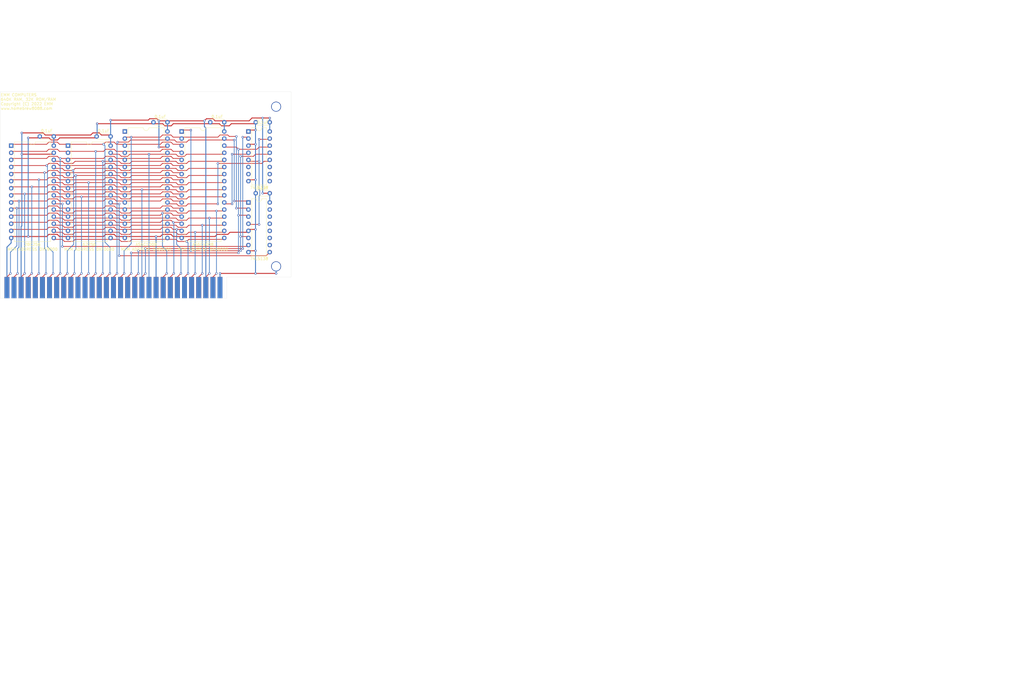
<source format=kicad_pcb>
(kicad_pcb (version 20171130) (host pcbnew "(5.1.8)-1")

  (general
    (thickness 1.6)
    (drawings 12)
    (tracks 976)
    (zones 0)
    (modules 17)
    (nets 77)
  )

  (page A4)
  (layers
    (0 F.Cu signal)
    (31 B.Cu signal)
    (32 B.Adhes user)
    (33 F.Adhes user)
    (34 B.Paste user)
    (35 F.Paste user)
    (36 B.SilkS user)
    (37 F.SilkS user)
    (38 B.Mask user)
    (39 F.Mask user)
    (40 Dwgs.User user)
    (41 Cmts.User user)
    (42 Eco1.User user)
    (43 Eco2.User user)
    (44 Edge.Cuts user)
    (45 Margin user)
    (46 B.CrtYd user)
    (47 F.CrtYd user)
    (48 B.Fab user)
    (49 F.Fab user)
  )

  (setup
    (last_trace_width 0.25)
    (trace_clearance 0.2)
    (zone_clearance 0.508)
    (zone_45_only no)
    (trace_min 0.2)
    (via_size 0.8)
    (via_drill 0.4)
    (via_min_size 0.4)
    (via_min_drill 0.3)
    (uvia_size 0.3)
    (uvia_drill 0.1)
    (uvias_allowed no)
    (uvia_min_size 0.2)
    (uvia_min_drill 0.1)
    (edge_width 0.05)
    (segment_width 0.2)
    (pcb_text_width 0.3)
    (pcb_text_size 1.5 1.5)
    (mod_edge_width 0.12)
    (mod_text_size 1 1)
    (mod_text_width 0.15)
    (pad_size 3.556 3.556)
    (pad_drill 3.048)
    (pad_to_mask_clearance 0)
    (aux_axis_origin 0 0)
    (grid_origin 161.53638 139.9286)
    (visible_elements 7FFFFFFF)
    (pcbplotparams
      (layerselection 0x010ec_ffffffff)
      (usegerberextensions false)
      (usegerberattributes false)
      (usegerberadvancedattributes true)
      (creategerberjobfile true)
      (excludeedgelayer true)
      (linewidth 0.100000)
      (plotframeref false)
      (viasonmask false)
      (mode 1)
      (useauxorigin false)
      (hpglpennumber 1)
      (hpglpenspeed 20)
      (hpglpendiameter 15.000000)
      (psnegative false)
      (psa4output false)
      (plotreference true)
      (plotvalue true)
      (plotinvisibletext false)
      (padsonsilk false)
      (subtractmaskfromsilk false)
      (outputformat 1)
      (mirror false)
      (drillshape 0)
      (scaleselection 1)
      (outputdirectory "Gerber/"))
  )

  (net 0 "")
  (net 1 /5+)
  (net 2 /GND)
  (net 3 /IRQ2)
  (net 4 /5-)
  (net 5 /DRQ2)
  (net 6 /12-)
  (net 7 /12+)
  (net 8 /DACK3)
  (net 9 /DRQ3)
  (net 10 /DACK1)
  (net 11 /DRQ1)
  (net 12 /IRQ7)
  (net 13 /IRQ6)
  (net 14 /IRQ5)
  (net 15 /IRQ4)
  (net 16 /IRQ3)
  (net 17 /DACK2)
  (net 18 /TC)
  (net 19 /ALE)
  (net 20 /CH_CK)
  (net 21 /D7)
  (net 22 /D6)
  (net 23 /D5)
  (net 24 /D4)
  (net 25 /D3)
  (net 26 /D2)
  (net 27 /D1)
  (net 28 /D0)
  (net 29 /RDY1)
  (net 30 /AEN)
  (net 31 /A19)
  (net 32 /A18)
  (net 33 /A17)
  (net 34 /A16)
  (net 35 /A15)
  (net 36 /A14)
  (net 37 /A13)
  (net 38 /A12)
  (net 39 /A11)
  (net 40 /A10)
  (net 41 /A9)
  (net 42 /A8)
  (net 43 /A7)
  (net 44 /A6)
  (net 45 /A5)
  (net 46 /A4)
  (net 47 /A3)
  (net 48 /A2)
  (net 49 /A1)
  (net 50 /A0)
  (net 51 /RESOUT)
  (net 52 /MWR)
  (net 53 /MRD)
  (net 54 /IOWR)
  (net 55 /IORD)
  (net 56 /REFRQ)
  (net 57 /NC)
  (net 58 /OSC88)
  (net 59 /CLK88)
  (net 60 "Net-(U5-Pad11)")
  (net 61 "Net-(U5-Pad10)")
  (net 62 /32K_RAM_CS)
  (net 63 /32K_ROM_CS)
  (net 64 /512K_CS)
  (net 65 /UPPER_512K)
  (net 66 /128K_CS)
  (net 67 "Net-(U3-Pad1)")
  (net 68 "Net-(U5-Pad7)")
  (net 69 "Net-(U5-Pad6)")
  (net 70 "Net-(U5-Pad9)")
  (net 71 "Net-(U6-Pad15)")
  (net 72 "Net-(U6-Pad14)")
  (net 73 "Net-(U6-Pad13)")
  (net 74 "Net-(U6-Pad12)")
  (net 75 "Net-(U6-Pad11)")
  (net 76 "Net-(U6-Pad10)")

  (net_class Default "This is the default net class."
    (clearance 0.2)
    (trace_width 0.25)
    (via_dia 0.8)
    (via_drill 0.4)
    (uvia_dia 0.3)
    (uvia_drill 0.1)
    (add_net /12+)
    (add_net /12-)
    (add_net /128K_CS)
    (add_net /32K_RAM_CS)
    (add_net /32K_ROM_CS)
    (add_net /5+)
    (add_net /5-)
    (add_net /512K_CS)
    (add_net /A0)
    (add_net /A1)
    (add_net /A10)
    (add_net /A11)
    (add_net /A12)
    (add_net /A13)
    (add_net /A14)
    (add_net /A15)
    (add_net /A16)
    (add_net /A17)
    (add_net /A18)
    (add_net /A19)
    (add_net /A2)
    (add_net /A3)
    (add_net /A4)
    (add_net /A5)
    (add_net /A6)
    (add_net /A7)
    (add_net /A8)
    (add_net /A9)
    (add_net /AEN)
    (add_net /ALE)
    (add_net /CH_CK)
    (add_net /CLK88)
    (add_net /D0)
    (add_net /D1)
    (add_net /D2)
    (add_net /D3)
    (add_net /D4)
    (add_net /D5)
    (add_net /D6)
    (add_net /D7)
    (add_net /DACK1)
    (add_net /DACK2)
    (add_net /DACK3)
    (add_net /DRQ1)
    (add_net /DRQ2)
    (add_net /DRQ3)
    (add_net /GND)
    (add_net /IORD)
    (add_net /IOWR)
    (add_net /IRQ2)
    (add_net /IRQ3)
    (add_net /IRQ4)
    (add_net /IRQ5)
    (add_net /IRQ6)
    (add_net /IRQ7)
    (add_net /MRD)
    (add_net /MWR)
    (add_net /NC)
    (add_net /OSC88)
    (add_net /RDY1)
    (add_net /REFRQ)
    (add_net /RESOUT)
    (add_net /TC)
    (add_net /UPPER_512K)
    (add_net "Net-(U3-Pad1)")
    (add_net "Net-(U5-Pad10)")
    (add_net "Net-(U5-Pad11)")
    (add_net "Net-(U5-Pad6)")
    (add_net "Net-(U5-Pad7)")
    (add_net "Net-(U5-Pad9)")
    (add_net "Net-(U6-Pad10)")
    (add_net "Net-(U6-Pad11)")
    (add_net "Net-(U6-Pad12)")
    (add_net "Net-(U6-Pad13)")
    (add_net "Net-(U6-Pad14)")
    (add_net "Net-(U6-Pad15)")
  )

  (module Package_DIP:DIP-32_W15.24mm (layer F.Cu) (tedit 5A02E8C5) (tstamp 622FBB14)
    (at 127.50038 73.8886)
    (descr "32-lead though-hole mounted DIP package, row spacing 15.24 mm (600 mils)")
    (tags "THT DIP DIL PDIP 2.54mm 15.24mm 600mil")
    (path /622F9A5A)
    (fp_text reference U3 (at 7.62 -2.33) (layer F.SilkS) hide
      (effects (font (size 1 1) (thickness 0.15)))
    )
    (fp_text value AS6C1008 (at 7.62 40.43) (layer F.SilkS)
      (effects (font (size 1 1) (thickness 0.15)))
    )
    (fp_line (start 1.255 -1.27) (end 14.985 -1.27) (layer F.Fab) (width 0.1))
    (fp_line (start 14.985 -1.27) (end 14.985 39.37) (layer F.Fab) (width 0.1))
    (fp_line (start 14.985 39.37) (end 0.255 39.37) (layer F.Fab) (width 0.1))
    (fp_line (start 0.255 39.37) (end 0.255 -0.27) (layer F.Fab) (width 0.1))
    (fp_line (start 0.255 -0.27) (end 1.255 -1.27) (layer F.Fab) (width 0.1))
    (fp_line (start 6.62 -1.33) (end 1.16 -1.33) (layer F.SilkS) (width 0.12))
    (fp_line (start 1.16 -1.33) (end 1.16 39.43) (layer F.SilkS) (width 0.12))
    (fp_line (start 1.16 39.43) (end 14.08 39.43) (layer F.SilkS) (width 0.12))
    (fp_line (start 14.08 39.43) (end 14.08 -1.33) (layer F.SilkS) (width 0.12))
    (fp_line (start 14.08 -1.33) (end 8.62 -1.33) (layer F.SilkS) (width 0.12))
    (fp_line (start -1.05 -1.55) (end -1.05 39.65) (layer F.CrtYd) (width 0.05))
    (fp_line (start -1.05 39.65) (end 16.3 39.65) (layer F.CrtYd) (width 0.05))
    (fp_line (start 16.3 39.65) (end 16.3 -1.55) (layer F.CrtYd) (width 0.05))
    (fp_line (start 16.3 -1.55) (end -1.05 -1.55) (layer F.CrtYd) (width 0.05))
    (fp_text user %R (at 7.62 19.05) (layer F.Fab) hide
      (effects (font (size 1 1) (thickness 0.15)))
    )
    (fp_arc (start 7.62 -1.33) (end 6.62 -1.33) (angle -180) (layer F.SilkS) (width 0.12))
    (pad 32 thru_hole oval (at 15.24 0) (size 1.6 1.6) (drill 0.8) (layers *.Cu *.Mask)
      (net 1 /5+))
    (pad 16 thru_hole oval (at 0 38.1) (size 1.6 1.6) (drill 0.8) (layers *.Cu *.Mask)
      (net 2 /GND))
    (pad 31 thru_hole oval (at 15.24 2.54) (size 1.6 1.6) (drill 0.8) (layers *.Cu *.Mask)
      (net 35 /A15))
    (pad 15 thru_hole oval (at 0 35.56) (size 1.6 1.6) (drill 0.8) (layers *.Cu *.Mask)
      (net 26 /D2))
    (pad 30 thru_hole oval (at 15.24 5.08) (size 1.6 1.6) (drill 0.8) (layers *.Cu *.Mask)
      (net 1 /5+))
    (pad 14 thru_hole oval (at 0 33.02) (size 1.6 1.6) (drill 0.8) (layers *.Cu *.Mask)
      (net 27 /D1))
    (pad 29 thru_hole oval (at 15.24 7.62) (size 1.6 1.6) (drill 0.8) (layers *.Cu *.Mask)
      (net 52 /MWR))
    (pad 13 thru_hole oval (at 0 30.48) (size 1.6 1.6) (drill 0.8) (layers *.Cu *.Mask)
      (net 28 /D0))
    (pad 28 thru_hole oval (at 15.24 10.16) (size 1.6 1.6) (drill 0.8) (layers *.Cu *.Mask)
      (net 37 /A13))
    (pad 12 thru_hole oval (at 0 27.94) (size 1.6 1.6) (drill 0.8) (layers *.Cu *.Mask)
      (net 50 /A0))
    (pad 27 thru_hole oval (at 15.24 12.7) (size 1.6 1.6) (drill 0.8) (layers *.Cu *.Mask)
      (net 42 /A8))
    (pad 11 thru_hole oval (at 0 25.4) (size 1.6 1.6) (drill 0.8) (layers *.Cu *.Mask)
      (net 49 /A1))
    (pad 26 thru_hole oval (at 15.24 15.24) (size 1.6 1.6) (drill 0.8) (layers *.Cu *.Mask)
      (net 41 /A9))
    (pad 10 thru_hole oval (at 0 22.86) (size 1.6 1.6) (drill 0.8) (layers *.Cu *.Mask)
      (net 48 /A2))
    (pad 25 thru_hole oval (at 15.24 17.78) (size 1.6 1.6) (drill 0.8) (layers *.Cu *.Mask)
      (net 39 /A11))
    (pad 9 thru_hole oval (at 0 20.32) (size 1.6 1.6) (drill 0.8) (layers *.Cu *.Mask)
      (net 47 /A3))
    (pad 24 thru_hole oval (at 15.24 20.32) (size 1.6 1.6) (drill 0.8) (layers *.Cu *.Mask)
      (net 53 /MRD))
    (pad 8 thru_hole oval (at 0 17.78) (size 1.6 1.6) (drill 0.8) (layers *.Cu *.Mask)
      (net 46 /A4))
    (pad 23 thru_hole oval (at 15.24 22.86) (size 1.6 1.6) (drill 0.8) (layers *.Cu *.Mask)
      (net 40 /A10))
    (pad 7 thru_hole oval (at 0 15.24) (size 1.6 1.6) (drill 0.8) (layers *.Cu *.Mask)
      (net 45 /A5))
    (pad 22 thru_hole oval (at 15.24 25.4) (size 1.6 1.6) (drill 0.8) (layers *.Cu *.Mask)
      (net 66 /128K_CS))
    (pad 6 thru_hole oval (at 0 12.7) (size 1.6 1.6) (drill 0.8) (layers *.Cu *.Mask)
      (net 44 /A6))
    (pad 21 thru_hole oval (at 15.24 27.94) (size 1.6 1.6) (drill 0.8) (layers *.Cu *.Mask)
      (net 21 /D7))
    (pad 5 thru_hole oval (at 0 10.16) (size 1.6 1.6) (drill 0.8) (layers *.Cu *.Mask)
      (net 43 /A7))
    (pad 20 thru_hole oval (at 15.24 30.48) (size 1.6 1.6) (drill 0.8) (layers *.Cu *.Mask)
      (net 22 /D6))
    (pad 4 thru_hole oval (at 0 7.62) (size 1.6 1.6) (drill 0.8) (layers *.Cu *.Mask)
      (net 38 /A12))
    (pad 19 thru_hole oval (at 15.24 33.02) (size 1.6 1.6) (drill 0.8) (layers *.Cu *.Mask)
      (net 23 /D5))
    (pad 3 thru_hole oval (at 0 5.08) (size 1.6 1.6) (drill 0.8) (layers *.Cu *.Mask)
      (net 36 /A14))
    (pad 18 thru_hole oval (at 15.24 35.56) (size 1.6 1.6) (drill 0.8) (layers *.Cu *.Mask)
      (net 24 /D4))
    (pad 2 thru_hole oval (at 0 2.54) (size 1.6 1.6) (drill 0.8) (layers *.Cu *.Mask)
      (net 34 /A16))
    (pad 17 thru_hole oval (at 15.24 38.1) (size 1.6 1.6) (drill 0.8) (layers *.Cu *.Mask)
      (net 25 /D3))
    (pad 1 thru_hole rect (at 0 0) (size 1.6 1.6) (drill 0.8) (layers *.Cu *.Mask)
      (net 67 "Net-(U3-Pad1)"))
    (model ${KISYS3DMOD}/Package_DIP.3dshapes/DIP-32_W15.24mm.wrl
      (at (xyz 0 0 0))
      (scale (xyz 1 1 1))
      (rotate (xyz 0 0 0))
    )
  )

  (module Package_DIP:DIP-32_W15.24mm (layer F.Cu) (tedit 5A02E8C5) (tstamp 622FBA54)
    (at 147.82038 73.8886)
    (descr "32-lead though-hole mounted DIP package, row spacing 15.24 mm (600 mils)")
    (tags "THT DIP DIL PDIP 2.54mm 15.24mm 600mil")
    (path /6106DB5F)
    (fp_text reference U4 (at 7.62 -2.33) (layer F.SilkS) hide
      (effects (font (size 1 1) (thickness 0.15)))
    )
    (fp_text value AS6C4008 (at 7.62 40.43) (layer F.SilkS)
      (effects (font (size 1 1) (thickness 0.15)))
    )
    (fp_line (start 1.255 -1.27) (end 14.985 -1.27) (layer F.Fab) (width 0.1))
    (fp_line (start 14.985 -1.27) (end 14.985 39.37) (layer F.Fab) (width 0.1))
    (fp_line (start 14.985 39.37) (end 0.255 39.37) (layer F.Fab) (width 0.1))
    (fp_line (start 0.255 39.37) (end 0.255 -0.27) (layer F.Fab) (width 0.1))
    (fp_line (start 0.255 -0.27) (end 1.255 -1.27) (layer F.Fab) (width 0.1))
    (fp_line (start 6.62 -1.33) (end 1.16 -1.33) (layer F.SilkS) (width 0.12))
    (fp_line (start 1.16 -1.33) (end 1.16 39.43) (layer F.SilkS) (width 0.12))
    (fp_line (start 1.16 39.43) (end 14.08 39.43) (layer F.SilkS) (width 0.12))
    (fp_line (start 14.08 39.43) (end 14.08 -1.33) (layer F.SilkS) (width 0.12))
    (fp_line (start 14.08 -1.33) (end 8.62 -1.33) (layer F.SilkS) (width 0.12))
    (fp_line (start -1.05 -1.55) (end -1.05 39.65) (layer F.CrtYd) (width 0.05))
    (fp_line (start -1.05 39.65) (end 16.3 39.65) (layer F.CrtYd) (width 0.05))
    (fp_line (start 16.3 39.65) (end 16.3 -1.55) (layer F.CrtYd) (width 0.05))
    (fp_line (start 16.3 -1.55) (end -1.05 -1.55) (layer F.CrtYd) (width 0.05))
    (fp_text user %R (at 7.62 19.05) (layer F.Fab) hide
      (effects (font (size 1 1) (thickness 0.15)))
    )
    (fp_arc (start 7.62 -1.33) (end 6.62 -1.33) (angle -180) (layer F.SilkS) (width 0.12))
    (pad 32 thru_hole oval (at 15.24 0) (size 1.6 1.6) (drill 0.8) (layers *.Cu *.Mask)
      (net 1 /5+))
    (pad 16 thru_hole oval (at 0 38.1) (size 1.6 1.6) (drill 0.8) (layers *.Cu *.Mask)
      (net 2 /GND))
    (pad 31 thru_hole oval (at 15.24 2.54) (size 1.6 1.6) (drill 0.8) (layers *.Cu *.Mask)
      (net 35 /A15))
    (pad 15 thru_hole oval (at 0 35.56) (size 1.6 1.6) (drill 0.8) (layers *.Cu *.Mask)
      (net 26 /D2))
    (pad 30 thru_hole oval (at 15.24 5.08) (size 1.6 1.6) (drill 0.8) (layers *.Cu *.Mask)
      (net 33 /A17))
    (pad 14 thru_hole oval (at 0 33.02) (size 1.6 1.6) (drill 0.8) (layers *.Cu *.Mask)
      (net 27 /D1))
    (pad 29 thru_hole oval (at 15.24 7.62) (size 1.6 1.6) (drill 0.8) (layers *.Cu *.Mask)
      (net 52 /MWR))
    (pad 13 thru_hole oval (at 0 30.48) (size 1.6 1.6) (drill 0.8) (layers *.Cu *.Mask)
      (net 28 /D0))
    (pad 28 thru_hole oval (at 15.24 10.16) (size 1.6 1.6) (drill 0.8) (layers *.Cu *.Mask)
      (net 37 /A13))
    (pad 12 thru_hole oval (at 0 27.94) (size 1.6 1.6) (drill 0.8) (layers *.Cu *.Mask)
      (net 50 /A0))
    (pad 27 thru_hole oval (at 15.24 12.7) (size 1.6 1.6) (drill 0.8) (layers *.Cu *.Mask)
      (net 42 /A8))
    (pad 11 thru_hole oval (at 0 25.4) (size 1.6 1.6) (drill 0.8) (layers *.Cu *.Mask)
      (net 49 /A1))
    (pad 26 thru_hole oval (at 15.24 15.24) (size 1.6 1.6) (drill 0.8) (layers *.Cu *.Mask)
      (net 41 /A9))
    (pad 10 thru_hole oval (at 0 22.86) (size 1.6 1.6) (drill 0.8) (layers *.Cu *.Mask)
      (net 48 /A2))
    (pad 25 thru_hole oval (at 15.24 17.78) (size 1.6 1.6) (drill 0.8) (layers *.Cu *.Mask)
      (net 39 /A11))
    (pad 9 thru_hole oval (at 0 20.32) (size 1.6 1.6) (drill 0.8) (layers *.Cu *.Mask)
      (net 47 /A3))
    (pad 24 thru_hole oval (at 15.24 20.32) (size 1.6 1.6) (drill 0.8) (layers *.Cu *.Mask)
      (net 53 /MRD))
    (pad 8 thru_hole oval (at 0 17.78) (size 1.6 1.6) (drill 0.8) (layers *.Cu *.Mask)
      (net 46 /A4))
    (pad 23 thru_hole oval (at 15.24 22.86) (size 1.6 1.6) (drill 0.8) (layers *.Cu *.Mask)
      (net 40 /A10))
    (pad 7 thru_hole oval (at 0 15.24) (size 1.6 1.6) (drill 0.8) (layers *.Cu *.Mask)
      (net 45 /A5))
    (pad 22 thru_hole oval (at 15.24 25.4) (size 1.6 1.6) (drill 0.8) (layers *.Cu *.Mask)
      (net 64 /512K_CS))
    (pad 6 thru_hole oval (at 0 12.7) (size 1.6 1.6) (drill 0.8) (layers *.Cu *.Mask)
      (net 44 /A6))
    (pad 21 thru_hole oval (at 15.24 27.94) (size 1.6 1.6) (drill 0.8) (layers *.Cu *.Mask)
      (net 21 /D7))
    (pad 5 thru_hole oval (at 0 10.16) (size 1.6 1.6) (drill 0.8) (layers *.Cu *.Mask)
      (net 43 /A7))
    (pad 20 thru_hole oval (at 15.24 30.48) (size 1.6 1.6) (drill 0.8) (layers *.Cu *.Mask)
      (net 22 /D6))
    (pad 4 thru_hole oval (at 0 7.62) (size 1.6 1.6) (drill 0.8) (layers *.Cu *.Mask)
      (net 38 /A12))
    (pad 19 thru_hole oval (at 15.24 33.02) (size 1.6 1.6) (drill 0.8) (layers *.Cu *.Mask)
      (net 23 /D5))
    (pad 3 thru_hole oval (at 0 5.08) (size 1.6 1.6) (drill 0.8) (layers *.Cu *.Mask)
      (net 36 /A14))
    (pad 18 thru_hole oval (at 15.24 35.56) (size 1.6 1.6) (drill 0.8) (layers *.Cu *.Mask)
      (net 24 /D4))
    (pad 2 thru_hole oval (at 0 2.54) (size 1.6 1.6) (drill 0.8) (layers *.Cu *.Mask)
      (net 34 /A16))
    (pad 17 thru_hole oval (at 15.24 38.1) (size 1.6 1.6) (drill 0.8) (layers *.Cu *.Mask)
      (net 25 /D3))
    (pad 1 thru_hole rect (at 0 0) (size 1.6 1.6) (drill 0.8) (layers *.Cu *.Mask)
      (net 32 /A18))
    (model ${KISYS3DMOD}/Package_DIP.3dshapes/DIP-32_W15.24mm.wrl
      (at (xyz 0 0 0))
      (scale (xyz 1 1 1))
      (rotate (xyz 0 0 0))
    )
  )

  (module Package_DIP:DIP-28_W15.24mm (layer F.Cu) (tedit 5A02E8C5) (tstamp 622FBA20)
    (at 86.86038 78.9686)
    (descr "28-lead though-hole mounted DIP package, row spacing 15.24 mm (600 mils)")
    (tags "THT DIP DIL PDIP 2.54mm 15.24mm 600mil")
    (path /6106CEED)
    (fp_text reference U1 (at 7.62 -2.33) (layer F.SilkS) hide
      (effects (font (size 1 1) (thickness 0.15)))
    )
    (fp_text value 28C256 (at 7.62 35.35) (layer F.SilkS)
      (effects (font (size 1 1) (thickness 0.15)))
    )
    (fp_line (start 1.255 -1.27) (end 14.985 -1.27) (layer F.Fab) (width 0.1))
    (fp_line (start 14.985 -1.27) (end 14.985 34.29) (layer F.Fab) (width 0.1))
    (fp_line (start 14.985 34.29) (end 0.255 34.29) (layer F.Fab) (width 0.1))
    (fp_line (start 0.255 34.29) (end 0.255 -0.27) (layer F.Fab) (width 0.1))
    (fp_line (start 0.255 -0.27) (end 1.255 -1.27) (layer F.Fab) (width 0.1))
    (fp_line (start 6.62 -1.33) (end 1.16 -1.33) (layer F.SilkS) (width 0.12))
    (fp_line (start 1.16 -1.33) (end 1.16 34.35) (layer F.SilkS) (width 0.12))
    (fp_line (start 1.16 34.35) (end 14.08 34.35) (layer F.SilkS) (width 0.12))
    (fp_line (start 14.08 34.35) (end 14.08 -1.33) (layer F.SilkS) (width 0.12))
    (fp_line (start 14.08 -1.33) (end 8.62 -1.33) (layer F.SilkS) (width 0.12))
    (fp_line (start -1.05 -1.55) (end -1.05 34.55) (layer F.CrtYd) (width 0.05))
    (fp_line (start -1.05 34.55) (end 16.3 34.55) (layer F.CrtYd) (width 0.05))
    (fp_line (start 16.3 34.55) (end 16.3 -1.55) (layer F.CrtYd) (width 0.05))
    (fp_line (start 16.3 -1.55) (end -1.05 -1.55) (layer F.CrtYd) (width 0.05))
    (fp_text user %R (at 7.62 16.51) (layer F.Fab) hide
      (effects (font (size 1 1) (thickness 0.15)))
    )
    (fp_arc (start 7.62 -1.33) (end 6.62 -1.33) (angle -180) (layer F.SilkS) (width 0.12))
    (pad 28 thru_hole oval (at 15.24 0) (size 1.6 1.6) (drill 0.8) (layers *.Cu *.Mask)
      (net 1 /5+))
    (pad 14 thru_hole oval (at 0 33.02) (size 1.6 1.6) (drill 0.8) (layers *.Cu *.Mask)
      (net 2 /GND))
    (pad 27 thru_hole oval (at 15.24 2.54) (size 1.6 1.6) (drill 0.8) (layers *.Cu *.Mask)
      (net 1 /5+))
    (pad 13 thru_hole oval (at 0 30.48) (size 1.6 1.6) (drill 0.8) (layers *.Cu *.Mask)
      (net 26 /D2))
    (pad 26 thru_hole oval (at 15.24 5.08) (size 1.6 1.6) (drill 0.8) (layers *.Cu *.Mask)
      (net 37 /A13))
    (pad 12 thru_hole oval (at 0 27.94) (size 1.6 1.6) (drill 0.8) (layers *.Cu *.Mask)
      (net 27 /D1))
    (pad 25 thru_hole oval (at 15.24 7.62) (size 1.6 1.6) (drill 0.8) (layers *.Cu *.Mask)
      (net 42 /A8))
    (pad 11 thru_hole oval (at 0 25.4) (size 1.6 1.6) (drill 0.8) (layers *.Cu *.Mask)
      (net 28 /D0))
    (pad 24 thru_hole oval (at 15.24 10.16) (size 1.6 1.6) (drill 0.8) (layers *.Cu *.Mask)
      (net 41 /A9))
    (pad 10 thru_hole oval (at 0 22.86) (size 1.6 1.6) (drill 0.8) (layers *.Cu *.Mask)
      (net 50 /A0))
    (pad 23 thru_hole oval (at 15.24 12.7) (size 1.6 1.6) (drill 0.8) (layers *.Cu *.Mask)
      (net 39 /A11))
    (pad 9 thru_hole oval (at 0 20.32) (size 1.6 1.6) (drill 0.8) (layers *.Cu *.Mask)
      (net 49 /A1))
    (pad 22 thru_hole oval (at 15.24 15.24) (size 1.6 1.6) (drill 0.8) (layers *.Cu *.Mask)
      (net 53 /MRD))
    (pad 8 thru_hole oval (at 0 17.78) (size 1.6 1.6) (drill 0.8) (layers *.Cu *.Mask)
      (net 48 /A2))
    (pad 21 thru_hole oval (at 15.24 17.78) (size 1.6 1.6) (drill 0.8) (layers *.Cu *.Mask)
      (net 40 /A10))
    (pad 7 thru_hole oval (at 0 15.24) (size 1.6 1.6) (drill 0.8) (layers *.Cu *.Mask)
      (net 47 /A3))
    (pad 20 thru_hole oval (at 15.24 20.32) (size 1.6 1.6) (drill 0.8) (layers *.Cu *.Mask)
      (net 63 /32K_ROM_CS))
    (pad 6 thru_hole oval (at 0 12.7) (size 1.6 1.6) (drill 0.8) (layers *.Cu *.Mask)
      (net 46 /A4))
    (pad 19 thru_hole oval (at 15.24 22.86) (size 1.6 1.6) (drill 0.8) (layers *.Cu *.Mask)
      (net 21 /D7))
    (pad 5 thru_hole oval (at 0 10.16) (size 1.6 1.6) (drill 0.8) (layers *.Cu *.Mask)
      (net 45 /A5))
    (pad 18 thru_hole oval (at 15.24 25.4) (size 1.6 1.6) (drill 0.8) (layers *.Cu *.Mask)
      (net 22 /D6))
    (pad 4 thru_hole oval (at 0 7.62) (size 1.6 1.6) (drill 0.8) (layers *.Cu *.Mask)
      (net 44 /A6))
    (pad 17 thru_hole oval (at 15.24 27.94) (size 1.6 1.6) (drill 0.8) (layers *.Cu *.Mask)
      (net 23 /D5))
    (pad 3 thru_hole oval (at 0 5.08) (size 1.6 1.6) (drill 0.8) (layers *.Cu *.Mask)
      (net 43 /A7))
    (pad 16 thru_hole oval (at 15.24 30.48) (size 1.6 1.6) (drill 0.8) (layers *.Cu *.Mask)
      (net 24 /D4))
    (pad 2 thru_hole oval (at 0 2.54) (size 1.6 1.6) (drill 0.8) (layers *.Cu *.Mask)
      (net 38 /A12))
    (pad 15 thru_hole oval (at 15.24 33.02) (size 1.6 1.6) (drill 0.8) (layers *.Cu *.Mask)
      (net 25 /D3))
    (pad 1 thru_hole rect (at 0 0) (size 1.6 1.6) (drill 0.8) (layers *.Cu *.Mask)
      (net 36 /A14))
    (model ${KISYS3DMOD}/Package_DIP.3dshapes/DIP-28_W15.24mm.wrl
      (at (xyz 0 0 0))
      (scale (xyz 1 1 1))
      (rotate (xyz 0 0 0))
    )
  )

  (module Package_DIP:DIP-28_W15.24mm (layer F.Cu) (tedit 5A02E8C5) (tstamp 622FB9F0)
    (at 107.18038 78.9686)
    (descr "28-lead though-hole mounted DIP package, row spacing 15.24 mm (600 mils)")
    (tags "THT DIP DIL PDIP 2.54mm 15.24mm 600mil")
    (path /6106BCF7)
    (fp_text reference U2 (at 7.62 -2.33) (layer F.SilkS) hide
      (effects (font (size 1 1) (thickness 0.15)))
    )
    (fp_text value 62256 (at 7.62 35.35) (layer F.SilkS)
      (effects (font (size 1 1) (thickness 0.15)))
    )
    (fp_line (start 1.255 -1.27) (end 14.985 -1.27) (layer F.Fab) (width 0.1))
    (fp_line (start 14.985 -1.27) (end 14.985 34.29) (layer F.Fab) (width 0.1))
    (fp_line (start 14.985 34.29) (end 0.255 34.29) (layer F.Fab) (width 0.1))
    (fp_line (start 0.255 34.29) (end 0.255 -0.27) (layer F.Fab) (width 0.1))
    (fp_line (start 0.255 -0.27) (end 1.255 -1.27) (layer F.Fab) (width 0.1))
    (fp_line (start 6.62 -1.33) (end 1.16 -1.33) (layer F.SilkS) (width 0.12))
    (fp_line (start 1.16 -1.33) (end 1.16 34.35) (layer F.SilkS) (width 0.12))
    (fp_line (start 1.16 34.35) (end 14.08 34.35) (layer F.SilkS) (width 0.12))
    (fp_line (start 14.08 34.35) (end 14.08 -1.33) (layer F.SilkS) (width 0.12))
    (fp_line (start 14.08 -1.33) (end 8.62 -1.33) (layer F.SilkS) (width 0.12))
    (fp_line (start -1.05 -1.55) (end -1.05 34.55) (layer F.CrtYd) (width 0.05))
    (fp_line (start -1.05 34.55) (end 16.3 34.55) (layer F.CrtYd) (width 0.05))
    (fp_line (start 16.3 34.55) (end 16.3 -1.55) (layer F.CrtYd) (width 0.05))
    (fp_line (start 16.3 -1.55) (end -1.05 -1.55) (layer F.CrtYd) (width 0.05))
    (fp_text user %R (at 7.62 16.51) (layer F.Fab) hide
      (effects (font (size 1 1) (thickness 0.15)))
    )
    (fp_arc (start 7.62 -1.33) (end 6.62 -1.33) (angle -180) (layer F.SilkS) (width 0.12))
    (pad 28 thru_hole oval (at 15.24 0) (size 1.6 1.6) (drill 0.8) (layers *.Cu *.Mask)
      (net 1 /5+))
    (pad 14 thru_hole oval (at 0 33.02) (size 1.6 1.6) (drill 0.8) (layers *.Cu *.Mask)
      (net 2 /GND))
    (pad 27 thru_hole oval (at 15.24 2.54) (size 1.6 1.6) (drill 0.8) (layers *.Cu *.Mask)
      (net 52 /MWR))
    (pad 13 thru_hole oval (at 0 30.48) (size 1.6 1.6) (drill 0.8) (layers *.Cu *.Mask)
      (net 26 /D2))
    (pad 26 thru_hole oval (at 15.24 5.08) (size 1.6 1.6) (drill 0.8) (layers *.Cu *.Mask)
      (net 37 /A13))
    (pad 12 thru_hole oval (at 0 27.94) (size 1.6 1.6) (drill 0.8) (layers *.Cu *.Mask)
      (net 27 /D1))
    (pad 25 thru_hole oval (at 15.24 7.62) (size 1.6 1.6) (drill 0.8) (layers *.Cu *.Mask)
      (net 42 /A8))
    (pad 11 thru_hole oval (at 0 25.4) (size 1.6 1.6) (drill 0.8) (layers *.Cu *.Mask)
      (net 28 /D0))
    (pad 24 thru_hole oval (at 15.24 10.16) (size 1.6 1.6) (drill 0.8) (layers *.Cu *.Mask)
      (net 41 /A9))
    (pad 10 thru_hole oval (at 0 22.86) (size 1.6 1.6) (drill 0.8) (layers *.Cu *.Mask)
      (net 50 /A0))
    (pad 23 thru_hole oval (at 15.24 12.7) (size 1.6 1.6) (drill 0.8) (layers *.Cu *.Mask)
      (net 39 /A11))
    (pad 9 thru_hole oval (at 0 20.32) (size 1.6 1.6) (drill 0.8) (layers *.Cu *.Mask)
      (net 49 /A1))
    (pad 22 thru_hole oval (at 15.24 15.24) (size 1.6 1.6) (drill 0.8) (layers *.Cu *.Mask)
      (net 53 /MRD))
    (pad 8 thru_hole oval (at 0 17.78) (size 1.6 1.6) (drill 0.8) (layers *.Cu *.Mask)
      (net 48 /A2))
    (pad 21 thru_hole oval (at 15.24 17.78) (size 1.6 1.6) (drill 0.8) (layers *.Cu *.Mask)
      (net 40 /A10))
    (pad 7 thru_hole oval (at 0 15.24) (size 1.6 1.6) (drill 0.8) (layers *.Cu *.Mask)
      (net 47 /A3))
    (pad 20 thru_hole oval (at 15.24 20.32) (size 1.6 1.6) (drill 0.8) (layers *.Cu *.Mask)
      (net 62 /32K_RAM_CS))
    (pad 6 thru_hole oval (at 0 12.7) (size 1.6 1.6) (drill 0.8) (layers *.Cu *.Mask)
      (net 46 /A4))
    (pad 19 thru_hole oval (at 15.24 22.86) (size 1.6 1.6) (drill 0.8) (layers *.Cu *.Mask)
      (net 21 /D7))
    (pad 5 thru_hole oval (at 0 10.16) (size 1.6 1.6) (drill 0.8) (layers *.Cu *.Mask)
      (net 45 /A5))
    (pad 18 thru_hole oval (at 15.24 25.4) (size 1.6 1.6) (drill 0.8) (layers *.Cu *.Mask)
      (net 22 /D6))
    (pad 4 thru_hole oval (at 0 7.62) (size 1.6 1.6) (drill 0.8) (layers *.Cu *.Mask)
      (net 44 /A6))
    (pad 17 thru_hole oval (at 15.24 27.94) (size 1.6 1.6) (drill 0.8) (layers *.Cu *.Mask)
      (net 23 /D5))
    (pad 3 thru_hole oval (at 0 5.08) (size 1.6 1.6) (drill 0.8) (layers *.Cu *.Mask)
      (net 43 /A7))
    (pad 16 thru_hole oval (at 15.24 30.48) (size 1.6 1.6) (drill 0.8) (layers *.Cu *.Mask)
      (net 24 /D4))
    (pad 2 thru_hole oval (at 0 2.54) (size 1.6 1.6) (drill 0.8) (layers *.Cu *.Mask)
      (net 38 /A12))
    (pad 15 thru_hole oval (at 15.24 33.02) (size 1.6 1.6) (drill 0.8) (layers *.Cu *.Mask)
      (net 25 /D3))
    (pad 1 thru_hole rect (at 0 0) (size 1.6 1.6) (drill 0.8) (layers *.Cu *.Mask)
      (net 36 /A14))
    (model ${KISYS3DMOD}/Package_DIP.3dshapes/DIP-28_W15.24mm.wrl
      (at (xyz 0 0 0))
      (scale (xyz 1 1 1))
      (rotate (xyz 0 0 0))
    )
  )

  (module Capacitor_THT:C_Disc_D4.3mm_W1.9mm_P5.00mm (layer F.Cu) (tedit 5AE50EF0) (tstamp 622FB92C)
    (at 174.31638 95.9866)
    (descr "C, Disc series, Radial, pin pitch=5.00mm, , diameter*width=4.3*1.9mm^2, Capacitor, http://www.vishay.com/docs/45233/krseries.pdf")
    (tags "C Disc series Radial pin pitch 5.00mm  diameter 4.3mm width 1.9mm Capacitor")
    (path /622FCCE5)
    (fp_text reference C6 (at 2.5 -2.2) (layer F.SilkS) hide
      (effects (font (size 1 1) (thickness 0.15)))
    )
    (fp_text value 0.1uF (at 2.5 -2.032) (layer F.SilkS)
      (effects (font (size 1 1) (thickness 0.15)))
    )
    (fp_line (start 0.35 -0.95) (end 0.35 0.95) (layer F.Fab) (width 0.1))
    (fp_line (start 0.35 0.95) (end 4.65 0.95) (layer F.Fab) (width 0.1))
    (fp_line (start 4.65 0.95) (end 4.65 -0.95) (layer F.Fab) (width 0.1))
    (fp_line (start 4.65 -0.95) (end 0.35 -0.95) (layer F.Fab) (width 0.1))
    (fp_line (start 0.23 -1.07) (end 4.77 -1.07) (layer F.SilkS) (width 0.12))
    (fp_line (start 0.23 1.07) (end 4.77 1.07) (layer F.SilkS) (width 0.12))
    (fp_line (start 0.23 -1.07) (end 0.23 -1.055) (layer F.SilkS) (width 0.12))
    (fp_line (start 0.23 1.055) (end 0.23 1.07) (layer F.SilkS) (width 0.12))
    (fp_line (start 4.77 -1.07) (end 4.77 -1.055) (layer F.SilkS) (width 0.12))
    (fp_line (start 4.77 1.055) (end 4.77 1.07) (layer F.SilkS) (width 0.12))
    (fp_line (start -1.05 -1.2) (end -1.05 1.2) (layer F.CrtYd) (width 0.05))
    (fp_line (start -1.05 1.2) (end 6.05 1.2) (layer F.CrtYd) (width 0.05))
    (fp_line (start 6.05 1.2) (end 6.05 -1.2) (layer F.CrtYd) (width 0.05))
    (fp_line (start 6.05 -1.2) (end -1.05 -1.2) (layer F.CrtYd) (width 0.05))
    (fp_text user %R (at 2.5 0) (layer F.Fab) hide
      (effects (font (size 0.86 0.86) (thickness 0.129)))
    )
    (pad 2 thru_hole circle (at 5 0) (size 1.6 1.6) (drill 0.8) (layers *.Cu *.Mask)
      (net 1 /5+))
    (pad 1 thru_hole circle (at 0 0) (size 1.6 1.6) (drill 0.8) (layers *.Cu *.Mask)
      (net 2 /GND))
    (model ${KISYS3DMOD}/Capacitor_THT.3dshapes/C_Disc_D4.3mm_W1.9mm_P5.00mm.wrl
      (at (xyz 0 0 0))
      (scale (xyz 1 1 1))
      (rotate (xyz 0 0 0))
    )
  )

  (module Capacitor_THT:C_Disc_D4.3mm_W1.9mm_P5.00mm (layer F.Cu) (tedit 5AE50EF0) (tstamp 622FB8C7)
    (at 137.74038 70.5866)
    (descr "C, Disc series, Radial, pin pitch=5.00mm, , diameter*width=4.3*1.9mm^2, Capacitor, http://www.vishay.com/docs/45233/krseries.pdf")
    (tags "C Disc series Radial pin pitch 5.00mm  diameter 4.3mm width 1.9mm Capacitor")
    (path /61060B29)
    (fp_text reference C3 (at 2.5 -2.2) (layer F.SilkS) hide
      (effects (font (size 1 1) (thickness 0.15)))
    )
    (fp_text value 0.1uF (at 2.46 -2.032) (layer F.SilkS)
      (effects (font (size 1 1) (thickness 0.15)))
    )
    (fp_line (start 0.35 -0.95) (end 0.35 0.95) (layer F.Fab) (width 0.1))
    (fp_line (start 0.35 0.95) (end 4.65 0.95) (layer F.Fab) (width 0.1))
    (fp_line (start 4.65 0.95) (end 4.65 -0.95) (layer F.Fab) (width 0.1))
    (fp_line (start 4.65 -0.95) (end 0.35 -0.95) (layer F.Fab) (width 0.1))
    (fp_line (start 0.23 -1.07) (end 4.77 -1.07) (layer F.SilkS) (width 0.12))
    (fp_line (start 0.23 1.07) (end 4.77 1.07) (layer F.SilkS) (width 0.12))
    (fp_line (start 0.23 -1.07) (end 0.23 -1.055) (layer F.SilkS) (width 0.12))
    (fp_line (start 0.23 1.055) (end 0.23 1.07) (layer F.SilkS) (width 0.12))
    (fp_line (start 4.77 -1.07) (end 4.77 -1.055) (layer F.SilkS) (width 0.12))
    (fp_line (start 4.77 1.055) (end 4.77 1.07) (layer F.SilkS) (width 0.12))
    (fp_line (start -1.05 -1.2) (end -1.05 1.2) (layer F.CrtYd) (width 0.05))
    (fp_line (start -1.05 1.2) (end 6.05 1.2) (layer F.CrtYd) (width 0.05))
    (fp_line (start 6.05 1.2) (end 6.05 -1.2) (layer F.CrtYd) (width 0.05))
    (fp_line (start 6.05 -1.2) (end -1.05 -1.2) (layer F.CrtYd) (width 0.05))
    (fp_text user %R (at 2.5 0) (layer F.Fab) hide
      (effects (font (size 0.86 0.86) (thickness 0.129)))
    )
    (pad 2 thru_hole circle (at 5 0) (size 1.6 1.6) (drill 0.8) (layers *.Cu *.Mask)
      (net 1 /5+))
    (pad 1 thru_hole circle (at 0 0) (size 1.6 1.6) (drill 0.8) (layers *.Cu *.Mask)
      (net 2 /GND))
    (model ${KISYS3DMOD}/Capacitor_THT.3dshapes/C_Disc_D4.3mm_W1.9mm_P5.00mm.wrl
      (at (xyz 0 0 0))
      (scale (xyz 1 1 1))
      (rotate (xyz 0 0 0))
    )
  )

  (module Capacitor_THT:C_Disc_D4.3mm_W1.9mm_P5.00mm (layer F.Cu) (tedit 5AE50EF0) (tstamp 622FB8B2)
    (at 117.42038 75.6666)
    (descr "C, Disc series, Radial, pin pitch=5.00mm, , diameter*width=4.3*1.9mm^2, Capacitor, http://www.vishay.com/docs/45233/krseries.pdf")
    (tags "C Disc series Radial pin pitch 5.00mm  diameter 4.3mm width 1.9mm Capacitor")
    (path /61060548)
    (fp_text reference C2 (at 2.5 -2.2) (layer F.SilkS) hide
      (effects (font (size 1 1) (thickness 0.15)))
    )
    (fp_text value 0.1uF (at 2.5 -2.032) (layer F.SilkS)
      (effects (font (size 1 1) (thickness 0.15)))
    )
    (fp_line (start 0.35 -0.95) (end 0.35 0.95) (layer F.Fab) (width 0.1))
    (fp_line (start 0.35 0.95) (end 4.65 0.95) (layer F.Fab) (width 0.1))
    (fp_line (start 4.65 0.95) (end 4.65 -0.95) (layer F.Fab) (width 0.1))
    (fp_line (start 4.65 -0.95) (end 0.35 -0.95) (layer F.Fab) (width 0.1))
    (fp_line (start 0.23 -1.07) (end 4.77 -1.07) (layer F.SilkS) (width 0.12))
    (fp_line (start 0.23 1.07) (end 4.77 1.07) (layer F.SilkS) (width 0.12))
    (fp_line (start 0.23 -1.07) (end 0.23 -1.055) (layer F.SilkS) (width 0.12))
    (fp_line (start 0.23 1.055) (end 0.23 1.07) (layer F.SilkS) (width 0.12))
    (fp_line (start 4.77 -1.07) (end 4.77 -1.055) (layer F.SilkS) (width 0.12))
    (fp_line (start 4.77 1.055) (end 4.77 1.07) (layer F.SilkS) (width 0.12))
    (fp_line (start -1.05 -1.2) (end -1.05 1.2) (layer F.CrtYd) (width 0.05))
    (fp_line (start -1.05 1.2) (end 6.05 1.2) (layer F.CrtYd) (width 0.05))
    (fp_line (start 6.05 1.2) (end 6.05 -1.2) (layer F.CrtYd) (width 0.05))
    (fp_line (start 6.05 -1.2) (end -1.05 -1.2) (layer F.CrtYd) (width 0.05))
    (fp_text user %R (at 2.5 0) (layer F.Fab) hide
      (effects (font (size 0.86 0.86) (thickness 0.129)))
    )
    (pad 2 thru_hole circle (at 5 0) (size 1.6 1.6) (drill 0.8) (layers *.Cu *.Mask)
      (net 1 /5+))
    (pad 1 thru_hole circle (at 0 0) (size 1.6 1.6) (drill 0.8) (layers *.Cu *.Mask)
      (net 2 /GND))
    (model ${KISYS3DMOD}/Capacitor_THT.3dshapes/C_Disc_D4.3mm_W1.9mm_P5.00mm.wrl
      (at (xyz 0 0 0))
      (scale (xyz 1 1 1))
      (rotate (xyz 0 0 0))
    )
  )

  (module Capacitor_THT:C_Disc_D4.3mm_W1.9mm_P5.00mm (layer F.Cu) (tedit 5AE50EF0) (tstamp 622FB89D)
    (at 97.10038 75.6666)
    (descr "C, Disc series, Radial, pin pitch=5.00mm, , diameter*width=4.3*1.9mm^2, Capacitor, http://www.vishay.com/docs/45233/krseries.pdf")
    (tags "C Disc series Radial pin pitch 5.00mm  diameter 4.3mm width 1.9mm Capacitor")
    (path /6086EA25)
    (fp_text reference C1 (at 2.5 -2.2) (layer F.SilkS) hide
      (effects (font (size 1 1) (thickness 0.15)))
    )
    (fp_text value 0.1uF (at 2.5 -2.032) (layer F.SilkS)
      (effects (font (size 1 1) (thickness 0.15)))
    )
    (fp_line (start 0.35 -0.95) (end 0.35 0.95) (layer F.Fab) (width 0.1))
    (fp_line (start 0.35 0.95) (end 4.65 0.95) (layer F.Fab) (width 0.1))
    (fp_line (start 4.65 0.95) (end 4.65 -0.95) (layer F.Fab) (width 0.1))
    (fp_line (start 4.65 -0.95) (end 0.35 -0.95) (layer F.Fab) (width 0.1))
    (fp_line (start 0.23 -1.07) (end 4.77 -1.07) (layer F.SilkS) (width 0.12))
    (fp_line (start 0.23 1.07) (end 4.77 1.07) (layer F.SilkS) (width 0.12))
    (fp_line (start 0.23 -1.07) (end 0.23 -1.055) (layer F.SilkS) (width 0.12))
    (fp_line (start 0.23 1.055) (end 0.23 1.07) (layer F.SilkS) (width 0.12))
    (fp_line (start 4.77 -1.07) (end 4.77 -1.055) (layer F.SilkS) (width 0.12))
    (fp_line (start 4.77 1.055) (end 4.77 1.07) (layer F.SilkS) (width 0.12))
    (fp_line (start -1.05 -1.2) (end -1.05 1.2) (layer F.CrtYd) (width 0.05))
    (fp_line (start -1.05 1.2) (end 6.05 1.2) (layer F.CrtYd) (width 0.05))
    (fp_line (start 6.05 1.2) (end 6.05 -1.2) (layer F.CrtYd) (width 0.05))
    (fp_line (start 6.05 -1.2) (end -1.05 -1.2) (layer F.CrtYd) (width 0.05))
    (fp_text user %R (at 2.5 0) (layer F.Fab) hide
      (effects (font (size 0.86 0.86) (thickness 0.129)))
    )
    (pad 2 thru_hole circle (at 5 0) (size 1.6 1.6) (drill 0.8) (layers *.Cu *.Mask)
      (net 1 /5+))
    (pad 1 thru_hole circle (at 0 0) (size 1.6 1.6) (drill 0.8) (layers *.Cu *.Mask)
      (net 2 /GND))
    (model ${KISYS3DMOD}/Capacitor_THT.3dshapes/C_Disc_D4.3mm_W1.9mm_P5.00mm.wrl
      (at (xyz 0 0 0))
      (scale (xyz 1 1 1))
      (rotate (xyz 0 0 0))
    )
  )

  (module My:BUS_8_BIT (layer F.Cu) (tedit 5FD96B49) (tstamp 6105B733)
    (at 161.53638 125.9586 270)
    (descr "AT ISA 16 bits Bus Edge Connector")
    (tags "BUS ISA AT Edge connector")
    (path /6082C528)
    (attr virtual)
    (fp_text reference J9 (at -3.556 45.339) (layer F.SilkS) hide
      (effects (font (size 1 1) (thickness 0.15)))
    )
    (fp_text value Bus_ISA_8bit (at -1.524 45.593) (layer F.Fab) hide
      (effects (font (size 1 1) (thickness 0.15)))
    )
    (fp_line (start 7.62 -2.413) (end 7.62 78.486) (layer F.Fab) (width 0.12))
    (fp_line (start 7.62 78.486) (end 7.62 78.613) (layer F.Fab) (width 0.12))
    (fp_line (start 0 78.613) (end 7.62 78.613) (layer F.Fab) (width 0.12))
    (fp_line (start 0 -2.413) (end 7.62 -2.413) (layer F.Fab) (width 0.12))
    (fp_line (start 0 -2.413) (end 0 -25.4) (layer F.Fab) (width 0.12))
    (fp_line (start 0 -25.4) (end -99.06 -25.4) (layer F.Fab) (width 0.12))
    (fp_line (start -99.06 -25.4) (end -99.06 78.613) (layer F.Fab) (width 0.12))
    (fp_line (start -2.921 -20.066) (end -2.921 -25.4) (layer F.Fab) (width 0.12))
    (fp_text user %R (at 3.175 64.77) (layer F.Fab) hide
      (effects (font (size 1 1) (thickness 0.15)))
    )
    (pad 62 connect rect (at 3.81 76.2) (size 1.78 7.62) (layers F.Cu F.Mask)
      (net 50 /A0))
    (pad 61 connect rect (at 3.81 73.66) (size 1.78 7.62) (layers F.Cu F.Mask)
      (net 49 /A1))
    (pad 60 connect rect (at 3.81 71.12) (size 1.78 7.62) (layers F.Cu F.Mask)
      (net 48 /A2))
    (pad 59 connect rect (at 3.81 68.58) (size 1.78 7.62) (layers F.Cu F.Mask)
      (net 47 /A3))
    (pad 58 connect rect (at 3.81 66.04) (size 1.78 7.62) (layers F.Cu F.Mask)
      (net 46 /A4))
    (pad 57 connect rect (at 3.81 63.5) (size 1.78 7.62) (layers F.Cu F.Mask)
      (net 45 /A5))
    (pad 56 connect rect (at 3.81 60.96) (size 1.78 7.62) (layers F.Cu F.Mask)
      (net 44 /A6))
    (pad 55 connect rect (at 3.81 58.42) (size 1.78 7.62) (layers F.Cu F.Mask)
      (net 43 /A7))
    (pad 54 connect rect (at 3.81 55.88) (size 1.78 7.62) (layers F.Cu F.Mask)
      (net 42 /A8))
    (pad 53 connect rect (at 3.81 53.34) (size 1.78 7.62) (layers F.Cu F.Mask)
      (net 41 /A9))
    (pad 52 connect rect (at 3.81 50.8) (size 1.78 7.62) (layers F.Cu F.Mask)
      (net 40 /A10))
    (pad 51 connect rect (at 3.81 48.26) (size 1.78 7.62) (layers F.Cu F.Mask)
      (net 39 /A11))
    (pad 50 connect rect (at 3.81 45.72) (size 1.78 7.62) (layers F.Cu F.Mask)
      (net 38 /A12))
    (pad 49 connect rect (at 3.81 43.18) (size 1.78 7.62) (layers F.Cu F.Mask)
      (net 37 /A13))
    (pad 48 connect rect (at 3.81 40.64) (size 1.78 7.62) (layers F.Cu F.Mask)
      (net 36 /A14))
    (pad 47 connect rect (at 3.81 38.1) (size 1.78 7.62) (layers F.Cu F.Mask)
      (net 35 /A15))
    (pad 46 connect rect (at 3.81 35.56) (size 1.78 7.62) (layers F.Cu F.Mask)
      (net 34 /A16))
    (pad 45 connect rect (at 3.81 33.02) (size 1.78 7.62) (layers F.Cu F.Mask)
      (net 33 /A17))
    (pad 44 connect rect (at 3.81 30.48) (size 1.78 7.62) (layers F.Cu F.Mask)
      (net 32 /A18))
    (pad 43 connect rect (at 3.81 27.94) (size 1.78 7.62) (layers F.Cu F.Mask)
      (net 31 /A19))
    (pad 42 connect rect (at 3.81 25.4) (size 1.78 7.62) (layers F.Cu F.Mask)
      (net 30 /AEN))
    (pad 41 connect rect (at 3.81 22.86) (size 1.78 7.62) (layers F.Cu F.Mask)
      (net 29 /RDY1))
    (pad 40 connect rect (at 3.81 20.32) (size 1.78 7.62) (layers F.Cu F.Mask)
      (net 28 /D0))
    (pad 39 connect rect (at 3.81 17.78) (size 1.78 7.62) (layers F.Cu F.Mask)
      (net 27 /D1))
    (pad 38 connect rect (at 3.81 15.24) (size 1.78 7.62) (layers F.Cu F.Mask)
      (net 26 /D2))
    (pad 37 connect rect (at 3.81 12.7) (size 1.78 7.62) (layers F.Cu F.Mask)
      (net 25 /D3))
    (pad 36 connect rect (at 3.81 10.16) (size 1.78 7.62) (layers F.Cu F.Mask)
      (net 24 /D4))
    (pad 35 connect rect (at 3.81 7.62) (size 1.78 7.62) (layers F.Cu F.Mask)
      (net 23 /D5))
    (pad 34 connect rect (at 3.81 5.08) (size 1.78 7.62) (layers F.Cu F.Mask)
      (net 22 /D6))
    (pad 33 connect rect (at 3.81 2.54) (size 1.78 7.62) (layers F.Cu F.Mask)
      (net 21 /D7))
    (pad 32 connect rect (at 3.81 0) (size 1.78 7.62) (layers F.Cu F.Mask)
      (net 20 /CH_CK))
    (pad 31 connect rect (at 3.81 76.2) (size 1.78 7.62) (layers B.Cu B.Mask)
      (net 2 /GND))
    (pad 30 connect rect (at 3.81 73.66) (size 1.78 7.62) (layers B.Cu B.Mask)
      (net 58 /OSC88))
    (pad 29 connect rect (at 3.81 71.12) (size 1.78 7.62) (layers B.Cu B.Mask)
      (net 1 /5+))
    (pad 28 connect rect (at 3.81 68.58) (size 1.78 7.62) (layers B.Cu B.Mask)
      (net 19 /ALE))
    (pad 27 connect rect (at 3.81 66.04) (size 1.78 7.62) (layers B.Cu B.Mask)
      (net 18 /TC))
    (pad 26 connect rect (at 3.81 63.5) (size 1.78 7.62) (layers B.Cu B.Mask)
      (net 17 /DACK2))
    (pad 25 connect rect (at 3.81 60.96) (size 1.78 7.62) (layers B.Cu B.Mask)
      (net 16 /IRQ3))
    (pad 24 connect rect (at 3.81 58.42) (size 1.78 7.62) (layers B.Cu B.Mask)
      (net 15 /IRQ4))
    (pad 23 connect rect (at 3.81 55.88) (size 1.78 7.62) (layers B.Cu B.Mask)
      (net 14 /IRQ5))
    (pad 22 connect rect (at 3.81 53.34) (size 1.78 7.62) (layers B.Cu B.Mask)
      (net 13 /IRQ6))
    (pad 21 connect rect (at 3.81 50.8) (size 1.78 7.62) (layers B.Cu B.Mask)
      (net 12 /IRQ7))
    (pad 20 connect rect (at 3.81 48.26) (size 1.78 7.62) (layers B.Cu B.Mask)
      (net 59 /CLK88))
    (pad 19 connect rect (at 3.81 45.72) (size 1.78 7.62) (layers B.Cu B.Mask)
      (net 56 /REFRQ))
    (pad 18 connect rect (at 3.81 43.18) (size 1.78 7.62) (layers B.Cu B.Mask)
      (net 11 /DRQ1))
    (pad 17 connect rect (at 3.81 40.64) (size 1.78 7.62) (layers B.Cu B.Mask)
      (net 10 /DACK1))
    (pad 16 connect rect (at 3.81 38.1) (size 1.78 7.62) (layers B.Cu B.Mask)
      (net 9 /DRQ3))
    (pad 15 connect rect (at 3.81 35.56) (size 1.78 7.62) (layers B.Cu B.Mask)
      (net 8 /DACK3))
    (pad 14 connect rect (at 3.81 33.02) (size 1.78 7.62) (layers B.Cu B.Mask)
      (net 55 /IORD))
    (pad 13 connect rect (at 3.81 30.48) (size 1.78 7.62) (layers B.Cu B.Mask)
      (net 54 /IOWR))
    (pad 12 connect rect (at 3.81 27.94) (size 1.78 7.62) (layers B.Cu B.Mask)
      (net 53 /MRD))
    (pad 11 connect rect (at 3.81 25.4) (size 1.78 7.62) (layers B.Cu B.Mask)
      (net 52 /MWR))
    (pad 10 connect rect (at 3.81 22.86) (size 1.78 7.62) (layers B.Cu B.Mask)
      (net 2 /GND))
    (pad 9 connect rect (at 3.81 20.32) (size 1.78 7.62) (layers B.Cu B.Mask)
      (net 7 /12+))
    (pad 8 connect rect (at 3.81 17.78) (size 1.78 7.62) (layers B.Cu B.Mask)
      (net 57 /NC))
    (pad 7 connect rect (at 3.81 15.24) (size 1.78 7.62) (layers B.Cu B.Mask)
      (net 6 /12-))
    (pad 6 connect rect (at 3.81 12.7) (size 1.78 7.62) (layers B.Cu B.Mask)
      (net 5 /DRQ2))
    (pad 5 connect rect (at 3.81 10.16) (size 1.78 7.62) (layers B.Cu B.Mask)
      (net 4 /5-))
    (pad 4 connect rect (at 3.81 7.62) (size 1.78 7.62) (layers B.Cu B.Mask)
      (net 3 /IRQ2))
    (pad 3 connect rect (at 3.81 5.08) (size 1.78 7.62) (layers B.Cu B.Mask)
      (net 1 /5+))
    (pad 2 connect rect (at 3.81 2.54) (size 1.78 7.62) (layers B.Cu B.Mask)
      (net 51 /RESOUT))
    (pad 1 connect rect (at 3.81 0) (size 1.78 7.62) (layers B.Cu B.Mask)
      (net 2 /GND))
  )

  (module Motherboard:Large_Via (layer F.Cu) (tedit 6105B4E6) (tstamp 6105B642)
    (at 181.60238 122.1486)
    (fp_text reference R (at 0 0) (layer Dwgs.User) hide
      (effects (font (size 1 1) (thickness 0.15)))
    )
    (fp_text value L (at 0 0) (layer F.Fab) hide
      (effects (font (size 1 1) (thickness 0.15)))
    )
    (pad 1 thru_hole circle (at 0 0) (size 3.556 3.556) (drill 3.048) (layers *.Cu *.Mask)
      (net 2 /GND))
  )

  (module Motherboard:Large_Via (layer F.Cu) (tedit 5FFA0E2C) (tstamp 6105B63E)
    (at 181.60238 64.9986)
    (fp_text reference R (at 0 0) (layer Dwgs.User) hide
      (effects (font (size 1 1) (thickness 0.15)))
    )
    (fp_text value L (at 0 0) (layer F.Fab) hide
      (effects (font (size 1 1) (thickness 0.15)))
    )
    (pad 1 thru_hole circle (at 0 0) (size 3.556 3.556) (drill 3.048) (layers *.Cu *.Mask))
  )

  (module Package_DIP:DIP-16_W7.62mm (layer F.Cu) (tedit 5A02E8C5) (tstamp 6105BCC3)
    (at 171.69638 99.2886)
    (descr "16-lead though-hole mounted DIP package, row spacing 7.62 mm (300 mils)")
    (tags "THT DIP DIL PDIP 2.54mm 7.62mm 300mil")
    (path /61061086)
    (fp_text reference U6 (at 3.81 -2.33) (layer F.SilkS) hide
      (effects (font (size 1 1) (thickness 0.15)))
    )
    (fp_text value 74LS138 (at 3.81 20.11) (layer F.SilkS)
      (effects (font (size 1 1) (thickness 0.15)))
    )
    (fp_line (start 8.7 -1.55) (end -1.1 -1.55) (layer F.CrtYd) (width 0.05))
    (fp_line (start 8.7 19.3) (end 8.7 -1.55) (layer F.CrtYd) (width 0.05))
    (fp_line (start -1.1 19.3) (end 8.7 19.3) (layer F.CrtYd) (width 0.05))
    (fp_line (start -1.1 -1.55) (end -1.1 19.3) (layer F.CrtYd) (width 0.05))
    (fp_line (start 6.46 -1.33) (end 4.81 -1.33) (layer F.SilkS) (width 0.12))
    (fp_line (start 6.46 19.11) (end 6.46 -1.33) (layer F.SilkS) (width 0.12))
    (fp_line (start 1.16 19.11) (end 6.46 19.11) (layer F.SilkS) (width 0.12))
    (fp_line (start 1.16 -1.33) (end 1.16 19.11) (layer F.SilkS) (width 0.12))
    (fp_line (start 2.81 -1.33) (end 1.16 -1.33) (layer F.SilkS) (width 0.12))
    (fp_line (start 0.635 -0.27) (end 1.635 -1.27) (layer F.Fab) (width 0.1))
    (fp_line (start 0.635 19.05) (end 0.635 -0.27) (layer F.Fab) (width 0.1))
    (fp_line (start 6.985 19.05) (end 0.635 19.05) (layer F.Fab) (width 0.1))
    (fp_line (start 6.985 -1.27) (end 6.985 19.05) (layer F.Fab) (width 0.1))
    (fp_line (start 1.635 -1.27) (end 6.985 -1.27) (layer F.Fab) (width 0.1))
    (fp_text user %R (at 3.81 8.89) (layer F.Fab) hide
      (effects (font (size 1 1) (thickness 0.15)))
    )
    (fp_arc (start 3.81 -1.33) (end 2.81 -1.33) (angle -180) (layer F.SilkS) (width 0.12))
    (pad 16 thru_hole oval (at 7.62 0) (size 1.6 1.6) (drill 0.8) (layers *.Cu *.Mask)
      (net 1 /5+))
    (pad 8 thru_hole oval (at 0 17.78) (size 1.6 1.6) (drill 0.8) (layers *.Cu *.Mask)
      (net 2 /GND))
    (pad 15 thru_hole oval (at 7.62 2.54) (size 1.6 1.6) (drill 0.8) (layers *.Cu *.Mask)
      (net 71 "Net-(U6-Pad15)"))
    (pad 7 thru_hole oval (at 0 15.24) (size 1.6 1.6) (drill 0.8) (layers *.Cu *.Mask)
      (net 63 /32K_ROM_CS))
    (pad 14 thru_hole oval (at 7.62 5.08) (size 1.6 1.6) (drill 0.8) (layers *.Cu *.Mask)
      (net 72 "Net-(U6-Pad14)"))
    (pad 6 thru_hole oval (at 0 12.7) (size 1.6 1.6) (drill 0.8) (layers *.Cu *.Mask)
      (net 32 /A18))
    (pad 13 thru_hole oval (at 7.62 7.62) (size 1.6 1.6) (drill 0.8) (layers *.Cu *.Mask)
      (net 73 "Net-(U6-Pad13)"))
    (pad 5 thru_hole oval (at 0 10.16) (size 1.6 1.6) (drill 0.8) (layers *.Cu *.Mask)
      (net 2 /GND))
    (pad 12 thru_hole oval (at 7.62 10.16) (size 1.6 1.6) (drill 0.8) (layers *.Cu *.Mask)
      (net 74 "Net-(U6-Pad12)"))
    (pad 4 thru_hole oval (at 0 7.62) (size 1.6 1.6) (drill 0.8) (layers *.Cu *.Mask)
      (net 65 /UPPER_512K))
    (pad 11 thru_hole oval (at 7.62 12.7) (size 1.6 1.6) (drill 0.8) (layers *.Cu *.Mask)
      (net 75 "Net-(U6-Pad11)"))
    (pad 3 thru_hole oval (at 0 5.08) (size 1.6 1.6) (drill 0.8) (layers *.Cu *.Mask)
      (net 33 /A17))
    (pad 10 thru_hole oval (at 7.62 15.24) (size 1.6 1.6) (drill 0.8) (layers *.Cu *.Mask)
      (net 76 "Net-(U6-Pad10)"))
    (pad 2 thru_hole oval (at 0 2.54) (size 1.6 1.6) (drill 0.8) (layers *.Cu *.Mask)
      (net 34 /A16))
    (pad 9 thru_hole oval (at 7.62 17.78) (size 1.6 1.6) (drill 0.8) (layers *.Cu *.Mask)
      (net 62 /32K_RAM_CS))
    (pad 1 thru_hole rect (at 0 0) (size 1.6 1.6) (drill 0.8) (layers *.Cu *.Mask)
      (net 35 /A15))
    (model ${KISYS3DMOD}/Package_DIP.3dshapes/DIP-16_W7.62mm.wrl
      (at (xyz 0 0 0))
      (scale (xyz 1 1 1))
      (rotate (xyz 0 0 0))
    )
  )

  (module Package_DIP:DIP-16_W7.62mm (layer F.Cu) (tedit 5A02E8C5) (tstamp 6105BC9F)
    (at 171.69638 73.8886)
    (descr "16-lead though-hole mounted DIP package, row spacing 7.62 mm (300 mils)")
    (tags "THT DIP DIL PDIP 2.54mm 7.62mm 300mil")
    (path /610617D6)
    (fp_text reference U5 (at 3.81 -2.33) (layer F.SilkS) hide
      (effects (font (size 1 1) (thickness 0.15)))
    )
    (fp_text value 74LS139 (at 3.81 20.11) (layer F.SilkS)
      (effects (font (size 1 1) (thickness 0.15)))
    )
    (fp_line (start 8.7 -1.55) (end -1.1 -1.55) (layer F.CrtYd) (width 0.05))
    (fp_line (start 8.7 19.3) (end 8.7 -1.55) (layer F.CrtYd) (width 0.05))
    (fp_line (start -1.1 19.3) (end 8.7 19.3) (layer F.CrtYd) (width 0.05))
    (fp_line (start -1.1 -1.55) (end -1.1 19.3) (layer F.CrtYd) (width 0.05))
    (fp_line (start 6.46 -1.33) (end 4.81 -1.33) (layer F.SilkS) (width 0.12))
    (fp_line (start 6.46 19.11) (end 6.46 -1.33) (layer F.SilkS) (width 0.12))
    (fp_line (start 1.16 19.11) (end 6.46 19.11) (layer F.SilkS) (width 0.12))
    (fp_line (start 1.16 -1.33) (end 1.16 19.11) (layer F.SilkS) (width 0.12))
    (fp_line (start 2.81 -1.33) (end 1.16 -1.33) (layer F.SilkS) (width 0.12))
    (fp_line (start 0.635 -0.27) (end 1.635 -1.27) (layer F.Fab) (width 0.1))
    (fp_line (start 0.635 19.05) (end 0.635 -0.27) (layer F.Fab) (width 0.1))
    (fp_line (start 6.985 19.05) (end 0.635 19.05) (layer F.Fab) (width 0.1))
    (fp_line (start 6.985 -1.27) (end 6.985 19.05) (layer F.Fab) (width 0.1))
    (fp_line (start 1.635 -1.27) (end 6.985 -1.27) (layer F.Fab) (width 0.1))
    (fp_text user %R (at 3.81 8.89) (layer F.Fab) hide
      (effects (font (size 1 1) (thickness 0.15)))
    )
    (fp_arc (start 3.81 -1.33) (end 2.81 -1.33) (angle -180) (layer F.SilkS) (width 0.12))
    (pad 16 thru_hole oval (at 7.62 0) (size 1.6 1.6) (drill 0.8) (layers *.Cu *.Mask)
      (net 1 /5+))
    (pad 8 thru_hole oval (at 0 17.78) (size 1.6 1.6) (drill 0.8) (layers *.Cu *.Mask)
      (net 2 /GND))
    (pad 15 thru_hole oval (at 7.62 2.54) (size 1.6 1.6) (drill 0.8) (layers *.Cu *.Mask)
      (net 65 /UPPER_512K))
    (pad 7 thru_hole oval (at 0 15.24) (size 1.6 1.6) (drill 0.8) (layers *.Cu *.Mask)
      (net 68 "Net-(U5-Pad7)"))
    (pad 14 thru_hole oval (at 7.62 5.08) (size 1.6 1.6) (drill 0.8) (layers *.Cu *.Mask)
      (net 33 /A17))
    (pad 6 thru_hole oval (at 0 12.7) (size 1.6 1.6) (drill 0.8) (layers *.Cu *.Mask)
      (net 69 "Net-(U5-Pad6)"))
    (pad 13 thru_hole oval (at 7.62 7.62) (size 1.6 1.6) (drill 0.8) (layers *.Cu *.Mask)
      (net 32 /A18))
    (pad 5 thru_hole oval (at 0 10.16) (size 1.6 1.6) (drill 0.8) (layers *.Cu *.Mask)
      (net 65 /UPPER_512K))
    (pad 12 thru_hole oval (at 7.62 10.16) (size 1.6 1.6) (drill 0.8) (layers *.Cu *.Mask)
      (net 66 /128K_CS))
    (pad 4 thru_hole oval (at 0 7.62) (size 1.6 1.6) (drill 0.8) (layers *.Cu *.Mask)
      (net 64 /512K_CS))
    (pad 11 thru_hole oval (at 7.62 12.7) (size 1.6 1.6) (drill 0.8) (layers *.Cu *.Mask)
      (net 60 "Net-(U5-Pad11)"))
    (pad 3 thru_hole oval (at 0 5.08) (size 1.6 1.6) (drill 0.8) (layers *.Cu *.Mask)
      (net 2 /GND))
    (pad 10 thru_hole oval (at 7.62 15.24) (size 1.6 1.6) (drill 0.8) (layers *.Cu *.Mask)
      (net 61 "Net-(U5-Pad10)"))
    (pad 2 thru_hole oval (at 0 2.54) (size 1.6 1.6) (drill 0.8) (layers *.Cu *.Mask)
      (net 31 /A19))
    (pad 9 thru_hole oval (at 7.62 17.78) (size 1.6 1.6) (drill 0.8) (layers *.Cu *.Mask)
      (net 70 "Net-(U5-Pad9)"))
    (pad 1 thru_hole rect (at 0 0) (size 1.6 1.6) (drill 0.8) (layers *.Cu *.Mask)
      (net 2 /GND))
    (model ${KISYS3DMOD}/Package_DIP.3dshapes/DIP-16_W7.62mm.wrl
      (at (xyz 0 0 0))
      (scale (xyz 1 1 1))
      (rotate (xyz 0 0 0))
    )
  )

  (module Capacitor_THT:C_Disc_D4.3mm_W1.9mm_P5.00mm (layer F.Cu) (tedit 5AE50EF0) (tstamp 6105BACE)
    (at 174.31638 70.5866)
    (descr "C, Disc series, Radial, pin pitch=5.00mm, , diameter*width=4.3*1.9mm^2, Capacitor, http://www.vishay.com/docs/45233/krseries.pdf")
    (tags "C Disc series Radial pin pitch 5.00mm  diameter 4.3mm width 1.9mm Capacitor")
    (path /61063F07)
    (fp_text reference C5 (at 2.5 -2.2) (layer F.SilkS) hide
      (effects (font (size 1 1) (thickness 0.15)))
    )
    (fp_text value 0.1uF (at 2.5 0) (layer F.SilkS)
      (effects (font (size 1 1) (thickness 0.15)))
    )
    (fp_line (start 6.05 -1.2) (end -1.05 -1.2) (layer F.CrtYd) (width 0.05))
    (fp_line (start 6.05 1.2) (end 6.05 -1.2) (layer F.CrtYd) (width 0.05))
    (fp_line (start -1.05 1.2) (end 6.05 1.2) (layer F.CrtYd) (width 0.05))
    (fp_line (start -1.05 -1.2) (end -1.05 1.2) (layer F.CrtYd) (width 0.05))
    (fp_line (start 4.77 1.055) (end 4.77 1.07) (layer F.SilkS) (width 0.12))
    (fp_line (start 4.77 -1.07) (end 4.77 -1.055) (layer F.SilkS) (width 0.12))
    (fp_line (start 0.23 1.055) (end 0.23 1.07) (layer F.SilkS) (width 0.12))
    (fp_line (start 0.23 -1.07) (end 0.23 -1.055) (layer F.SilkS) (width 0.12))
    (fp_line (start 0.23 1.07) (end 4.77 1.07) (layer F.SilkS) (width 0.12))
    (fp_line (start 0.23 -1.07) (end 4.77 -1.07) (layer F.SilkS) (width 0.12))
    (fp_line (start 4.65 -0.95) (end 0.35 -0.95) (layer F.Fab) (width 0.1))
    (fp_line (start 4.65 0.95) (end 4.65 -0.95) (layer F.Fab) (width 0.1))
    (fp_line (start 0.35 0.95) (end 4.65 0.95) (layer F.Fab) (width 0.1))
    (fp_line (start 0.35 -0.95) (end 0.35 0.95) (layer F.Fab) (width 0.1))
    (fp_text user %R (at 2.5 0) (layer F.Fab) hide
      (effects (font (size 0.86 0.86) (thickness 0.129)))
    )
    (pad 2 thru_hole circle (at 5 0) (size 1.6 1.6) (drill 0.8) (layers *.Cu *.Mask)
      (net 1 /5+))
    (pad 1 thru_hole circle (at 0 0) (size 1.6 1.6) (drill 0.8) (layers *.Cu *.Mask)
      (net 2 /GND))
    (model ${KISYS3DMOD}/Capacitor_THT.3dshapes/C_Disc_D4.3mm_W1.9mm_P5.00mm.wrl
      (at (xyz 0 0 0))
      (scale (xyz 1 1 1))
      (rotate (xyz 0 0 0))
    )
  )

  (module Capacitor_THT:C_Disc_D4.3mm_W1.9mm_P5.00mm (layer F.Cu) (tedit 5AE50EF0) (tstamp 6105BAB9)
    (at 158.06038 70.5866)
    (descr "C, Disc series, Radial, pin pitch=5.00mm, , diameter*width=4.3*1.9mm^2, Capacitor, http://www.vishay.com/docs/45233/krseries.pdf")
    (tags "C Disc series Radial pin pitch 5.00mm  diameter 4.3mm width 1.9mm Capacitor")
    (path /61063D21)
    (fp_text reference C4 (at 2.5 -2.2) (layer F.SilkS) hide
      (effects (font (size 1 1) (thickness 0.15)))
    )
    (fp_text value 0.1uF (at 2.5 -2.032) (layer F.SilkS)
      (effects (font (size 1 1) (thickness 0.15)))
    )
    (fp_line (start 6.05 -1.2) (end -1.05 -1.2) (layer F.CrtYd) (width 0.05))
    (fp_line (start 6.05 1.2) (end 6.05 -1.2) (layer F.CrtYd) (width 0.05))
    (fp_line (start -1.05 1.2) (end 6.05 1.2) (layer F.CrtYd) (width 0.05))
    (fp_line (start -1.05 -1.2) (end -1.05 1.2) (layer F.CrtYd) (width 0.05))
    (fp_line (start 4.77 1.055) (end 4.77 1.07) (layer F.SilkS) (width 0.12))
    (fp_line (start 4.77 -1.07) (end 4.77 -1.055) (layer F.SilkS) (width 0.12))
    (fp_line (start 0.23 1.055) (end 0.23 1.07) (layer F.SilkS) (width 0.12))
    (fp_line (start 0.23 -1.07) (end 0.23 -1.055) (layer F.SilkS) (width 0.12))
    (fp_line (start 0.23 1.07) (end 4.77 1.07) (layer F.SilkS) (width 0.12))
    (fp_line (start 0.23 -1.07) (end 4.77 -1.07) (layer F.SilkS) (width 0.12))
    (fp_line (start 4.65 -0.95) (end 0.35 -0.95) (layer F.Fab) (width 0.1))
    (fp_line (start 4.65 0.95) (end 4.65 -0.95) (layer F.Fab) (width 0.1))
    (fp_line (start 0.35 0.95) (end 4.65 0.95) (layer F.Fab) (width 0.1))
    (fp_line (start 0.35 -0.95) (end 0.35 0.95) (layer F.Fab) (width 0.1))
    (fp_text user %R (at 2.5 0) (layer F.Fab) hide
      (effects (font (size 0.86 0.86) (thickness 0.129)))
    )
    (pad 2 thru_hole circle (at 5 0) (size 1.6 1.6) (drill 0.8) (layers *.Cu *.Mask)
      (net 1 /5+))
    (pad 1 thru_hole circle (at 0 0) (size 1.6 1.6) (drill 0.8) (layers *.Cu *.Mask)
      (net 2 /GND))
    (model ${KISYS3DMOD}/Capacitor_THT.3dshapes/C_Disc_D4.3mm_W1.9mm_P5.00mm.wrl
      (at (xyz 0 0 0))
      (scale (xyz 1 1 1))
      (rotate (xyz 0 0 0))
    )
  )

  (module "" (layer F.Cu) (tedit 0) (tstamp 0)
    (at 224.79 68.326)
    (fp_text reference "" (at 224.028 64.008) (layer F.SilkS)
      (effects (font (size 1.27 1.27) (thickness 0.15)))
    )
    (fp_text value "" (at 224.028 64.008) (layer F.SilkS)
      (effects (font (size 1.27 1.27) (thickness 0.15)))
    )
  )

  (module "" (layer F.Cu) (tedit 0) (tstamp 0)
    (at 221.996 148.082)
    (fp_text reference "" (at 63.5 124.714) (layer F.SilkS)
      (effects (font (size 1.27 1.27) (thickness 0.15)))
    )
    (fp_text value "" (at 63.5 124.714) (layer F.SilkS)
      (effects (font (size 1.27 1.27) (thickness 0.15)))
    )
  )

  (gr_text "MEM ADDRESS 0X80000" (at 135.12038 116.0526) (layer F.SilkS) (tstamp 62305155)
    (effects (font (size 1 1) (thickness 0.15)))
  )
  (gr_text "MEM ADDRESS 0X00000" (at 155.44038 116.0526) (layer F.SilkS) (tstamp 62305155)
    (effects (font (size 1 1) (thickness 0.15)))
  )
  (gr_text "MEM ADDRESS 0XF0000" (at 114.80038 116.0526) (layer F.SilkS) (tstamp 62305155)
    (effects (font (size 1 1) (thickness 0.15)))
  )
  (gr_text "MEM ADDRESS 0XF8000" (at 94.48038 116.0526) (layer F.SilkS) (tstamp 6105B700)
    (effects (font (size 1 1) (thickness 0.15)))
  )
  (gr_text "EMM COMPUTERS\n640K RAM, 32K ROM/RAM\nCopyright (C) 2022 EMM\nwww.homebrew8088.com" (at 83.05038 63.2206) (layer F.SilkS) (tstamp 6105B6FE)
    (effects (font (size 1 1) (thickness 0.15)) (justify left))
  )
  (gr_line (start 82.92338 59.6646) (end 186.93638 59.6646) (layer Edge.Cuts) (width 0.05) (tstamp 6105EF41))
  (gr_line (start 82.92338 125.9586) (end 82.92338 59.6646) (layer Edge.Cuts) (width 0.05) (tstamp 6105EF3E))
  (gr_line (start 82.92338 133.5786) (end 82.92338 125.9586) (layer Edge.Cuts) (width 0.05))
  (gr_line (start 163.94938 133.5786) (end 82.92338 133.5786) (layer Edge.Cuts) (width 0.05))
  (gr_line (start 163.94938 125.9586) (end 163.94938 133.5786) (layer Edge.Cuts) (width 0.05))
  (gr_line (start 186.93638 125.9586) (end 186.93638 59.6646) (layer Edge.Cuts) (width 0.05))
  (gr_line (start 163.94938 125.9586) (end 186.93638 125.9586) (layer Edge.Cuts) (width 0.05))

  (via (at 179.31638 69.0626) (size 0.8) (drill 0.4) (layers F.Cu B.Cu) (net 1))
  (segment (start 179.31638 69.0626) (end 179.31638 70.5866) (width 0.3302) (layer B.Cu) (net 1) (status 20))
  (segment (start 179.31638 70.5866) (end 179.31638 73.8886) (width 0.3302) (layer B.Cu) (net 1) (status 30))
  (segment (start 176.77638 69.0626) (end 179.31638 69.0626) (width 0.3302) (layer F.Cu) (net 1) (tstamp 61060CA6))
  (via (at 176.77638 69.0626) (size 0.8) (drill 0.4) (layers F.Cu B.Cu) (net 1))
  (segment (start 176.77638 69.0626) (end 176.77638 95.9866) (width 0.3302) (layer B.Cu) (net 1))
  (via (at 176.77638 95.9866) (size 0.8) (drill 0.4) (layers F.Cu B.Cu) (net 1))
  (segment (start 179.31638 95.9866) (end 176.77638 95.9866) (width 0.3302) (layer F.Cu) (net 1) (status 10))
  (segment (start 179.31638 95.9866) (end 179.31638 99.2886) (width 0.3302) (layer B.Cu) (net 1) (status 30))
  (segment (start 90.41638 129.7686) (end 90.41638 107.9246) (width 0.3302) (layer B.Cu) (net 1) (status 10))
  (segment (start 90.41638 107.9246) (end 90.67038 107.6706) (width 0.3302) (layer B.Cu) (net 1))
  (segment (start 90.67038 107.6706) (end 90.67038 74.3966) (width 0.3302) (layer B.Cu) (net 1))
  (via (at 90.67038 74.3966) (size 0.8) (drill 0.4) (layers F.Cu B.Cu) (net 1))
  (segment (start 121.91238 75.1586) (end 122.42038 75.6666) (width 0.3302) (layer F.Cu) (net 1) (status 30))
  (segment (start 118.35638 74.3966) (end 119.11838 75.1586) (width 0.3302) (layer F.Cu) (net 1))
  (segment (start 116.07038 74.3966) (end 118.35638 74.3966) (width 0.3302) (layer F.Cu) (net 1))
  (segment (start 115.30838 75.1586) (end 116.07038 74.3966) (width 0.3302) (layer F.Cu) (net 1))
  (segment (start 119.11838 75.1586) (end 121.91238 75.1586) (width 0.3302) (layer F.Cu) (net 1) (status 20))
  (segment (start 102.60838 75.1586) (end 115.30838 75.1586) (width 0.3302) (layer F.Cu) (net 1) (status 10))
  (segment (start 102.10038 75.6666) (end 102.60838 75.1586) (width 0.3302) (layer F.Cu) (net 1) (status 30))
  (segment (start 90.67038 74.3966) (end 98.29038 74.3966) (width 0.3302) (layer F.Cu) (net 1))
  (segment (start 98.29038 74.3966) (end 99.05238 75.1586) (width 0.3302) (layer F.Cu) (net 1))
  (segment (start 142.74038 70.5866) (end 143.24838 70.0786) (width 0.3302) (layer F.Cu) (net 1) (tstamp 623007F7) (status 30))
  (segment (start 158.99638 69.3166) (end 159.75838 70.0786) (width 0.3302) (layer F.Cu) (net 1) (tstamp 623007F8))
  (segment (start 162.55238 70.0786) (end 163.06038 70.5866) (width 0.3302) (layer F.Cu) (net 1) (tstamp 623007F9) (status 30))
  (segment (start 156.71038 69.3166) (end 158.99638 69.3166) (width 0.3302) (layer F.Cu) (net 1) (tstamp 623007FA))
  (segment (start 155.94838 70.0786) (end 156.71038 69.3166) (width 0.3302) (layer F.Cu) (net 1) (tstamp 623007FB))
  (segment (start 159.75838 70.0786) (end 162.55238 70.0786) (width 0.3302) (layer F.Cu) (net 1) (tstamp 623007FC) (status 20))
  (segment (start 143.24838 70.0786) (end 155.94838 70.0786) (width 0.3302) (layer F.Cu) (net 1) (tstamp 623007FD) (status 10))
  (segment (start 101.59238 75.1586) (end 102.10038 75.6666) (width 0.3302) (layer F.Cu) (net 1) (status 30))
  (segment (start 99.05238 75.1586) (end 101.59238 75.1586) (width 0.3302) (layer F.Cu) (net 1) (status 20))
  (segment (start 122.42038 78.9686) (end 122.42038 75.6666) (width 0.3302) (layer B.Cu) (net 1) (status 30))
  (via (at 122.42038 69.824598) (size 0.8) (drill 0.4) (layers F.Cu B.Cu) (net 1))
  (segment (start 122.42038 75.6666) (end 122.42038 69.824598) (width 0.3302) (layer B.Cu) (net 1) (status 10))
  (segment (start 135.882382 69.824598) (end 122.42038 69.824598) (width 0.3302) (layer F.Cu) (net 1))
  (segment (start 138.93038 69.3166) (end 136.39038 69.3166) (width 0.3302) (layer F.Cu) (net 1))
  (segment (start 136.39038 69.3166) (end 135.882382 69.824598) (width 0.3302) (layer F.Cu) (net 1))
  (segment (start 142.23238 70.0786) (end 139.69238 70.0786) (width 0.3302) (layer F.Cu) (net 1) (status 10))
  (segment (start 142.74038 70.5866) (end 142.23238 70.0786) (width 0.3302) (layer F.Cu) (net 1) (status 30))
  (via (at 155.94838 70.0786) (size 0.8) (drill 0.4) (layers F.Cu B.Cu) (net 1))
  (segment (start 156.45638 72.6186) (end 155.94838 72.1106) (width 0.3302) (layer B.Cu) (net 1))
  (segment (start 155.94838 72.1106) (end 155.94838 70.0786) (width 0.3302) (layer B.Cu) (net 1))
  (segment (start 156.45638 129.7686) (end 156.45638 72.6186) (width 0.3302) (layer B.Cu) (net 1) (status 10))
  (segment (start 102.10038 75.6666) (end 102.10038 78.9686) (width 0.3302) (layer B.Cu) (net 1) (status 30))
  (segment (start 142.74038 70.5866) (end 142.74038 73.9186) (width 0.3302) (layer B.Cu) (net 1) (status 30))
  (segment (start 163.06038 70.5866) (end 163.06038 73.9186) (width 0.3302) (layer B.Cu) (net 1) (status 30))
  (segment (start 176.77638 69.0626) (end 172.96638 69.0626) (width 0.3302) (layer F.Cu) (net 1))
  (segment (start 172.96638 69.0626) (end 171.95038 70.0786) (width 0.3302) (layer F.Cu) (net 1))
  (segment (start 163.56838 70.0786) (end 163.06038 70.5866) (width 0.3302) (layer F.Cu) (net 1) (status 30))
  (segment (start 171.95038 70.0786) (end 163.56838 70.0786) (width 0.3302) (layer F.Cu) (net 1) (status 20))
  (segment (start 102.10038 81.5086) (end 101.59238 82.0166) (width 0.3302) (layer F.Cu) (net 1) (status 30))
  (segment (start 101.59238 82.0166) (end 90.67038 82.0166) (width 0.3302) (layer F.Cu) (net 1) (status 10))
  (via (at 90.67038 82.0166) (size 0.8) (drill 0.4) (layers F.Cu B.Cu) (net 1))
  (segment (start 139.69238 70.0786) (end 138.93038 69.3166) (width 0.3302) (layer F.Cu) (net 1) (tstamp 62479371))
  (via (at 139.69238 70.0786) (size 0.8) (drill 0.4) (layers F.Cu B.Cu) (net 1))
  (segment (start 139.69238 70.0786) (end 139.69238 79.4766) (width 0.3302) (layer B.Cu) (net 1))
  (via (at 139.69238 79.4766) (size 0.8) (drill 0.4) (layers F.Cu B.Cu) (net 1))
  (segment (start 142.23238 79.4766) (end 142.74038 78.9686) (width 0.3302) (layer F.Cu) (net 1) (status 30))
  (segment (start 139.69238 79.4766) (end 142.23238 79.4766) (width 0.3302) (layer F.Cu) (net 1) (status 20))
  (segment (start 117.42038 75.6666) (end 116.91238 76.1746) (width 0.3302) (layer F.Cu) (net 2) (tstamp 62300677) (status 30))
  (segment (start 101.16438 76.9366) (end 100.40238 76.1746) (width 0.3302) (layer F.Cu) (net 2) (tstamp 62300678))
  (segment (start 97.60838 76.1746) (end 97.10038 75.6666) (width 0.3302) (layer F.Cu) (net 2) (tstamp 62300679) (status 30))
  (segment (start 103.45038 76.9366) (end 101.16438 76.9366) (width 0.3302) (layer F.Cu) (net 2) (tstamp 6230067A))
  (segment (start 104.21238 76.1746) (end 103.45038 76.9366) (width 0.3302) (layer F.Cu) (net 2) (tstamp 6230067B))
  (segment (start 100.40238 76.1746) (end 97.60838 76.1746) (width 0.3302) (layer F.Cu) (net 2) (tstamp 6230067C) (status 20))
  (segment (start 116.91238 76.1746) (end 104.21238 76.1746) (width 0.3302) (layer F.Cu) (net 2) (tstamp 6230067D) (status 10))
  (segment (start 161.53638 124.6886) (end 181.60238 124.6886) (width 0.3302) (layer F.Cu) (net 2))
  (via (at 181.60238 124.6886) (size 0.8) (drill 0.4) (layers F.Cu B.Cu) (net 2))
  (segment (start 181.60238 124.6886) (end 181.60238 122.1486) (width 0.3302) (layer B.Cu) (net 2) (status 20))
  (segment (start 174.23638 96.0666) (end 174.23638 108.9406) (width 0.3302) (layer B.Cu) (net 2) (status 10))
  (segment (start 174.31638 95.9866) (end 174.23638 96.0666) (width 0.3302) (layer B.Cu) (net 2) (status 30))
  (via (at 174.23638 116.5606) (size 0.8) (drill 0.4) (layers F.Cu B.Cu) (net 2))
  (segment (start 172.20438 116.5606) (end 171.69638 117.0686) (width 0.3302) (layer F.Cu) (net 2) (status 30))
  (segment (start 174.23638 116.5606) (end 172.20438 116.5606) (width 0.3302) (layer F.Cu) (net 2) (status 20))
  (segment (start 174.23638 108.9406) (end 174.23638 116.5606) (width 0.3302) (layer B.Cu) (net 2) (tstamp 610614DB))
  (via (at 174.23638 108.9406) (size 0.8) (drill 0.4) (layers F.Cu B.Cu) (net 2))
  (segment (start 174.23638 95.9066) (end 174.31638 95.9866) (width 0.3302) (layer B.Cu) (net 2) (status 30))
  (segment (start 174.23638 70.6666) (end 174.23638 73.3806) (width 0.3302) (layer B.Cu) (net 2) (status 10))
  (segment (start 174.31638 70.5866) (end 174.23638 70.6666) (width 0.3302) (layer B.Cu) (net 2) (status 30))
  (segment (start 174.23638 78.4606) (end 174.23638 91.1606) (width 0.3302) (layer B.Cu) (net 2) (tstamp 61061528))
  (via (at 174.23638 78.4606) (size 0.8) (drill 0.4) (layers F.Cu B.Cu) (net 2))
  (segment (start 174.23638 91.1606) (end 174.23638 95.9066) (width 0.3302) (layer B.Cu) (net 2) (tstamp 6106152A) (status 20))
  (via (at 174.23638 91.1606) (size 0.8) (drill 0.4) (layers F.Cu B.Cu) (net 2))
  (segment (start 172.20438 108.9406) (end 171.69638 109.4486) (width 0.3302) (layer F.Cu) (net 2) (status 30))
  (segment (start 174.23638 108.9406) (end 172.20438 108.9406) (width 0.3302) (layer F.Cu) (net 2) (status 20))
  (segment (start 172.20438 91.1606) (end 171.69638 91.6686) (width 0.3302) (layer F.Cu) (net 2) (status 30))
  (segment (start 174.23638 91.1606) (end 172.20438 91.1606) (width 0.3302) (layer F.Cu) (net 2) (status 20))
  (segment (start 172.20438 78.4606) (end 171.69638 78.9686) (width 0.3302) (layer F.Cu) (net 2) (status 30))
  (segment (start 174.23638 78.4606) (end 172.20438 78.4606) (width 0.3302) (layer F.Cu) (net 2) (status 20))
  (segment (start 174.23638 73.3806) (end 174.23638 78.4606) (width 0.3302) (layer B.Cu) (net 2) (tstamp 61061D2F))
  (via (at 174.23638 73.3806) (size 0.8) (drill 0.4) (layers F.Cu B.Cu) (net 2))
  (segment (start 172.20438 73.3806) (end 171.69638 73.8886) (width 0.3302) (layer F.Cu) (net 2) (status 30))
  (segment (start 174.23638 73.3806) (end 172.20438 73.3806) (width 0.3302) (layer F.Cu) (net 2) (status 20))
  (segment (start 138.67638 129.7686) (end 138.67638 127.4826) (width 0.3302) (layer B.Cu) (net 2) (status 30))
  (segment (start 138.67638 127.4826) (end 139.18438 126.9746) (width 0.3302) (layer B.Cu) (net 2) (status 30))
  (segment (start 161.53638 129.7686) (end 161.53638 124.6886) (width 0.3302) (layer B.Cu) (net 2) (status 10))
  (via (at 161.53638 124.6886) (size 0.8) (drill 0.4) (layers F.Cu B.Cu) (net 2))
  (segment (start 106.67238 111.4806) (end 107.18038 111.9886) (width 0.3302) (layer F.Cu) (net 2) (tstamp 622FFC58) (status 30))
  (segment (start 87.36838 111.4806) (end 92.95638 111.4806) (width 0.3302) (layer F.Cu) (net 2) (tstamp 622FFC59) (status 10))
  (segment (start 103.37038 110.7186) (end 104.13238 111.4806) (width 0.3302) (layer F.Cu) (net 2) (tstamp 622FFC5A))
  (segment (start 86.86038 111.9886) (end 87.36838 111.4806) (width 0.3302) (layer F.Cu) (net 2) (tstamp 622FFC5B) (status 30))
  (segment (start 104.13238 111.4806) (end 106.67238 111.4806) (width 0.3302) (layer F.Cu) (net 2) (tstamp 622FFC5C) (status 20))
  (segment (start 99.56038 111.4806) (end 100.32238 110.7186) (width 0.3302) (layer F.Cu) (net 2) (tstamp 622FFC5D))
  (segment (start 100.32238 110.7186) (end 103.37038 110.7186) (width 0.3302) (layer F.Cu) (net 2) (tstamp 622FFC5E))
  (segment (start 120.64238 110.7186) (end 123.69038 110.7186) (width 0.3302) (layer F.Cu) (net 2) (tstamp 622FFC5F))
  (segment (start 126.99238 111.4806) (end 127.50038 111.9886) (width 0.3302) (layer F.Cu) (net 2) (tstamp 622FFC60) (status 30))
  (segment (start 124.45238 111.4806) (end 126.99238 111.4806) (width 0.3302) (layer F.Cu) (net 2) (tstamp 622FFC61) (status 20))
  (segment (start 123.69038 110.7186) (end 124.45238 111.4806) (width 0.3302) (layer F.Cu) (net 2) (tstamp 622FFC62))
  (segment (start 119.88038 111.4806) (end 120.64238 110.7186) (width 0.3302) (layer F.Cu) (net 2) (tstamp 622FFC63))
  (segment (start 107.68838 111.4806) (end 119.88038 111.4806) (width 0.3302) (layer F.Cu) (net 2) (tstamp 622FFC64) (status 10))
  (segment (start 107.18038 111.9886) (end 107.68838 111.4806) (width 0.3302) (layer F.Cu) (net 2) (tstamp 622FFC65) (status 30))
  (segment (start 147.31238 111.4806) (end 147.82038 111.9886) (width 0.3302) (layer F.Cu) (net 2) (tstamp 622FFC66) (status 30))
  (segment (start 144.77238 111.4806) (end 147.31238 111.4806) (width 0.3302) (layer F.Cu) (net 2) (tstamp 622FFC67) (status 20))
  (segment (start 127.50038 111.9886) (end 128.00838 111.4806) (width 0.3302) (layer F.Cu) (net 2) (tstamp 622FFC68) (status 30))
  (segment (start 140.96238 110.7186) (end 144.01038 110.7186) (width 0.3302) (layer F.Cu) (net 2) (tstamp 622FFC69))
  (segment (start 140.20038 111.4806) (end 140.96238 110.7186) (width 0.3302) (layer F.Cu) (net 2) (tstamp 622FFC6A))
  (segment (start 144.01038 110.7186) (end 144.77238 111.4806) (width 0.3302) (layer F.Cu) (net 2) (tstamp 622FFC6B))
  (segment (start 128.00838 111.4806) (end 140.20038 111.4806) (width 0.3302) (layer F.Cu) (net 2) (tstamp 622FFC6C) (status 10))
  (segment (start 141.04238 71.0946) (end 138.24838 71.0946) (width 0.3302) (layer F.Cu) (net 2) (tstamp 6230069A) (status 20))
  (segment (start 141.80438 71.8566) (end 141.04238 71.0946) (width 0.3302) (layer F.Cu) (net 2) (tstamp 6230069B))
  (segment (start 138.24838 71.0946) (end 137.74038 70.5866) (width 0.3302) (layer F.Cu) (net 2) (tstamp 6230069C) (status 30))
  (segment (start 158.06038 70.5866) (end 157.55238 71.0946) (width 0.3302) (layer F.Cu) (net 2) (tstamp 6230069D) (status 30))
  (segment (start 157.55238 71.0946) (end 144.85238 71.0946) (width 0.3302) (layer F.Cu) (net 2) (tstamp 6230069E) (status 10))
  (segment (start 144.85238 71.0946) (end 144.09038 71.8566) (width 0.3302) (layer F.Cu) (net 2) (tstamp 6230069F))
  (segment (start 144.09038 71.8566) (end 141.80438 71.8566) (width 0.3302) (layer F.Cu) (net 2) (tstamp 623006A0))
  (segment (start 137.74038 70.5866) (end 137.66038 70.5866) (width 0.3302) (layer F.Cu) (net 2) (status 30))
  (segment (start 137.66038 70.5866) (end 137.15238 71.0946) (width 0.3302) (layer F.Cu) (net 2) (status 30))
  (segment (start 137.15238 71.0946) (end 117.59438 71.0946) (width 0.3302) (layer F.Cu) (net 2) (status 10))
  (via (at 117.59438 71.0946) (size 0.8) (drill 0.4) (layers F.Cu B.Cu) (net 2))
  (segment (start 117.59438 75.4926) (end 117.42038 75.6666) (width 0.3302) (layer B.Cu) (net 2) (status 30))
  (segment (start 117.59438 71.0946) (end 117.59438 75.4926) (width 0.3302) (layer B.Cu) (net 2) (status 20))
  (segment (start 92.95638 111.4806) (end 99.56038 111.4806) (width 0.3302) (layer F.Cu) (net 2) (tstamp 62300864))
  (via (at 92.95638 111.4806) (size 0.8) (drill 0.4) (layers F.Cu B.Cu) (net 2))
  (segment (start 92.95638 111.4806) (end 92.95638 76.1746) (width 0.3302) (layer B.Cu) (net 2))
  (via (at 92.95638 76.1746) (size 0.8) (drill 0.4) (layers F.Cu B.Cu) (net 2))
  (segment (start 96.59238 76.1746) (end 97.10038 75.6666) (width 0.3302) (layer F.Cu) (net 2) (status 30))
  (segment (start 92.95638 76.1746) (end 96.59238 76.1746) (width 0.3302) (layer F.Cu) (net 2) (status 20))
  (segment (start 85.33638 129.7686) (end 85.33638 115.2906) (width 0.3302) (layer B.Cu) (net 2) (status 10))
  (segment (start 86.86038 113.7666) (end 86.86038 111.9886) (width 0.3302) (layer B.Cu) (net 2) (status 20))
  (segment (start 85.33638 115.2906) (end 86.86038 113.7666) (width 0.3302) (layer B.Cu) (net 2))
  (segment (start 138.67638 129.7686) (end 138.67638 111.4806) (width 0.3302) (layer B.Cu) (net 2) (status 10))
  (via (at 138.67638 111.4806) (size 0.8) (drill 0.4) (layers F.Cu B.Cu) (net 2))
  (segment (start 147.82038 112.0186) (end 147.82038 111.9886) (width 0.3302) (layer F.Cu) (net 2) (status 30))
  (segment (start 171.18838 109.9566) (end 171.69638 109.4486) (width 0.3302) (layer F.Cu) (net 2) (status 30))
  (segment (start 165.09238 109.9566) (end 171.18838 109.9566) (width 0.3302) (layer F.Cu) (net 2) (status 20))
  (segment (start 164.33038 110.7186) (end 165.09238 109.9566) (width 0.3302) (layer F.Cu) (net 2))
  (segment (start 160.52038 110.7186) (end 164.33038 110.7186) (width 0.3302) (layer F.Cu) (net 2))
  (segment (start 159.75838 111.4806) (end 160.52038 110.7186) (width 0.3302) (layer F.Cu) (net 2))
  (segment (start 148.32838 111.4806) (end 159.75838 111.4806) (width 0.3302) (layer F.Cu) (net 2) (status 10))
  (segment (start 147.82038 111.9886) (end 148.32838 111.4806) (width 0.3302) (layer F.Cu) (net 2) (status 30))
  (segment (start 174.23638 116.5606) (end 174.23638 124.6886) (width 0.3302) (layer B.Cu) (net 2))
  (via (at 174.23638 124.6886) (size 0.8) (drill 0.4) (layers F.Cu B.Cu) (net 2))
  (segment (start 174.31638 70.5866) (end 174.23638 70.5866) (width 0.3302) (layer F.Cu) (net 2) (status 30))
  (segment (start 174.23638 70.5866) (end 173.72838 71.0946) (width 0.3302) (layer F.Cu) (net 2) (status 30))
  (segment (start 173.72838 71.0946) (end 165.60038 71.0946) (width 0.3302) (layer F.Cu) (net 2) (status 10))
  (segment (start 165.60038 71.0946) (end 164.83838 71.8566) (width 0.3302) (layer F.Cu) (net 2))
  (segment (start 164.83838 71.8566) (end 162.04438 71.8566) (width 0.3302) (layer F.Cu) (net 2))
  (segment (start 162.04438 71.8566) (end 161.28238 71.0946) (width 0.3302) (layer F.Cu) (net 2))
  (segment (start 158.56838 71.0946) (end 158.06038 70.5866) (width 0.3302) (layer F.Cu) (net 2) (status 30))
  (segment (start 161.28238 71.0946) (end 158.56838 71.0946) (width 0.3302) (layer F.Cu) (net 2) (status 20))
  (segment (start 122.92838 102.3366) (end 122.42038 101.8286) (width 0.25) (layer F.Cu) (net 21) (tstamp 622FEE13) (status 30))
  (segment (start 146.55038 103.0986) (end 145.78838 102.3366) (width 0.25) (layer F.Cu) (net 21) (tstamp 622FEE14))
  (segment (start 102.60838 102.3366) (end 102.10038 101.8286) (width 0.25) (layer F.Cu) (net 21) (tstamp 622FEE16) (status 30))
  (segment (start 163.06038 101.8286) (end 162.55238 102.3366) (width 0.25) (layer F.Cu) (net 21) (tstamp 622FEE18) (status 30))
  (segment (start 109.72038 102.3366) (end 108.95838 103.0986) (width 0.25) (layer F.Cu) (net 21) (tstamp 622FEE1A))
  (segment (start 149.59838 103.0986) (end 146.55038 103.0986) (width 0.25) (layer F.Cu) (net 21) (tstamp 622FEE1C))
  (segment (start 143.24838 102.3366) (end 142.74038 101.8286) (width 0.25) (layer F.Cu) (net 21) (tstamp 622FEE1D) (status 30))
  (segment (start 145.78838 102.3366) (end 143.24838 102.3366) (width 0.25) (layer F.Cu) (net 21) (tstamp 622FEE1F) (status 20))
  (segment (start 162.55238 102.3366) (end 150.36038 102.3366) (width 0.25) (layer F.Cu) (net 21) (tstamp 622FEE21) (status 10))
  (segment (start 126.23038 103.0986) (end 125.46838 102.3366) (width 0.25) (layer F.Cu) (net 21) (tstamp 622FEE25))
  (segment (start 122.42038 101.8286) (end 121.91238 102.3366) (width 0.25) (layer F.Cu) (net 21) (tstamp 622FEE26) (status 30))
  (segment (start 105.14838 102.3366) (end 102.60838 102.3366) (width 0.25) (layer F.Cu) (net 21) (tstamp 622FEE27) (status 20))
  (segment (start 121.91238 102.3366) (end 109.72038 102.3366) (width 0.25) (layer F.Cu) (net 21) (tstamp 622FEE28) (status 10))
  (segment (start 129.27838 103.0986) (end 126.23038 103.0986) (width 0.25) (layer F.Cu) (net 21) (tstamp 622FEE2A))
  (segment (start 150.36038 102.3366) (end 149.59838 103.0986) (width 0.25) (layer F.Cu) (net 21) (tstamp 622FEE2B))
  (segment (start 130.04038 102.3366) (end 129.27838 103.0986) (width 0.25) (layer F.Cu) (net 21) (tstamp 622FEE2D))
  (segment (start 108.95838 103.0986) (end 105.91038 103.0986) (width 0.25) (layer F.Cu) (net 21) (tstamp 622FEE30))
  (segment (start 142.23238 102.3366) (end 130.04038 102.3366) (width 0.25) (layer F.Cu) (net 21) (tstamp 622FEE31) (status 10))
  (segment (start 142.74038 101.8286) (end 142.23238 102.3366) (width 0.25) (layer F.Cu) (net 21) (tstamp 622FEE36) (status 30))
  (segment (start 105.91038 103.0986) (end 105.14838 102.3366) (width 0.25) (layer F.Cu) (net 21) (tstamp 622FEE38))
  (segment (start 125.46838 102.3366) (end 122.92838 102.3366) (width 0.25) (layer F.Cu) (net 21) (tstamp 622FEE39) (status 20))
  (segment (start 158.99638 129.7686) (end 158.99638 125.9586) (width 0.25) (layer F.Cu) (net 21) (tstamp 622FFB2D) (status 30))
  (segment (start 158.99638 125.9586) (end 160.26638 124.6886) (width 0.25) (layer F.Cu) (net 21) (tstamp 622FFB37) (status 10))
  (via (at 160.26638 124.6886) (size 0.8) (drill 0.4) (layers F.Cu B.Cu) (net 21) (tstamp 622FFB42))
  (segment (start 160.26638 124.6886) (end 160.26638 102.3366) (width 0.25) (layer B.Cu) (net 21))
  (via (at 160.26638 102.3366) (size 0.8) (drill 0.4) (layers F.Cu B.Cu) (net 21))
  (segment (start 156.45638 129.7686) (end 156.45638 125.9586) (width 0.25) (layer F.Cu) (net 22) (tstamp 61061413) (status 30))
  (segment (start 122.92838 104.8766) (end 122.42038 104.3686) (width 0.25) (layer F.Cu) (net 22) (tstamp 622FED95) (status 30))
  (segment (start 102.60838 104.8766) (end 102.10038 104.3686) (width 0.25) (layer F.Cu) (net 22) (tstamp 622FED96) (status 30))
  (segment (start 146.55038 105.6386) (end 145.78838 104.8766) (width 0.25) (layer F.Cu) (net 22) (tstamp 622FED97))
  (segment (start 163.06038 104.3686) (end 162.55238 104.8766) (width 0.25) (layer F.Cu) (net 22) (tstamp 622FED9A) (status 30))
  (segment (start 150.36038 104.8766) (end 149.59838 105.6386) (width 0.25) (layer F.Cu) (net 22) (tstamp 622FED9B))
  (segment (start 105.14838 104.8766) (end 102.60838 104.8766) (width 0.25) (layer F.Cu) (net 22) (tstamp 622FEDA0) (status 20))
  (segment (start 126.23038 105.6386) (end 125.46838 104.8766) (width 0.25) (layer F.Cu) (net 22) (tstamp 622FEDA1))
  (segment (start 130.04038 104.8766) (end 129.27838 105.6386) (width 0.25) (layer F.Cu) (net 22) (tstamp 622FEDA2))
  (segment (start 122.42038 104.3686) (end 121.91238 104.8766) (width 0.25) (layer F.Cu) (net 22) (tstamp 622FEDA3) (status 30))
  (segment (start 129.27838 105.6386) (end 126.23038 105.6386) (width 0.25) (layer F.Cu) (net 22) (tstamp 622FEDA4))
  (segment (start 121.91238 104.8766) (end 109.72038 104.8766) (width 0.25) (layer F.Cu) (net 22) (tstamp 622FEDA7) (status 10))
  (segment (start 142.74038 104.3686) (end 142.23238 104.8766) (width 0.25) (layer F.Cu) (net 22) (tstamp 622FEDAB) (status 30))
  (segment (start 125.46838 104.8766) (end 122.92838 104.8766) (width 0.25) (layer F.Cu) (net 22) (tstamp 622FEDAC) (status 20))
  (segment (start 108.95838 105.6386) (end 105.91038 105.6386) (width 0.25) (layer F.Cu) (net 22) (tstamp 622FEDAF))
  (segment (start 105.91038 105.6386) (end 105.14838 104.8766) (width 0.25) (layer F.Cu) (net 22) (tstamp 622FEDB0))
  (segment (start 142.23238 104.8766) (end 130.04038 104.8766) (width 0.25) (layer F.Cu) (net 22) (tstamp 622FEDB2) (status 10))
  (segment (start 162.55238 104.8766) (end 150.36038 104.8766) (width 0.25) (layer F.Cu) (net 22) (tstamp 622FEDB8) (status 10))
  (segment (start 109.72038 104.8766) (end 108.95838 105.6386) (width 0.25) (layer F.Cu) (net 22) (tstamp 622FEDBA))
  (segment (start 149.59838 105.6386) (end 146.55038 105.6386) (width 0.25) (layer F.Cu) (net 22) (tstamp 622FEDBC))
  (segment (start 145.78838 104.8766) (end 143.24838 104.8766) (width 0.25) (layer F.Cu) (net 22) (tstamp 622FEDBD) (status 20))
  (segment (start 143.24838 104.8766) (end 142.74038 104.3686) (width 0.25) (layer F.Cu) (net 22) (tstamp 622FEDBE) (status 30))
  (segment (start 156.45638 125.9586) (end 157.72638 124.6886) (width 0.25) (layer F.Cu) (net 22) (tstamp 622FFB28) (status 10))
  (via (at 157.72638 124.6886) (size 0.8) (drill 0.4) (layers F.Cu B.Cu) (net 22) (tstamp 622FFB40))
  (segment (start 157.72638 124.6886) (end 157.72638 104.8766) (width 0.25) (layer B.Cu) (net 22))
  (via (at 157.72638 104.8766) (size 0.8) (drill 0.4) (layers F.Cu B.Cu) (net 22))
  (segment (start 153.91638 129.7686) (end 153.91638 125.9586) (width 0.25) (layer F.Cu) (net 23) (tstamp 6106140A) (status 30))
  (segment (start 102.60838 107.4166) (end 102.10038 106.9086) (width 0.25) (layer F.Cu) (net 23) (tstamp 622FED17) (status 30))
  (segment (start 105.14838 107.4166) (end 102.60838 107.4166) (width 0.25) (layer F.Cu) (net 23) (tstamp 622FED1C) (status 20))
  (segment (start 108.95838 108.1786) (end 105.91038 108.1786) (width 0.25) (layer F.Cu) (net 23) (tstamp 622FED20))
  (segment (start 105.91038 108.1786) (end 105.14838 107.4166) (width 0.25) (layer F.Cu) (net 23) (tstamp 622FED21))
  (segment (start 121.91238 107.4166) (end 109.72038 107.4166) (width 0.25) (layer F.Cu) (net 23) (tstamp 622FED22) (status 10))
  (segment (start 109.72038 107.4166) (end 108.95838 108.1786) (width 0.25) (layer F.Cu) (net 23) (tstamp 622FED23))
  (segment (start 122.42038 106.9086) (end 121.91238 107.4166) (width 0.25) (layer F.Cu) (net 23) (tstamp 622FED24) (status 30))
  (segment (start 142.74038 106.9086) (end 142.23238 107.4166) (width 0.25) (layer F.Cu) (net 23) (tstamp 622FED25) (status 30))
  (segment (start 142.23238 107.4166) (end 130.04038 107.4166) (width 0.25) (layer F.Cu) (net 23) (tstamp 622FED26) (status 10))
  (segment (start 129.27838 108.1786) (end 126.23038 108.1786) (width 0.25) (layer F.Cu) (net 23) (tstamp 622FED28))
  (segment (start 122.92838 107.4166) (end 122.42038 106.9086) (width 0.25) (layer F.Cu) (net 23) (tstamp 622FED2D) (status 30))
  (segment (start 125.46838 107.4166) (end 122.92838 107.4166) (width 0.25) (layer F.Cu) (net 23) (tstamp 622FED2E) (status 20))
  (segment (start 143.24838 107.4166) (end 142.74038 106.9086) (width 0.25) (layer F.Cu) (net 23) (tstamp 622FED31) (status 30))
  (segment (start 162.55238 107.4166) (end 150.36038 107.4166) (width 0.25) (layer F.Cu) (net 23) (tstamp 622FED32) (status 10))
  (segment (start 146.55038 108.1786) (end 145.78838 107.4166) (width 0.25) (layer F.Cu) (net 23) (tstamp 622FED33))
  (segment (start 163.06038 106.9086) (end 162.55238 107.4166) (width 0.25) (layer F.Cu) (net 23) (tstamp 622FED34) (status 30))
  (segment (start 150.36038 107.4166) (end 149.59838 108.1786) (width 0.25) (layer F.Cu) (net 23) (tstamp 622FED35))
  (segment (start 149.59838 108.1786) (end 146.55038 108.1786) (width 0.25) (layer F.Cu) (net 23) (tstamp 622FED37))
  (segment (start 145.78838 107.4166) (end 143.24838 107.4166) (width 0.25) (layer F.Cu) (net 23) (tstamp 622FED3D) (status 20))
  (segment (start 126.23038 108.1786) (end 125.46838 107.4166) (width 0.25) (layer F.Cu) (net 23) (tstamp 622FED3F))
  (segment (start 130.04038 107.4166) (end 129.27838 108.1786) (width 0.25) (layer F.Cu) (net 23) (tstamp 622FED40))
  (segment (start 153.91638 125.9586) (end 155.18638 124.6886) (width 0.25) (layer F.Cu) (net 23) (tstamp 622FFB2B) (status 10))
  (via (at 155.18638 124.6886) (size 0.8) (drill 0.4) (layers F.Cu B.Cu) (net 23) (tstamp 622FFB3E))
  (segment (start 155.18638 124.6886) (end 155.18638 107.4166) (width 0.25) (layer B.Cu) (net 23))
  (via (at 155.18638 107.4166) (size 0.8) (drill 0.4) (layers F.Cu B.Cu) (net 23))
  (segment (start 151.37638 129.7686) (end 151.37638 125.9586) (width 0.25) (layer F.Cu) (net 24) (tstamp 61061401) (status 30))
  (segment (start 143.24838 109.9566) (end 142.74038 109.4486) (width 0.25) (layer F.Cu) (net 24) (tstamp 622FEC30) (status 30))
  (segment (start 162.55238 109.9566) (end 150.36038 109.9566) (width 0.25) (layer F.Cu) (net 24) (tstamp 622FEC31) (status 10))
  (segment (start 146.55038 110.7186) (end 145.78838 109.9566) (width 0.25) (layer F.Cu) (net 24) (tstamp 622FEC32))
  (segment (start 163.06038 109.4486) (end 162.55238 109.9566) (width 0.25) (layer F.Cu) (net 24) (tstamp 622FEC33) (status 30))
  (segment (start 145.78838 109.9566) (end 143.24838 109.9566) (width 0.25) (layer F.Cu) (net 24) (tstamp 622FEC34) (status 20))
  (segment (start 150.36038 109.9566) (end 149.59838 110.7186) (width 0.25) (layer F.Cu) (net 24) (tstamp 622FEC35))
  (segment (start 149.59838 110.7186) (end 146.55038 110.7186) (width 0.25) (layer F.Cu) (net 24) (tstamp 622FEC36))
  (segment (start 129.27838 110.7186) (end 126.23038 110.7186) (width 0.25) (layer F.Cu) (net 24) (tstamp 622FEC37))
  (segment (start 122.92838 109.9566) (end 122.42038 109.4486) (width 0.25) (layer F.Cu) (net 24) (tstamp 622FEC38) (status 30))
  (segment (start 125.46838 109.9566) (end 122.92838 109.9566) (width 0.25) (layer F.Cu) (net 24) (tstamp 622FEC39) (status 20))
  (segment (start 126.23038 110.7186) (end 125.46838 109.9566) (width 0.25) (layer F.Cu) (net 24) (tstamp 622FEC3A))
  (segment (start 130.04038 109.9566) (end 129.27838 110.7186) (width 0.25) (layer F.Cu) (net 24) (tstamp 622FEC3B))
  (segment (start 142.23238 109.9566) (end 130.04038 109.9566) (width 0.25) (layer F.Cu) (net 24) (tstamp 622FEC3C) (status 10))
  (segment (start 142.74038 109.4486) (end 142.23238 109.9566) (width 0.25) (layer F.Cu) (net 24) (tstamp 622FEC3D) (status 30))
  (segment (start 102.60838 109.9566) (end 102.10038 109.4486) (width 0.25) (layer F.Cu) (net 24) (tstamp 622FEC3E) (status 30))
  (segment (start 105.14838 109.9566) (end 102.60838 109.9566) (width 0.25) (layer F.Cu) (net 24) (tstamp 622FEC3F) (status 20))
  (segment (start 122.42038 109.4486) (end 121.91238 109.9566) (width 0.25) (layer F.Cu) (net 24) (tstamp 622FEC40) (status 30))
  (segment (start 108.95838 110.7186) (end 105.91038 110.7186) (width 0.25) (layer F.Cu) (net 24) (tstamp 622FEC41))
  (segment (start 109.72038 109.9566) (end 108.95838 110.7186) (width 0.25) (layer F.Cu) (net 24) (tstamp 622FEC42))
  (segment (start 105.91038 110.7186) (end 105.14838 109.9566) (width 0.25) (layer F.Cu) (net 24) (tstamp 622FEC43))
  (segment (start 121.91238 109.9566) (end 109.72038 109.9566) (width 0.25) (layer F.Cu) (net 24) (tstamp 622FEC44) (status 10))
  (segment (start 151.37638 125.9586) (end 152.64638 124.6886) (width 0.25) (layer F.Cu) (net 24) (tstamp 622FFB27) (status 10))
  (via (at 152.64638 124.6886) (size 0.8) (drill 0.4) (layers F.Cu B.Cu) (net 24) (tstamp 622FFB43))
  (segment (start 152.64638 124.6886) (end 152.64638 109.9566) (width 0.25) (layer B.Cu) (net 24))
  (via (at 152.64638 109.9566) (size 0.8) (drill 0.4) (layers F.Cu B.Cu) (net 24))
  (segment (start 148.83638 129.7686) (end 148.83638 125.9586) (width 0.25) (layer F.Cu) (net 25) (tstamp 610613F7) (status 30))
  (segment (start 148.83638 125.9586) (end 150.10638 124.6886) (width 0.25) (layer F.Cu) (net 25) (tstamp 622FFB3A) (status 10))
  (via (at 150.10638 124.6886) (size 0.8) (drill 0.4) (layers F.Cu B.Cu) (net 25) (tstamp 622FFB3F))
  (segment (start 105.91038 113.2586) (end 105.14838 112.4966) (width 0.25) (layer F.Cu) (net 25) (tstamp 622FFC97))
  (segment (start 162.55238 112.4966) (end 150.36038 112.4966) (width 0.25) (layer F.Cu) (net 25) (tstamp 622FFC98) (status 10))
  (segment (start 122.42038 111.9886) (end 121.91238 112.4966) (width 0.25) (layer F.Cu) (net 25) (tstamp 622FFC99) (status 30))
  (segment (start 146.55038 113.2586) (end 145.78838 112.4966) (width 0.25) (layer F.Cu) (net 25) (tstamp 622FFC9A))
  (segment (start 121.91238 112.4966) (end 109.72038 112.4966) (width 0.25) (layer F.Cu) (net 25) (tstamp 622FFC9B) (status 10))
  (segment (start 143.24838 112.4966) (end 142.74038 111.9886) (width 0.25) (layer F.Cu) (net 25) (tstamp 622FFC9C) (status 30))
  (segment (start 129.27838 113.2586) (end 126.23038 113.2586) (width 0.25) (layer F.Cu) (net 25) (tstamp 622FFC9D))
  (segment (start 105.14838 112.4966) (end 102.60838 112.4966) (width 0.25) (layer F.Cu) (net 25) (tstamp 622FFC9E) (status 20))
  (segment (start 145.78838 112.4966) (end 143.24838 112.4966) (width 0.25) (layer F.Cu) (net 25) (tstamp 622FFC9F) (status 20))
  (segment (start 163.06038 111.9886) (end 162.55238 112.4966) (width 0.25) (layer F.Cu) (net 25) (tstamp 622FFCA0) (status 30))
  (segment (start 125.46838 112.4966) (end 122.92838 112.4966) (width 0.25) (layer F.Cu) (net 25) (tstamp 622FFCA1) (status 20))
  (segment (start 150.36038 112.4966) (end 149.59838 113.2586) (width 0.25) (layer F.Cu) (net 25) (tstamp 622FFCA2))
  (segment (start 126.23038 113.2586) (end 125.46838 112.4966) (width 0.25) (layer F.Cu) (net 25) (tstamp 622FFCA3))
  (segment (start 130.04038 112.4966) (end 129.27838 113.2586) (width 0.25) (layer F.Cu) (net 25) (tstamp 622FFCA4))
  (segment (start 142.23238 112.4966) (end 130.04038 112.4966) (width 0.25) (layer F.Cu) (net 25) (tstamp 622FFCA5) (status 10))
  (segment (start 122.92838 112.4966) (end 122.42038 111.9886) (width 0.25) (layer F.Cu) (net 25) (tstamp 622FFCA6) (status 30))
  (segment (start 142.74038 111.9886) (end 142.23238 112.4966) (width 0.25) (layer F.Cu) (net 25) (tstamp 622FFCA7) (status 30))
  (segment (start 109.72038 112.4966) (end 108.95838 113.2586) (width 0.25) (layer F.Cu) (net 25) (tstamp 622FFCA8))
  (segment (start 108.95838 113.2586) (end 105.91038 113.2586) (width 0.25) (layer F.Cu) (net 25) (tstamp 622FFCA9))
  (segment (start 102.60838 112.4966) (end 102.10038 111.9886) (width 0.25) (layer F.Cu) (net 25) (tstamp 622FFCAA) (status 30))
  (segment (start 149.59838 113.2586) (end 146.55038 113.2586) (width 0.25) (layer F.Cu) (net 25) (tstamp 622FFCAB))
  (segment (start 150.10638 124.6886) (end 150.10638 113.7666) (width 0.25) (layer B.Cu) (net 25))
  (segment (start 150.10638 113.7666) (end 149.59838 113.2586) (width 0.25) (layer B.Cu) (net 25))
  (via (at 149.59838 113.2586) (size 0.8) (drill 0.4) (layers F.Cu B.Cu) (net 25))
  (segment (start 146.29638 129.7686) (end 146.29638 125.9586) (width 0.25) (layer F.Cu) (net 26) (tstamp 610613EF) (status 30))
  (segment (start 106.67238 108.9406) (end 107.18038 109.4486) (width 0.25) (layer F.Cu) (net 26) (status 30))
  (segment (start 104.13238 108.9406) (end 106.67238 108.9406) (width 0.25) (layer F.Cu) (net 26) (status 20))
  (segment (start 103.37038 108.1786) (end 104.13238 108.9406) (width 0.25) (layer F.Cu) (net 26))
  (segment (start 100.32238 108.1786) (end 103.37038 108.1786) (width 0.25) (layer F.Cu) (net 26))
  (segment (start 99.56038 108.9406) (end 100.32238 108.1786) (width 0.25) (layer F.Cu) (net 26))
  (segment (start 87.36838 108.9406) (end 99.56038 108.9406) (width 0.25) (layer F.Cu) (net 26) (status 10))
  (segment (start 86.86038 109.4486) (end 87.36838 108.9406) (width 0.25) (layer F.Cu) (net 26) (status 30))
  (segment (start 126.99238 108.9406) (end 127.50038 109.4486) (width 0.25) (layer F.Cu) (net 26) (tstamp 622FEBC9) (status 30))
  (segment (start 107.68838 108.9406) (end 119.88038 108.9406) (width 0.25) (layer F.Cu) (net 26) (tstamp 622FEBCA) (status 10))
  (segment (start 123.69038 108.1786) (end 124.45238 108.9406) (width 0.25) (layer F.Cu) (net 26) (tstamp 622FEBCB))
  (segment (start 107.18038 109.4486) (end 107.68838 108.9406) (width 0.25) (layer F.Cu) (net 26) (tstamp 622FEBCC) (status 30))
  (segment (start 124.45238 108.9406) (end 126.99238 108.9406) (width 0.25) (layer F.Cu) (net 26) (tstamp 622FEBCD) (status 20))
  (segment (start 119.88038 108.9406) (end 120.64238 108.1786) (width 0.25) (layer F.Cu) (net 26) (tstamp 622FEBCE))
  (segment (start 120.64238 108.1786) (end 123.69038 108.1786) (width 0.25) (layer F.Cu) (net 26) (tstamp 622FEBCF))
  (segment (start 140.96238 108.1786) (end 144.01038 108.1786) (width 0.25) (layer F.Cu) (net 26) (tstamp 622FEBD7))
  (segment (start 147.31238 108.9406) (end 147.82038 109.4486) (width 0.25) (layer F.Cu) (net 26) (tstamp 622FEBD8) (status 30))
  (segment (start 144.77238 108.9406) (end 147.31238 108.9406) (width 0.25) (layer F.Cu) (net 26) (tstamp 622FEBD9) (status 20))
  (segment (start 144.01038 108.1786) (end 144.77238 108.9406) (width 0.25) (layer F.Cu) (net 26) (tstamp 622FEBDA))
  (segment (start 140.20038 108.9406) (end 140.96238 108.1786) (width 0.25) (layer F.Cu) (net 26) (tstamp 622FEBDB))
  (segment (start 128.00838 108.9406) (end 140.20038 108.9406) (width 0.25) (layer F.Cu) (net 26) (tstamp 622FEBDC) (status 10))
  (segment (start 127.50038 109.4486) (end 128.00838 108.9406) (width 0.25) (layer F.Cu) (net 26) (tstamp 622FEBDD) (status 30))
  (segment (start 146.29638 125.9586) (end 147.56638 124.6886) (width 0.25) (layer F.Cu) (net 26) (tstamp 622FFB34) (status 10))
  (via (at 147.56638 124.6886) (size 0.8) (drill 0.4) (layers F.Cu B.Cu) (net 26) (tstamp 622FFB41))
  (segment (start 147.56638 124.6886) (end 147.56638 115.7986) (width 0.25) (layer B.Cu) (net 26))
  (segment (start 147.56638 115.7986) (end 146.04238 114.2746) (width 0.25) (layer B.Cu) (net 26))
  (segment (start 146.04238 114.2746) (end 146.04238 108.9406) (width 0.25) (layer B.Cu) (net 26))
  (via (at 146.04238 108.9406) (size 0.8) (drill 0.4) (layers F.Cu B.Cu) (net 26))
  (segment (start 106.67238 106.4006) (end 107.18038 106.9086) (width 0.25) (layer F.Cu) (net 27) (tstamp 622FED18) (status 30))
  (segment (start 87.36838 106.4006) (end 99.56038 106.4006) (width 0.25) (layer F.Cu) (net 27) (tstamp 622FED19) (status 10))
  (segment (start 103.37038 105.6386) (end 104.13238 106.4006) (width 0.25) (layer F.Cu) (net 27) (tstamp 622FED1A))
  (segment (start 86.86038 106.9086) (end 87.36838 106.4006) (width 0.25) (layer F.Cu) (net 27) (tstamp 622FED1B) (status 30))
  (segment (start 104.13238 106.4006) (end 106.67238 106.4006) (width 0.25) (layer F.Cu) (net 27) (tstamp 622FED1D) (status 20))
  (segment (start 99.56038 106.4006) (end 100.32238 105.6386) (width 0.25) (layer F.Cu) (net 27) (tstamp 622FED1E))
  (segment (start 100.32238 105.6386) (end 103.37038 105.6386) (width 0.25) (layer F.Cu) (net 27) (tstamp 622FED1F))
  (segment (start 120.64238 105.6386) (end 123.69038 105.6386) (width 0.25) (layer F.Cu) (net 27) (tstamp 622FED27))
  (segment (start 126.99238 106.4006) (end 127.50038 106.9086) (width 0.25) (layer F.Cu) (net 27) (tstamp 622FED29) (status 30))
  (segment (start 124.45238 106.4006) (end 126.99238 106.4006) (width 0.25) (layer F.Cu) (net 27) (tstamp 622FED2A) (status 20))
  (segment (start 123.69038 105.6386) (end 124.45238 106.4006) (width 0.25) (layer F.Cu) (net 27) (tstamp 622FED2B))
  (segment (start 119.88038 106.4006) (end 120.64238 105.6386) (width 0.25) (layer F.Cu) (net 27) (tstamp 622FED2C))
  (segment (start 107.68838 106.4006) (end 119.88038 106.4006) (width 0.25) (layer F.Cu) (net 27) (tstamp 622FED2F) (status 10))
  (segment (start 107.18038 106.9086) (end 107.68838 106.4006) (width 0.25) (layer F.Cu) (net 27) (tstamp 622FED30) (status 30))
  (segment (start 147.31238 106.4006) (end 147.82038 106.9086) (width 0.25) (layer F.Cu) (net 27) (tstamp 622FED36) (status 30))
  (segment (start 144.77238 106.4006) (end 147.31238 106.4006) (width 0.25) (layer F.Cu) (net 27) (tstamp 622FED38) (status 20))
  (segment (start 127.50038 106.9086) (end 128.00838 106.4006) (width 0.25) (layer F.Cu) (net 27) (tstamp 622FED39) (status 30))
  (segment (start 140.96238 105.6386) (end 144.01038 105.6386) (width 0.25) (layer F.Cu) (net 27) (tstamp 622FED3A))
  (segment (start 140.20038 106.4006) (end 140.96238 105.6386) (width 0.25) (layer F.Cu) (net 27) (tstamp 622FED3B))
  (segment (start 144.01038 105.6386) (end 144.77238 106.4006) (width 0.25) (layer F.Cu) (net 27) (tstamp 622FED3C))
  (segment (start 128.00838 106.4006) (end 140.20038 106.4006) (width 0.25) (layer F.Cu) (net 27) (tstamp 622FED3E) (status 10))
  (segment (start 143.75638 129.7686) (end 143.75638 125.9586) (width 0.25) (layer F.Cu) (net 27) (tstamp 622FFC2D) (status 30))
  (segment (start 143.75638 125.9586) (end 145.02638 124.6886) (width 0.25) (layer F.Cu) (net 27) (tstamp 622FFC32) (status 10))
  (via (at 145.02638 124.6886) (size 0.8) (drill 0.4) (layers F.Cu B.Cu) (net 27) (tstamp 622FFC33))
  (segment (start 145.02638 124.6886) (end 145.02638 106.6546) (width 0.25) (layer B.Cu) (net 27))
  (segment (start 145.02638 106.6546) (end 144.77238 106.4006) (width 0.25) (layer B.Cu) (net 27))
  (via (at 144.77238 106.4006) (size 0.8) (drill 0.4) (layers F.Cu B.Cu) (net 27))
  (segment (start 104.13238 103.8606) (end 106.67238 103.8606) (width 0.25) (layer F.Cu) (net 28) (tstamp 622FED98) (status 20))
  (segment (start 144.77238 103.8606) (end 147.31238 103.8606) (width 0.25) (layer F.Cu) (net 28) (tstamp 622FED99) (status 20))
  (segment (start 123.69038 103.0986) (end 124.45238 103.8606) (width 0.25) (layer F.Cu) (net 28) (tstamp 622FED9C))
  (segment (start 106.67238 103.8606) (end 107.18038 104.3686) (width 0.25) (layer F.Cu) (net 28) (tstamp 622FED9D) (status 30))
  (segment (start 103.37038 103.0986) (end 104.13238 103.8606) (width 0.25) (layer F.Cu) (net 28) (tstamp 622FED9E))
  (segment (start 100.32238 103.0986) (end 103.37038 103.0986) (width 0.25) (layer F.Cu) (net 28) (tstamp 622FED9F))
  (segment (start 107.18038 104.3686) (end 107.68838 103.8606) (width 0.25) (layer F.Cu) (net 28) (tstamp 622FEDA5) (status 30))
  (segment (start 86.86038 104.3686) (end 87.36838 103.8606) (width 0.25) (layer F.Cu) (net 28) (tstamp 622FEDA6) (status 30))
  (segment (start 124.45238 103.8606) (end 126.99238 103.8606) (width 0.25) (layer F.Cu) (net 28) (tstamp 622FEDA8) (status 20))
  (segment (start 119.88038 103.8606) (end 120.64238 103.0986) (width 0.25) (layer F.Cu) (net 28) (tstamp 622FEDA9))
  (segment (start 127.50038 104.3686) (end 128.00838 103.8606) (width 0.25) (layer F.Cu) (net 28) (tstamp 622FEDAA) (status 30))
  (segment (start 99.56038 103.8606) (end 100.32238 103.0986) (width 0.25) (layer F.Cu) (net 28) (tstamp 622FEDAD))
  (segment (start 87.36838 103.8606) (end 99.56038 103.8606) (width 0.25) (layer F.Cu) (net 28) (tstamp 622FEDAE) (status 10))
  (segment (start 120.64238 103.0986) (end 123.69038 103.0986) (width 0.25) (layer F.Cu) (net 28) (tstamp 622FEDB1))
  (segment (start 107.68838 103.8606) (end 119.88038 103.8606) (width 0.25) (layer F.Cu) (net 28) (tstamp 622FEDB3) (status 10))
  (segment (start 140.20038 103.8606) (end 140.96238 103.0986) (width 0.25) (layer F.Cu) (net 28) (tstamp 622FEDB4))
  (segment (start 144.01038 103.0986) (end 144.77238 103.8606) (width 0.25) (layer F.Cu) (net 28) (tstamp 622FEDB5))
  (segment (start 140.96238 103.0986) (end 144.01038 103.0986) (width 0.25) (layer F.Cu) (net 28) (tstamp 622FEDB6))
  (segment (start 126.99238 103.8606) (end 127.50038 104.3686) (width 0.25) (layer F.Cu) (net 28) (tstamp 622FEDB7) (status 30))
  (segment (start 128.00838 103.8606) (end 140.20038 103.8606) (width 0.25) (layer F.Cu) (net 28) (tstamp 622FEDB9) (status 10))
  (segment (start 147.31238 103.8606) (end 147.82038 104.3686) (width 0.25) (layer F.Cu) (net 28) (tstamp 622FEDBB) (status 30))
  (segment (start 141.21638 129.7686) (end 141.21638 125.9586) (width 0.25) (layer F.Cu) (net 28) (tstamp 610613DB) (status 30))
  (segment (start 141.21638 125.9586) (end 142.48638 124.6886) (width 0.25) (layer F.Cu) (net 28) (tstamp 622FFC44) (status 10))
  (via (at 142.48638 124.6886) (size 0.8) (drill 0.4) (layers F.Cu B.Cu) (net 28) (tstamp 622FFC48))
  (segment (start 142.48638 124.6886) (end 142.48638 116.5606) (width 0.25) (layer B.Cu) (net 28))
  (segment (start 142.48638 116.5606) (end 140.96238 115.0366) (width 0.25) (layer B.Cu) (net 28))
  (segment (start 140.96238 115.0366) (end 140.96238 103.0986) (width 0.25) (layer B.Cu) (net 28))
  (via (at 140.96238 103.0986) (size 0.8) (drill 0.4) (layers F.Cu B.Cu) (net 28))
  (segment (start 133.59638 129.7686) (end 133.59638 125.9586) (width 0.25) (layer F.Cu) (net 31) (tstamp 61060DCE) (status 30))
  (segment (start 133.59638 125.9586) (end 134.86638 124.6886) (width 0.25) (layer F.Cu) (net 31) (tstamp 622FFC1C) (status 10))
  (via (at 134.86638 124.6886) (size 0.8) (drill 0.4) (layers F.Cu B.Cu) (net 31) (tstamp 622FFC1E))
  (via (at 169.66438 75.9206) (size 0.8) (drill 0.4) (layers F.Cu B.Cu) (net 31))
  (segment (start 171.18838 75.9206) (end 169.66438 75.9206) (width 0.25) (layer F.Cu) (net 31) (status 10))
  (segment (start 171.69638 76.4286) (end 171.18838 75.9206) (width 0.25) (layer F.Cu) (net 31) (status 30))
  (segment (start 169.66438 115.7986) (end 169.66438 75.9206) (width 0.25) (layer B.Cu) (net 31) (tstamp 62301847))
  (via (at 169.66438 115.7986) (size 0.8) (drill 0.4) (layers F.Cu B.Cu) (net 31))
  (segment (start 169.66438 115.7986) (end 134.86638 115.7986) (width 0.25) (layer F.Cu) (net 31))
  (via (at 134.86638 115.7986) (size 0.8) (drill 0.4) (layers F.Cu B.Cu) (net 31))
  (segment (start 134.86638 115.7986) (end 134.86638 124.6886) (width 0.25) (layer B.Cu) (net 31))
  (segment (start 131.05638 129.7686) (end 131.05638 125.9586) (width 0.25) (layer F.Cu) (net 32) (tstamp 61060DC2) (status 30))
  (segment (start 131.05638 125.9586) (end 132.32638 124.6886) (width 0.25) (layer F.Cu) (net 32) (tstamp 622FFC06) (status 10))
  (via (at 132.32638 124.6886) (size 0.8) (drill 0.4) (layers F.Cu B.Cu) (net 32) (tstamp 622FFC09))
  (segment (start 173.47438 82.7786) (end 168.90238 82.7786) (width 0.25) (layer F.Cu) (net 32))
  (segment (start 178.80838 82.0166) (end 174.23638 82.0166) (width 0.25) (layer F.Cu) (net 32) (status 10))
  (segment (start 174.23638 82.0166) (end 173.47438 82.7786) (width 0.25) (layer F.Cu) (net 32))
  (segment (start 179.31638 81.5086) (end 178.80838 82.0166) (width 0.25) (layer F.Cu) (net 32) (status 30))
  (via (at 168.90238 82.7786) (size 0.8) (drill 0.4) (layers F.Cu B.Cu) (net 32))
  (segment (start 168.90238 82.7786) (end 168.90238 116.5606) (width 0.25) (layer B.Cu) (net 32))
  (via (at 168.90238 116.5606) (size 0.8) (drill 0.4) (layers F.Cu B.Cu) (net 32))
  (segment (start 168.90238 116.5606) (end 151.12238 116.5606) (width 0.25) (layer F.Cu) (net 32))
  (via (at 132.32638 116.5606) (size 0.8) (drill 0.4) (layers F.Cu B.Cu) (net 32))
  (segment (start 171.69638 111.9886) (end 171.18838 111.4806) (width 0.25) (layer F.Cu) (net 32) (status 30))
  (segment (start 171.18838 111.4806) (end 168.90238 111.4806) (width 0.25) (layer F.Cu) (net 32) (status 10))
  (via (at 168.90238 111.4806) (size 0.8) (drill 0.4) (layers F.Cu B.Cu) (net 32))
  (segment (start 151.12238 116.5606) (end 132.32638 116.5606) (width 0.25) (layer F.Cu) (net 32) (tstamp 62478E79))
  (via (at 151.12238 116.5606) (size 0.8) (drill 0.4) (layers F.Cu B.Cu) (net 32))
  (segment (start 151.12238 116.5606) (end 151.12238 73.3806) (width 0.25) (layer B.Cu) (net 32))
  (via (at 151.12238 73.3806) (size 0.8) (drill 0.4) (layers F.Cu B.Cu) (net 32))
  (segment (start 148.32838 73.3806) (end 147.82038 73.8886) (width 0.25) (layer F.Cu) (net 32) (status 30))
  (segment (start 151.12238 73.3806) (end 148.32838 73.3806) (width 0.25) (layer F.Cu) (net 32) (status 20))
  (segment (start 132.32638 116.5606) (end 132.32638 124.6886) (width 0.25) (layer B.Cu) (net 32))
  (segment (start 128.51638 129.7686) (end 128.51638 125.9586) (width 0.25) (layer F.Cu) (net 33) (tstamp 61060DB8) (status 30))
  (segment (start 128.51638 125.9586) (end 129.78638 124.6886) (width 0.25) (layer F.Cu) (net 33) (tstamp 622FFAE4) (status 10))
  (via (at 129.78638 124.6886) (size 0.8) (drill 0.4) (layers F.Cu B.Cu) (net 33) (tstamp 622FFAE9))
  (segment (start 174.74438 80.2386) (end 175.50638 79.4766) (width 0.25) (layer F.Cu) (net 33))
  (segment (start 178.80838 79.4766) (end 179.31638 78.9686) (width 0.25) (layer F.Cu) (net 33) (status 30))
  (segment (start 175.50638 79.4766) (end 178.80838 79.4766) (width 0.25) (layer F.Cu) (net 33) (status 20))
  (segment (start 168.14038 80.2386) (end 174.74438 80.2386) (width 0.25) (layer F.Cu) (net 33) (tstamp 6230185B))
  (via (at 168.14038 80.2386) (size 0.8) (drill 0.4) (layers F.Cu B.Cu) (net 33))
  (segment (start 168.14038 80.2386) (end 168.14038 103.8606) (width 0.25) (layer B.Cu) (net 33))
  (via (at 168.14038 103.8606) (size 0.8) (drill 0.4) (layers F.Cu B.Cu) (net 33))
  (segment (start 171.18838 103.8606) (end 171.69638 104.3686) (width 0.25) (layer F.Cu) (net 33) (status 30))
  (segment (start 168.14038 103.8606) (end 171.18838 103.8606) (width 0.25) (layer F.Cu) (net 33) (status 20))
  (segment (start 167.37838 79.4766) (end 168.14038 80.2386) (width 0.25) (layer F.Cu) (net 33))
  (segment (start 163.56838 79.4766) (end 167.37838 79.4766) (width 0.25) (layer F.Cu) (net 33) (status 10))
  (segment (start 163.06038 78.9686) (end 163.56838 79.4766) (width 0.25) (layer F.Cu) (net 33) (status 30))
  (segment (start 168.14038 103.8606) (end 168.14038 117.3226) (width 0.25) (layer B.Cu) (net 33))
  (via (at 168.14038 117.3226) (size 0.8) (drill 0.4) (layers F.Cu B.Cu) (net 33))
  (segment (start 168.14038 117.3226) (end 129.78638 117.3226) (width 0.25) (layer F.Cu) (net 33))
  (segment (start 129.78638 124.6886) (end 129.78638 117.3226) (width 0.25) (layer B.Cu) (net 33))
  (via (at 129.78638 117.3226) (size 0.8) (drill 0.4) (layers F.Cu B.Cu) (net 33))
  (segment (start 125.97638 129.7686) (end 125.97638 125.9586) (width 0.25) (layer F.Cu) (net 34) (tstamp 61060DAA) (status 30))
  (segment (start 140.96238 75.1586) (end 144.01038 75.1586) (width 0.25) (layer F.Cu) (net 34) (tstamp 622FF2C6))
  (segment (start 144.01038 75.1586) (end 144.77238 75.9206) (width 0.25) (layer F.Cu) (net 34) (tstamp 622FF2C8))
  (segment (start 128.00838 75.9206) (end 140.20038 75.9206) (width 0.25) (layer F.Cu) (net 34) (tstamp 622FF2CD) (status 10))
  (segment (start 140.20038 75.9206) (end 140.96238 75.1586) (width 0.25) (layer F.Cu) (net 34) (tstamp 622FF2DB))
  (segment (start 144.77238 75.9206) (end 147.31238 75.9206) (width 0.25) (layer F.Cu) (net 34) (tstamp 622FF2DE) (status 20))
  (segment (start 147.31238 75.9206) (end 147.82038 76.4286) (width 0.25) (layer F.Cu) (net 34) (tstamp 622FF2E7) (status 30))
  (segment (start 127.50038 76.4286) (end 128.00838 75.9206) (width 0.25) (layer F.Cu) (net 34) (tstamp 622FF2E8) (status 30))
  (segment (start 125.97638 125.9586) (end 127.24638 124.6886) (width 0.25) (layer F.Cu) (net 34) (tstamp 622FFAD8) (status 10))
  (via (at 127.24638 124.6886) (size 0.8) (drill 0.4) (layers F.Cu B.Cu) (net 34) (tstamp 622FFAEC))
  (segment (start 127.24638 124.6886) (end 127.24638 116.5606) (width 0.25) (layer B.Cu) (net 34))
  (segment (start 127.24638 116.5606) (end 129.78638 114.0206) (width 0.25) (layer B.Cu) (net 34))
  (segment (start 129.78638 114.0206) (end 129.78638 75.9206) (width 0.25) (layer B.Cu) (net 34))
  (via (at 129.78638 75.9206) (size 0.8) (drill 0.4) (layers F.Cu B.Cu) (net 34))
  (segment (start 147.82038 76.4586) (end 147.82038 76.4286) (width 0.25) (layer F.Cu) (net 34) (status 30))
  (segment (start 164.33038 75.1586) (end 164.83838 75.6666) (width 0.25) (layer F.Cu) (net 34))
  (segment (start 161.53638 75.1586) (end 164.33038 75.1586) (width 0.25) (layer F.Cu) (net 34))
  (segment (start 160.77438 75.9206) (end 161.53638 75.1586) (width 0.25) (layer F.Cu) (net 34))
  (segment (start 148.32838 75.9206) (end 160.77438 75.9206) (width 0.25) (layer F.Cu) (net 34) (status 10))
  (segment (start 147.82038 76.4286) (end 148.32838 75.9206) (width 0.25) (layer F.Cu) (net 34) (status 30))
  (segment (start 164.83838 75.6666) (end 167.37838 75.6666) (width 0.25) (layer F.Cu) (net 34))
  (via (at 167.37838 75.6666) (size 0.8) (drill 0.4) (layers F.Cu B.Cu) (net 34))
  (segment (start 167.37838 75.6666) (end 167.37838 101.3206) (width 0.25) (layer B.Cu) (net 34))
  (via (at 167.37838 101.3206) (size 0.8) (drill 0.4) (layers F.Cu B.Cu) (net 34))
  (segment (start 171.18838 101.3206) (end 171.69638 101.8286) (width 0.25) (layer F.Cu) (net 34) (status 30))
  (segment (start 167.37838 101.3206) (end 171.18838 101.3206) (width 0.25) (layer F.Cu) (net 34) (status 20))
  (segment (start 123.43638 129.7686) (end 123.43638 125.9586) (width 0.25) (layer F.Cu) (net 35) (tstamp 61060DA0) (status 30))
  (segment (start 123.43638 125.9586) (end 124.70638 124.6886) (width 0.25) (layer F.Cu) (net 35) (tstamp 622FFADC) (status 10))
  (via (at 124.70638 124.6886) (size 0.8) (drill 0.4) (layers F.Cu B.Cu) (net 35) (tstamp 622FFAE8))
  (segment (start 124.70638 124.6886) (end 124.70638 77.9526) (width 0.25) (layer B.Cu) (net 35))
  (segment (start 124.70638 77.9526) (end 124.96038 77.6986) (width 0.25) (layer B.Cu) (net 35))
  (via (at 124.96038 77.6986) (size 0.8) (drill 0.4) (layers F.Cu B.Cu) (net 35))
  (segment (start 142.26238 76.9366) (end 142.74038 76.4586) (width 0.25) (layer F.Cu) (net 35) (status 30))
  (segment (start 129.53238 76.9366) (end 142.26238 76.9366) (width 0.25) (layer F.Cu) (net 35) (status 20))
  (segment (start 128.77038 77.6986) (end 129.53238 76.9366) (width 0.25) (layer F.Cu) (net 35))
  (segment (start 124.96038 77.6986) (end 128.77038 77.6986) (width 0.25) (layer F.Cu) (net 35))
  (segment (start 150.36038 76.9366) (end 162.58238 76.9366) (width 0.25) (layer F.Cu) (net 35) (status 20))
  (segment (start 149.59838 77.6986) (end 150.36038 76.9366) (width 0.25) (layer F.Cu) (net 35))
  (segment (start 146.04238 77.6986) (end 149.59838 77.6986) (width 0.25) (layer F.Cu) (net 35))
  (segment (start 145.28038 76.9366) (end 146.04238 77.6986) (width 0.25) (layer F.Cu) (net 35))
  (segment (start 143.24838 76.9366) (end 145.28038 76.9366) (width 0.25) (layer F.Cu) (net 35) (status 10))
  (segment (start 142.77038 76.4586) (end 143.24838 76.9366) (width 0.25) (layer F.Cu) (net 35) (status 30))
  (segment (start 162.58238 76.9366) (end 163.06038 76.4586) (width 0.25) (layer F.Cu) (net 35) (status 30))
  (segment (start 142.74038 76.4586) (end 142.77038 76.4586) (width 0.25) (layer F.Cu) (net 35) (status 30))
  (segment (start 163.06038 76.4586) (end 163.09038 76.4586) (width 0.25) (layer F.Cu) (net 35) (status 30))
  (segment (start 163.09038 76.4586) (end 163.56838 76.9366) (width 0.25) (layer F.Cu) (net 35) (status 30))
  (segment (start 163.56838 76.9366) (end 166.61638 76.9366) (width 0.25) (layer F.Cu) (net 35) (status 10))
  (via (at 166.61638 76.9366) (size 0.8) (drill 0.4) (layers F.Cu B.Cu) (net 35))
  (segment (start 166.61638 76.9366) (end 166.61638 98.7806) (width 0.25) (layer B.Cu) (net 35))
  (via (at 166.61638 98.7806) (size 0.8) (drill 0.4) (layers F.Cu B.Cu) (net 35))
  (segment (start 171.18838 98.7806) (end 171.69638 99.2886) (width 0.25) (layer F.Cu) (net 35) (status 30))
  (segment (start 166.61638 98.7806) (end 171.18838 98.7806) (width 0.25) (layer F.Cu) (net 35) (status 20))
  (segment (start 120.89638 129.7686) (end 120.89638 125.9586) (width 0.25) (layer F.Cu) (net 36) (tstamp 61060D92) (status 30))
  (segment (start 123.69038 77.6986) (end 124.45238 78.4606) (width 0.25) (layer F.Cu) (net 36) (tstamp 622FF259))
  (segment (start 100.32238 77.6986) (end 103.37038 77.6986) (width 0.25) (layer F.Cu) (net 36) (tstamp 622FF25C))
  (segment (start 119.88038 78.4606) (end 120.64238 77.6986) (width 0.25) (layer F.Cu) (net 36) (tstamp 622FF25D))
  (segment (start 120.64238 77.6986) (end 123.69038 77.6986) (width 0.25) (layer F.Cu) (net 36) (tstamp 622FF263))
  (segment (start 140.96238 77.6986) (end 144.01038 77.6986) (width 0.25) (layer F.Cu) (net 36) (tstamp 622FF265))
  (segment (start 144.01038 77.6986) (end 144.77238 78.4606) (width 0.25) (layer F.Cu) (net 36) (tstamp 622FF266))
  (segment (start 99.56038 78.4606) (end 100.32238 77.6986) (width 0.25) (layer F.Cu) (net 36) (tstamp 622FF268))
  (segment (start 86.86038 78.9686) (end 87.36838 78.4606) (width 0.25) (layer F.Cu) (net 36) (tstamp 622FF26A) (status 30))
  (segment (start 106.67238 78.4606) (end 107.18038 78.9686) (width 0.25) (layer F.Cu) (net 36) (tstamp 622FF26B) (status 30))
  (segment (start 103.37038 77.6986) (end 104.13238 78.4606) (width 0.25) (layer F.Cu) (net 36) (tstamp 622FF26D))
  (segment (start 128.00838 78.4606) (end 140.20038 78.4606) (width 0.25) (layer F.Cu) (net 36) (tstamp 622FF26E) (status 10))
  (segment (start 87.36838 78.4606) (end 99.56038 78.4606) (width 0.25) (layer F.Cu) (net 36) (tstamp 622FF272) (status 10))
  (segment (start 144.77238 78.4606) (end 147.31238 78.4606) (width 0.25) (layer F.Cu) (net 36) (tstamp 622FF274) (status 20))
  (segment (start 124.45238 78.4606) (end 126.99238 78.4606) (width 0.25) (layer F.Cu) (net 36) (tstamp 622FF275) (status 20))
  (segment (start 104.13238 78.4606) (end 106.67238 78.4606) (width 0.25) (layer F.Cu) (net 36) (tstamp 622FF277) (status 20))
  (segment (start 140.20038 78.4606) (end 140.96238 77.6986) (width 0.25) (layer F.Cu) (net 36) (tstamp 622FF278))
  (segment (start 107.68838 78.4606) (end 119.88038 78.4606) (width 0.25) (layer F.Cu) (net 36) (tstamp 622FF279) (status 10))
  (segment (start 126.99238 78.4606) (end 127.50038 78.9686) (width 0.25) (layer F.Cu) (net 36) (tstamp 622FF27B) (status 30))
  (segment (start 147.31238 78.4606) (end 147.82038 78.9686) (width 0.25) (layer F.Cu) (net 36) (tstamp 622FF27C) (status 30))
  (segment (start 127.50038 78.9686) (end 128.00838 78.4606) (width 0.25) (layer F.Cu) (net 36) (tstamp 622FF27F) (status 30))
  (segment (start 107.18038 78.9686) (end 107.68838 78.4606) (width 0.25) (layer F.Cu) (net 36) (tstamp 622FF280) (status 30))
  (segment (start 120.89638 125.9586) (end 122.16638 124.6886) (width 0.25) (layer F.Cu) (net 36) (tstamp 622FFAD6) (status 10))
  (via (at 122.16638 124.6886) (size 0.8) (drill 0.4) (layers F.Cu B.Cu) (net 36) (tstamp 622FFAEA))
  (segment (start 122.16638 124.6886) (end 122.16638 115.2906) (width 0.25) (layer B.Cu) (net 36))
  (segment (start 122.16638 115.2906) (end 120.38838 113.5126) (width 0.25) (layer B.Cu) (net 36))
  (segment (start 120.38838 113.5126) (end 120.38838 78.9686) (width 0.25) (layer B.Cu) (net 36))
  (segment (start 120.38838 78.9686) (end 119.88038 78.4606) (width 0.25) (layer B.Cu) (net 36))
  (via (at 119.88038 78.4606) (size 0.8) (drill 0.4) (layers F.Cu B.Cu) (net 36))
  (segment (start 145.78838 84.5566) (end 143.24838 84.5566) (width 0.25) (layer F.Cu) (net 37) (tstamp 622FF170) (status 20))
  (segment (start 129.27838 85.3186) (end 126.23038 85.3186) (width 0.25) (layer F.Cu) (net 37) (tstamp 622FF171))
  (segment (start 150.36038 84.5566) (end 149.59838 85.3186) (width 0.25) (layer F.Cu) (net 37) (tstamp 622FF173))
  (segment (start 122.42038 84.0486) (end 121.91238 84.5566) (width 0.25) (layer F.Cu) (net 37) (tstamp 622FF175) (status 30))
  (segment (start 105.14838 84.5566) (end 102.60838 84.5566) (width 0.25) (layer F.Cu) (net 37) (tstamp 622FF176) (status 20))
  (segment (start 163.06038 84.0486) (end 162.55238 84.5566) (width 0.25) (layer F.Cu) (net 37) (tstamp 622FF17C) (status 30))
  (segment (start 102.60838 84.5566) (end 102.10038 84.0486) (width 0.25) (layer F.Cu) (net 37) (tstamp 622FF17F) (status 30))
  (segment (start 125.46838 84.5566) (end 122.92838 84.5566) (width 0.25) (layer F.Cu) (net 37) (tstamp 622FF182) (status 20))
  (segment (start 142.74038 84.0486) (end 142.23238 84.5566) (width 0.25) (layer F.Cu) (net 37) (tstamp 622FF183) (status 30))
  (segment (start 149.59838 85.3186) (end 146.55038 85.3186) (width 0.25) (layer F.Cu) (net 37) (tstamp 622FF185))
  (segment (start 122.92838 84.5566) (end 122.42038 84.0486) (width 0.25) (layer F.Cu) (net 37) (tstamp 622FF187) (status 30))
  (segment (start 105.91038 85.3186) (end 105.14838 84.5566) (width 0.25) (layer F.Cu) (net 37) (tstamp 622FF188))
  (segment (start 162.55238 84.5566) (end 150.36038 84.5566) (width 0.25) (layer F.Cu) (net 37) (tstamp 622FF18C) (status 10))
  (segment (start 146.55038 85.3186) (end 145.78838 84.5566) (width 0.25) (layer F.Cu) (net 37) (tstamp 622FF18D))
  (segment (start 121.91238 84.5566) (end 109.72038 84.5566) (width 0.25) (layer F.Cu) (net 37) (tstamp 622FF18E) (status 10))
  (segment (start 143.24838 84.5566) (end 142.74038 84.0486) (width 0.25) (layer F.Cu) (net 37) (tstamp 622FF18F) (status 30))
  (segment (start 130.04038 84.5566) (end 129.27838 85.3186) (width 0.25) (layer F.Cu) (net 37) (tstamp 622FF190))
  (segment (start 109.72038 84.5566) (end 108.95838 85.3186) (width 0.25) (layer F.Cu) (net 37) (tstamp 622FF193))
  (segment (start 126.23038 85.3186) (end 125.46838 84.5566) (width 0.25) (layer F.Cu) (net 37) (tstamp 622FF194))
  (segment (start 108.95838 85.3186) (end 105.91038 85.3186) (width 0.25) (layer F.Cu) (net 37) (tstamp 622FF198))
  (segment (start 142.23238 84.5566) (end 130.04038 84.5566) (width 0.25) (layer F.Cu) (net 37) (tstamp 622FF199) (status 10))
  (segment (start 118.35638 129.7686) (end 118.35638 125.9586) (width 0.25) (layer F.Cu) (net 37) (tstamp 622FFAE2) (status 30))
  (segment (start 118.35638 125.9586) (end 119.62638 124.6886) (width 0.25) (layer F.Cu) (net 37) (tstamp 622FFAE6) (status 10))
  (via (at 119.62638 124.6886) (size 0.8) (drill 0.4) (layers F.Cu B.Cu) (net 37) (tstamp 622FFAEB))
  (segment (start 119.62638 124.6886) (end 119.62638 84.5566) (width 0.25) (layer B.Cu) (net 37))
  (via (at 119.62638 84.5566) (size 0.8) (drill 0.4) (layers F.Cu B.Cu) (net 37))
  (segment (start 115.81638 129.7686) (end 115.81638 125.9586) (width 0.25) (layer F.Cu) (net 38) (tstamp 61060D7B) (status 30))
  (segment (start 127.50038 81.5086) (end 128.00838 81.0006) (width 0.25) (layer F.Cu) (net 38) (tstamp 622FF1F0) (status 30))
  (segment (start 107.18038 81.5086) (end 107.68838 81.0006) (width 0.25) (layer F.Cu) (net 38) (tstamp 622FF1F1) (status 30))
  (segment (start 144.01038 80.2386) (end 144.77238 81.0006) (width 0.25) (layer F.Cu) (net 38) (tstamp 622FF1F3))
  (segment (start 120.64238 80.2386) (end 123.69038 80.2386) (width 0.25) (layer F.Cu) (net 38) (tstamp 622FF1F9))
  (segment (start 140.96238 80.2386) (end 144.01038 80.2386) (width 0.25) (layer F.Cu) (net 38) (tstamp 622FF1FE))
  (segment (start 144.77238 81.0006) (end 147.31238 81.0006) (width 0.25) (layer F.Cu) (net 38) (tstamp 622FF1FF) (status 20))
  (segment (start 100.32238 80.2386) (end 103.37038 80.2386) (width 0.25) (layer F.Cu) (net 38) (tstamp 622FF200))
  (segment (start 87.36838 81.0006) (end 99.56038 81.0006) (width 0.25) (layer F.Cu) (net 38) (tstamp 622FF201) (status 10))
  (segment (start 99.56038 81.0006) (end 100.32238 80.2386) (width 0.25) (layer F.Cu) (net 38) (tstamp 622FF202))
  (segment (start 147.31238 81.0006) (end 147.82038 81.5086) (width 0.25) (layer F.Cu) (net 38) (tstamp 622FF204) (status 30))
  (segment (start 103.37038 80.2386) (end 104.13238 81.0006) (width 0.25) (layer F.Cu) (net 38) (tstamp 622FF205))
  (segment (start 128.00838 81.0006) (end 140.20038 81.0006) (width 0.25) (layer F.Cu) (net 38) (tstamp 622FF206) (status 10))
  (segment (start 123.69038 80.2386) (end 124.45238 81.0006) (width 0.25) (layer F.Cu) (net 38) (tstamp 622FF208))
  (segment (start 124.45238 81.0006) (end 126.99238 81.0006) (width 0.25) (layer F.Cu) (net 38) (tstamp 622FF20C) (status 20))
  (segment (start 106.67238 81.0006) (end 107.18038 81.5086) (width 0.25) (layer F.Cu) (net 38) (tstamp 622FF20D) (status 30))
  (segment (start 104.13238 81.0006) (end 106.67238 81.0006) (width 0.25) (layer F.Cu) (net 38) (tstamp 622FF20E) (status 20))
  (segment (start 140.20038 81.0006) (end 140.96238 80.2386) (width 0.25) (layer F.Cu) (net 38) (tstamp 622FF20F))
  (segment (start 107.68838 81.0006) (end 119.88038 81.0006) (width 0.25) (layer F.Cu) (net 38) (tstamp 622FF210) (status 10))
  (segment (start 126.99238 81.0006) (end 127.50038 81.5086) (width 0.25) (layer F.Cu) (net 38) (tstamp 622FF212) (status 30))
  (segment (start 119.88038 81.0006) (end 120.64238 80.2386) (width 0.25) (layer F.Cu) (net 38) (tstamp 622FF214))
  (segment (start 86.86038 81.5086) (end 87.36838 81.0006) (width 0.25) (layer F.Cu) (net 38) (tstamp 622FF216) (status 30))
  (segment (start 115.81638 125.9586) (end 117.08638 124.6886) (width 0.25) (layer F.Cu) (net 38) (tstamp 622FFAD5) (status 10))
  (via (at 117.08638 124.6886) (size 0.8) (drill 0.4) (layers F.Cu B.Cu) (net 38) (tstamp 622FFAE7))
  (segment (start 117.08638 124.6886) (end 117.08638 81.0006) (width 0.25) (layer B.Cu) (net 38))
  (via (at 117.08638 81.0006) (size 0.8) (drill 0.4) (layers F.Cu B.Cu) (net 38))
  (segment (start 113.27638 129.7686) (end 113.27638 125.9586) (width 0.25) (layer F.Cu) (net 39) (tstamp 61060D70) (status 30))
  (segment (start 122.42038 91.6686) (end 121.91238 92.1766) (width 0.25) (layer F.Cu) (net 39) (tstamp 622FEFF8) (status 30))
  (segment (start 102.60838 92.1766) (end 102.10038 91.6686) (width 0.25) (layer F.Cu) (net 39) (tstamp 622FEFF9) (status 30))
  (segment (start 125.46838 92.1766) (end 122.92838 92.1766) (width 0.25) (layer F.Cu) (net 39) (tstamp 622FEFFA) (status 20))
  (segment (start 142.74038 91.6686) (end 142.23238 92.1766) (width 0.25) (layer F.Cu) (net 39) (tstamp 622FEFFB) (status 30))
  (segment (start 142.23238 92.1766) (end 130.04038 92.1766) (width 0.25) (layer F.Cu) (net 39) (tstamp 622FEFFD) (status 10))
  (segment (start 143.24838 92.1766) (end 142.74038 91.6686) (width 0.25) (layer F.Cu) (net 39) (tstamp 622FF001) (status 30))
  (segment (start 109.72038 92.1766) (end 108.95838 92.9386) (width 0.25) (layer F.Cu) (net 39) (tstamp 622FF004))
  (segment (start 145.78838 92.1766) (end 143.24838 92.1766) (width 0.25) (layer F.Cu) (net 39) (tstamp 622FF007) (status 20))
  (segment (start 121.91238 92.1766) (end 109.72038 92.1766) (width 0.25) (layer F.Cu) (net 39) (tstamp 622FF008) (status 10))
  (segment (start 105.14838 92.1766) (end 102.60838 92.1766) (width 0.25) (layer F.Cu) (net 39) (tstamp 622FF00A) (status 20))
  (segment (start 130.04038 92.1766) (end 129.27838 92.9386) (width 0.25) (layer F.Cu) (net 39) (tstamp 622FF00C))
  (segment (start 105.91038 92.9386) (end 105.14838 92.1766) (width 0.25) (layer F.Cu) (net 39) (tstamp 622FF00D))
  (segment (start 162.55238 92.1766) (end 150.36038 92.1766) (width 0.25) (layer F.Cu) (net 39) (tstamp 622FF00E) (status 10))
  (segment (start 146.55038 92.9386) (end 145.78838 92.1766) (width 0.25) (layer F.Cu) (net 39) (tstamp 622FF010))
  (segment (start 150.36038 92.1766) (end 149.59838 92.9386) (width 0.25) (layer F.Cu) (net 39) (tstamp 622FF013))
  (segment (start 129.27838 92.9386) (end 126.23038 92.9386) (width 0.25) (layer F.Cu) (net 39) (tstamp 622FF014))
  (segment (start 126.23038 92.9386) (end 125.46838 92.1766) (width 0.25) (layer F.Cu) (net 39) (tstamp 622FF016))
  (segment (start 149.59838 92.9386) (end 146.55038 92.9386) (width 0.25) (layer F.Cu) (net 39) (tstamp 622FF01A))
  (segment (start 163.06038 91.6686) (end 162.55238 92.1766) (width 0.25) (layer F.Cu) (net 39) (tstamp 622FF01C) (status 30))
  (segment (start 108.95838 92.9386) (end 105.91038 92.9386) (width 0.25) (layer F.Cu) (net 39) (tstamp 622FF01D))
  (segment (start 122.92838 92.1766) (end 122.42038 91.6686) (width 0.25) (layer F.Cu) (net 39) (tstamp 622FF01F) (status 30))
  (segment (start 113.27638 125.9586) (end 114.54638 124.6886) (width 0.25) (layer F.Cu) (net 39) (tstamp 622FFA82) (status 10))
  (via (at 114.54638 124.6886) (size 0.8) (drill 0.4) (layers F.Cu B.Cu) (net 39) (tstamp 622FFA94))
  (segment (start 114.54638 124.6886) (end 114.54638 92.1766) (width 0.25) (layer B.Cu) (net 39))
  (via (at 114.54638 92.1766) (size 0.8) (drill 0.4) (layers F.Cu B.Cu) (net 39))
  (segment (start 122.92838 97.2566) (end 122.42038 96.7486) (width 0.25) (layer F.Cu) (net 40) (tstamp 622FEEFA) (status 30))
  (segment (start 102.60838 97.2566) (end 102.10038 96.7486) (width 0.25) (layer F.Cu) (net 40) (tstamp 622FEEFE) (status 30))
  (segment (start 146.55038 98.0186) (end 145.78838 97.2566) (width 0.25) (layer F.Cu) (net 40) (tstamp 622FEF02))
  (segment (start 109.72038 97.2566) (end 108.95838 98.0186) (width 0.25) (layer F.Cu) (net 40) (tstamp 622FEF03))
  (segment (start 149.59838 98.0186) (end 146.55038 98.0186) (width 0.25) (layer F.Cu) (net 40) (tstamp 622FEF05))
  (segment (start 145.78838 97.2566) (end 143.24838 97.2566) (width 0.25) (layer F.Cu) (net 40) (tstamp 622FEF07) (status 20))
  (segment (start 130.04038 97.2566) (end 129.27838 98.0186) (width 0.25) (layer F.Cu) (net 40) (tstamp 622FEF09))
  (segment (start 142.74038 96.7486) (end 142.23238 97.2566) (width 0.25) (layer F.Cu) (net 40) (tstamp 622FEF0B) (status 30))
  (segment (start 163.06038 96.7486) (end 162.55238 97.2566) (width 0.25) (layer F.Cu) (net 40) (tstamp 622FEF0C) (status 30))
  (segment (start 121.91238 97.2566) (end 109.72038 97.2566) (width 0.25) (layer F.Cu) (net 40) (tstamp 622FEF0E) (status 10))
  (segment (start 129.27838 98.0186) (end 126.23038 98.0186) (width 0.25) (layer F.Cu) (net 40) (tstamp 622FEF0F))
  (segment (start 150.36038 97.2566) (end 149.59838 98.0186) (width 0.25) (layer F.Cu) (net 40) (tstamp 622FEF10))
  (segment (start 105.91038 98.0186) (end 105.14838 97.2566) (width 0.25) (layer F.Cu) (net 40) (tstamp 622FEF14))
  (segment (start 162.55238 97.2566) (end 150.36038 97.2566) (width 0.25) (layer F.Cu) (net 40) (tstamp 622FEF18) (status 10))
  (segment (start 142.23238 97.2566) (end 130.04038 97.2566) (width 0.25) (layer F.Cu) (net 40) (tstamp 622FEF19) (status 10))
  (segment (start 122.42038 96.7486) (end 121.91238 97.2566) (width 0.25) (layer F.Cu) (net 40) (tstamp 622FEF1A) (status 30))
  (segment (start 125.46838 97.2566) (end 122.92838 97.2566) (width 0.25) (layer F.Cu) (net 40) (tstamp 622FEF1B) (status 20))
  (segment (start 105.14838 97.2566) (end 102.60838 97.2566) (width 0.25) (layer F.Cu) (net 40) (tstamp 622FEF1D) (status 20))
  (segment (start 108.95838 98.0186) (end 105.91038 98.0186) (width 0.25) (layer F.Cu) (net 40) (tstamp 622FEF1F))
  (segment (start 143.24838 97.2566) (end 142.74038 96.7486) (width 0.25) (layer F.Cu) (net 40) (tstamp 622FEF20) (status 30))
  (segment (start 126.23038 98.0186) (end 125.46838 97.2566) (width 0.25) (layer F.Cu) (net 40) (tstamp 622FEF23))
  (segment (start 110.73638 129.7686) (end 110.73638 125.9586) (width 0.25) (layer F.Cu) (net 40) (tstamp 61060D63) (status 30))
  (segment (start 110.73638 125.9586) (end 112.00638 124.6886) (width 0.25) (layer F.Cu) (net 40) (tstamp 622FFA7F) (status 10))
  (via (at 112.00638 124.6886) (size 0.8) (drill 0.4) (layers F.Cu B.Cu) (net 40) (tstamp 622FFA93))
  (segment (start 112.00638 124.6886) (end 112.00638 97.2566) (width 0.25) (layer B.Cu) (net 40))
  (via (at 112.00638 97.2566) (size 0.8) (drill 0.4) (layers F.Cu B.Cu) (net 40))
  (segment (start 108.19638 129.7686) (end 108.19638 125.9586) (width 0.25) (layer F.Cu) (net 41) (tstamp 61060D57) (status 30))
  (segment (start 102.60838 89.6366) (end 102.10038 89.1286) (width 0.25) (layer F.Cu) (net 41) (tstamp 622FF075) (status 30))
  (segment (start 142.74038 89.1286) (end 142.23238 89.6366) (width 0.25) (layer F.Cu) (net 41) (tstamp 622FF076) (status 30))
  (segment (start 142.23238 89.6366) (end 130.04038 89.6366) (width 0.25) (layer F.Cu) (net 41) (tstamp 622FF078) (status 10))
  (segment (start 122.42038 89.1286) (end 121.91238 89.6366) (width 0.25) (layer F.Cu) (net 41) (tstamp 622FF07A) (status 30))
  (segment (start 125.46838 89.6366) (end 122.92838 89.6366) (width 0.25) (layer F.Cu) (net 41) (tstamp 622FF07C) (status 20))
  (segment (start 163.06038 89.1286) (end 162.55238 89.6366) (width 0.25) (layer F.Cu) (net 41) (tstamp 622FF081) (status 30))
  (segment (start 121.91238 89.6366) (end 109.72038 89.6366) (width 0.25) (layer F.Cu) (net 41) (tstamp 622FF082) (status 10))
  (segment (start 105.14838 89.6366) (end 102.60838 89.6366) (width 0.25) (layer F.Cu) (net 41) (tstamp 622FF085) (status 20))
  (segment (start 105.91038 90.3986) (end 105.14838 89.6366) (width 0.25) (layer F.Cu) (net 41) (tstamp 622FF086))
  (segment (start 108.95838 90.3986) (end 105.91038 90.3986) (width 0.25) (layer F.Cu) (net 41) (tstamp 622FF089))
  (segment (start 162.55238 89.6366) (end 150.36038 89.6366) (width 0.25) (layer F.Cu) (net 41) (tstamp 622FF08A) (status 10))
  (segment (start 146.55038 90.3986) (end 145.78838 89.6366) (width 0.25) (layer F.Cu) (net 41) (tstamp 622FF08D))
  (segment (start 130.04038 89.6366) (end 129.27838 90.3986) (width 0.25) (layer F.Cu) (net 41) (tstamp 622FF08E))
  (segment (start 143.24838 89.6366) (end 142.74038 89.1286) (width 0.25) (layer F.Cu) (net 41) (tstamp 622FF090) (status 30))
  (segment (start 129.27838 90.3986) (end 126.23038 90.3986) (width 0.25) (layer F.Cu) (net 41) (tstamp 622FF092))
  (segment (start 109.72038 89.6366) (end 108.95838 90.3986) (width 0.25) (layer F.Cu) (net 41) (tstamp 622FF093))
  (segment (start 150.36038 89.6366) (end 149.59838 90.3986) (width 0.25) (layer F.Cu) (net 41) (tstamp 622FF094))
  (segment (start 145.78838 89.6366) (end 143.24838 89.6366) (width 0.25) (layer F.Cu) (net 41) (tstamp 622FF096) (status 20))
  (segment (start 126.23038 90.3986) (end 125.46838 89.6366) (width 0.25) (layer F.Cu) (net 41) (tstamp 622FF098))
  (segment (start 149.59838 90.3986) (end 146.55038 90.3986) (width 0.25) (layer F.Cu) (net 41) (tstamp 622FF09A))
  (segment (start 122.92838 89.6366) (end 122.42038 89.1286) (width 0.25) (layer F.Cu) (net 41) (tstamp 622FF09B) (status 30))
  (segment (start 108.19638 125.9586) (end 109.46638 124.6886) (width 0.25) (layer F.Cu) (net 41) (tstamp 622FFA8E) (status 10))
  (via (at 109.46638 124.6886) (size 0.8) (drill 0.4) (layers F.Cu B.Cu) (net 41) (tstamp 622FFA91))
  (segment (start 109.46638 124.6886) (end 109.46638 116.5606) (width 0.25) (layer B.Cu) (net 41))
  (segment (start 109.46638 116.5606) (end 109.97438 116.0526) (width 0.25) (layer B.Cu) (net 41))
  (segment (start 109.97438 116.0526) (end 109.97438 89.6366) (width 0.25) (layer B.Cu) (net 41))
  (via (at 109.97438 89.6366) (size 0.8) (drill 0.4) (layers F.Cu B.Cu) (net 41))
  (segment (start 105.65638 129.7686) (end 105.65638 125.9586) (width 0.25) (layer F.Cu) (net 42) (tstamp 61060D4A) (status 30))
  (segment (start 130.04038 87.0966) (end 129.27838 87.8586) (width 0.25) (layer F.Cu) (net 42) (tstamp 622FF0F2))
  (segment (start 146.55038 87.8586) (end 145.78838 87.0966) (width 0.25) (layer F.Cu) (net 42) (tstamp 622FF0F3))
  (segment (start 109.72038 87.0966) (end 108.95838 87.8586) (width 0.25) (layer F.Cu) (net 42) (tstamp 622FF0F4))
  (segment (start 149.59838 87.8586) (end 146.55038 87.8586) (width 0.25) (layer F.Cu) (net 42) (tstamp 622FF0F8))
  (segment (start 150.36038 87.0966) (end 149.59838 87.8586) (width 0.25) (layer F.Cu) (net 42) (tstamp 622FF0FA))
  (segment (start 122.92838 87.0966) (end 122.42038 86.5886) (width 0.25) (layer F.Cu) (net 42) (tstamp 622FF0FB) (status 30))
  (segment (start 143.24838 87.0966) (end 142.74038 86.5886) (width 0.25) (layer F.Cu) (net 42) (tstamp 622FF0FC) (status 30))
  (segment (start 129.27838 87.8586) (end 126.23038 87.8586) (width 0.25) (layer F.Cu) (net 42) (tstamp 622FF0FD))
  (segment (start 145.78838 87.0966) (end 143.24838 87.0966) (width 0.25) (layer F.Cu) (net 42) (tstamp 622FF0FE) (status 20))
  (segment (start 126.23038 87.8586) (end 125.46838 87.0966) (width 0.25) (layer F.Cu) (net 42) (tstamp 622FF0FF))
  (segment (start 162.55238 87.0966) (end 150.36038 87.0966) (width 0.25) (layer F.Cu) (net 42) (tstamp 622FF105) (status 10))
  (segment (start 122.42038 86.5886) (end 121.91238 87.0966) (width 0.25) (layer F.Cu) (net 42) (tstamp 622FF108) (status 30))
  (segment (start 102.60838 87.0966) (end 102.10038 86.5886) (width 0.25) (layer F.Cu) (net 42) (tstamp 622FF109) (status 30))
  (segment (start 125.46838 87.0966) (end 122.92838 87.0966) (width 0.25) (layer F.Cu) (net 42) (tstamp 622FF10B) (status 20))
  (segment (start 121.91238 87.0966) (end 109.72038 87.0966) (width 0.25) (layer F.Cu) (net 42) (tstamp 622FF10C) (status 10))
  (segment (start 105.14838 87.0966) (end 102.60838 87.0966) (width 0.25) (layer F.Cu) (net 42) (tstamp 622FF10D) (status 20))
  (segment (start 105.91038 87.8586) (end 105.14838 87.0966) (width 0.25) (layer F.Cu) (net 42) (tstamp 622FF10E))
  (segment (start 142.74038 86.5886) (end 142.23238 87.0966) (width 0.25) (layer F.Cu) (net 42) (tstamp 622FF112) (status 30))
  (segment (start 163.06038 86.5886) (end 162.55238 87.0966) (width 0.25) (layer F.Cu) (net 42) (tstamp 622FF116) (status 30))
  (segment (start 142.23238 87.0966) (end 130.04038 87.0966) (width 0.25) (layer F.Cu) (net 42) (tstamp 622FF119) (status 10))
  (segment (start 108.95838 87.8586) (end 105.91038 87.8586) (width 0.25) (layer F.Cu) (net 42) (tstamp 622FF11A))
  (segment (start 105.65638 125.9586) (end 106.92638 124.6886) (width 0.25) (layer F.Cu) (net 42) (tstamp 622FFA89) (status 10))
  (via (at 106.92638 124.6886) (size 0.8) (drill 0.4) (layers F.Cu B.Cu) (net 42) (tstamp 622FFA8F))
  (segment (start 106.92638 124.6886) (end 106.92638 116.5606) (width 0.25) (layer B.Cu) (net 42))
  (segment (start 106.92638 116.5606) (end 109.21238 114.2746) (width 0.25) (layer B.Cu) (net 42))
  (segment (start 109.21238 114.2746) (end 109.21238 88.1126) (width 0.25) (layer B.Cu) (net 42))
  (segment (start 109.21238 88.1126) (end 108.95838 87.8586) (width 0.25) (layer B.Cu) (net 42))
  (via (at 108.95838 87.8586) (size 0.8) (drill 0.4) (layers F.Cu B.Cu) (net 42))
  (segment (start 140.20038 83.5406) (end 140.96238 82.7786) (width 0.25) (layer F.Cu) (net 43) (tstamp 622FF172))
  (segment (start 128.00838 83.5406) (end 140.20038 83.5406) (width 0.25) (layer F.Cu) (net 43) (tstamp 622FF174) (status 10))
  (segment (start 120.64238 82.7786) (end 123.69038 82.7786) (width 0.25) (layer F.Cu) (net 43) (tstamp 622FF177))
  (segment (start 123.69038 82.7786) (end 124.45238 83.5406) (width 0.25) (layer F.Cu) (net 43) (tstamp 622FF178))
  (segment (start 107.18038 84.0486) (end 107.68838 83.5406) (width 0.25) (layer F.Cu) (net 43) (tstamp 622FF179) (status 30))
  (segment (start 144.01038 82.7786) (end 144.77238 83.5406) (width 0.25) (layer F.Cu) (net 43) (tstamp 622FF17A))
  (segment (start 103.37038 82.7786) (end 104.13238 83.5406) (width 0.25) (layer F.Cu) (net 43) (tstamp 622FF17B))
  (segment (start 140.96238 82.7786) (end 144.01038 82.7786) (width 0.25) (layer F.Cu) (net 43) (tstamp 622FF17D))
  (segment (start 147.31238 83.5406) (end 147.82038 84.0486) (width 0.25) (layer F.Cu) (net 43) (tstamp 622FF17E) (status 30))
  (segment (start 87.36838 83.5406) (end 99.56038 83.5406) (width 0.25) (layer F.Cu) (net 43) (tstamp 622FF180) (status 10))
  (segment (start 119.88038 83.5406) (end 120.64238 82.7786) (width 0.25) (layer F.Cu) (net 43) (tstamp 622FF181))
  (segment (start 99.56038 83.5406) (end 100.32238 82.7786) (width 0.25) (layer F.Cu) (net 43) (tstamp 622FF184))
  (segment (start 144.77238 83.5406) (end 147.31238 83.5406) (width 0.25) (layer F.Cu) (net 43) (tstamp 622FF186) (status 20))
  (segment (start 124.45238 83.5406) (end 126.99238 83.5406) (width 0.25) (layer F.Cu) (net 43) (tstamp 622FF189) (status 20))
  (segment (start 106.67238 83.5406) (end 107.18038 84.0486) (width 0.25) (layer F.Cu) (net 43) (tstamp 622FF18A) (status 30))
  (segment (start 86.86038 84.0486) (end 87.36838 83.5406) (width 0.25) (layer F.Cu) (net 43) (tstamp 622FF18B) (status 30))
  (segment (start 107.68838 83.5406) (end 119.88038 83.5406) (width 0.25) (layer F.Cu) (net 43) (tstamp 622FF191) (status 10))
  (segment (start 104.13238 83.5406) (end 106.67238 83.5406) (width 0.25) (layer F.Cu) (net 43) (tstamp 622FF192) (status 20))
  (segment (start 126.99238 83.5406) (end 127.50038 84.0486) (width 0.25) (layer F.Cu) (net 43) (tstamp 622FF195) (status 30))
  (segment (start 127.50038 84.0486) (end 128.00838 83.5406) (width 0.25) (layer F.Cu) (net 43) (tstamp 622FF196) (status 30))
  (segment (start 100.32238 82.7786) (end 103.37038 82.7786) (width 0.25) (layer F.Cu) (net 43) (tstamp 622FF197))
  (segment (start 103.11638 129.7686) (end 103.11638 125.9586) (width 0.25) (layer F.Cu) (net 43) (tstamp 622FFA8C) (status 30))
  (segment (start 103.11638 125.9586) (end 104.38638 124.6886) (width 0.25) (layer F.Cu) (net 43) (tstamp 622FFA8D) (status 10))
  (via (at 104.38638 124.6886) (size 0.8) (drill 0.4) (layers F.Cu B.Cu) (net 43) (tstamp 622FFA90))
  (segment (start 104.38638 124.6886) (end 104.38638 83.5406) (width 0.25) (layer B.Cu) (net 43))
  (via (at 104.38638 83.5406) (size 0.8) (drill 0.4) (layers F.Cu B.Cu) (net 43))
  (segment (start 100.57638 129.7686) (end 100.57638 125.9586) (width 0.25) (layer F.Cu) (net 44) (tstamp 61060D32) (status 30))
  (segment (start 126.99238 86.0806) (end 127.50038 86.5886) (width 0.25) (layer F.Cu) (net 44) (tstamp 622FF0F5) (status 30))
  (segment (start 144.77238 86.0806) (end 147.31238 86.0806) (width 0.25) (layer F.Cu) (net 44) (tstamp 622FF0F6) (status 20))
  (segment (start 140.20038 86.0806) (end 140.96238 85.3186) (width 0.25) (layer F.Cu) (net 44) (tstamp 622FF0F7))
  (segment (start 127.50038 86.5886) (end 128.00838 86.0806) (width 0.25) (layer F.Cu) (net 44) (tstamp 622FF0F9) (status 30))
  (segment (start 119.88038 86.0806) (end 120.64238 85.3186) (width 0.25) (layer F.Cu) (net 44) (tstamp 622FF100))
  (segment (start 128.00838 86.0806) (end 140.20038 86.0806) (width 0.25) (layer F.Cu) (net 44) (tstamp 622FF101) (status 10))
  (segment (start 104.13238 86.0806) (end 106.67238 86.0806) (width 0.25) (layer F.Cu) (net 44) (tstamp 622FF102) (status 20))
  (segment (start 86.86038 86.5886) (end 87.36838 86.0806) (width 0.25) (layer F.Cu) (net 44) (tstamp 622FF103) (status 30))
  (segment (start 140.96238 85.3186) (end 144.01038 85.3186) (width 0.25) (layer F.Cu) (net 44) (tstamp 622FF104))
  (segment (start 106.67238 86.0806) (end 107.18038 86.5886) (width 0.25) (layer F.Cu) (net 44) (tstamp 622FF106) (status 30))
  (segment (start 107.68838 86.0806) (end 119.88038 86.0806) (width 0.25) (layer F.Cu) (net 44) (tstamp 622FF107) (status 10))
  (segment (start 124.45238 86.0806) (end 126.99238 86.0806) (width 0.25) (layer F.Cu) (net 44) (tstamp 622FF10A) (status 20))
  (segment (start 87.36838 86.0806) (end 99.56038 86.0806) (width 0.25) (layer F.Cu) (net 44) (tstamp 622FF10F) (status 10))
  (segment (start 120.64238 85.3186) (end 123.69038 85.3186) (width 0.25) (layer F.Cu) (net 44) (tstamp 622FF110))
  (segment (start 123.69038 85.3186) (end 124.45238 86.0806) (width 0.25) (layer F.Cu) (net 44) (tstamp 622FF111))
  (segment (start 107.18038 86.5886) (end 107.68838 86.0806) (width 0.25) (layer F.Cu) (net 44) (tstamp 622FF113) (status 30))
  (segment (start 144.01038 85.3186) (end 144.77238 86.0806) (width 0.25) (layer F.Cu) (net 44) (tstamp 622FF114))
  (segment (start 103.37038 85.3186) (end 104.13238 86.0806) (width 0.25) (layer F.Cu) (net 44) (tstamp 622FF115))
  (segment (start 147.31238 86.0806) (end 147.82038 86.5886) (width 0.25) (layer F.Cu) (net 44) (tstamp 622FF117) (status 30))
  (segment (start 99.56038 86.0806) (end 100.32238 85.3186) (width 0.25) (layer F.Cu) (net 44) (tstamp 622FF118))
  (segment (start 100.32238 85.3186) (end 103.37038 85.3186) (width 0.25) (layer F.Cu) (net 44) (tstamp 622FF11B))
  (segment (start 100.57638 125.9586) (end 101.84638 124.6886) (width 0.25) (layer F.Cu) (net 44) (tstamp 622FFA83) (status 10))
  (via (at 101.84638 124.6886) (size 0.8) (drill 0.4) (layers F.Cu B.Cu) (net 44) (tstamp 622FFA92))
  (segment (start 101.84638 124.6886) (end 101.84638 117.0686) (width 0.25) (layer B.Cu) (net 44))
  (segment (start 101.84638 117.0686) (end 99.81438 115.0366) (width 0.25) (layer B.Cu) (net 44))
  (segment (start 99.81438 115.0366) (end 99.81438 86.3346) (width 0.25) (layer B.Cu) (net 44))
  (segment (start 99.81438 86.3346) (end 99.56038 86.0806) (width 0.25) (layer B.Cu) (net 44))
  (via (at 99.56038 86.0806) (size 0.8) (drill 0.4) (layers F.Cu B.Cu) (net 44))
  (segment (start 98.03638 129.7686) (end 98.03638 125.9586) (width 0.25) (layer F.Cu) (net 45) (tstamp 61060D28) (status 30))
  (segment (start 87.36838 88.6206) (end 99.56038 88.6206) (width 0.25) (layer F.Cu) (net 45) (tstamp 622FF074) (status 10))
  (segment (start 124.45238 88.6206) (end 126.99238 88.6206) (width 0.25) (layer F.Cu) (net 45) (tstamp 622FF077) (status 20))
  (segment (start 144.01038 87.8586) (end 144.77238 88.6206) (width 0.25) (layer F.Cu) (net 45) (tstamp 622FF079))
  (segment (start 147.31238 88.6206) (end 147.82038 89.1286) (width 0.25) (layer F.Cu) (net 45) (tstamp 622FF07B) (status 30))
  (segment (start 103.37038 87.8586) (end 104.13238 88.6206) (width 0.25) (layer F.Cu) (net 45) (tstamp 622FF07D))
  (segment (start 86.86038 89.1286) (end 87.36838 88.6206) (width 0.25) (layer F.Cu) (net 45) (tstamp 622FF07E) (status 30))
  (segment (start 140.96238 87.8586) (end 144.01038 87.8586) (width 0.25) (layer F.Cu) (net 45) (tstamp 622FF07F))
  (segment (start 106.67238 88.6206) (end 107.18038 89.1286) (width 0.25) (layer F.Cu) (net 45) (tstamp 622FF080) (status 30))
  (segment (start 107.18038 89.1286) (end 107.68838 88.6206) (width 0.25) (layer F.Cu) (net 45) (tstamp 622FF083) (status 30))
  (segment (start 107.68838 88.6206) (end 119.88038 88.6206) (width 0.25) (layer F.Cu) (net 45) (tstamp 622FF084) (status 10))
  (segment (start 120.64238 87.8586) (end 123.69038 87.8586) (width 0.25) (layer F.Cu) (net 45) (tstamp 622FF087))
  (segment (start 99.56038 88.6206) (end 100.32238 87.8586) (width 0.25) (layer F.Cu) (net 45) (tstamp 622FF088))
  (segment (start 100.32238 87.8586) (end 103.37038 87.8586) (width 0.25) (layer F.Cu) (net 45) (tstamp 622FF08B))
  (segment (start 123.69038 87.8586) (end 124.45238 88.6206) (width 0.25) (layer F.Cu) (net 45) (tstamp 622FF08C))
  (segment (start 140.20038 88.6206) (end 140.96238 87.8586) (width 0.25) (layer F.Cu) (net 45) (tstamp 622FF08F))
  (segment (start 144.77238 88.6206) (end 147.31238 88.6206) (width 0.25) (layer F.Cu) (net 45) (tstamp 622FF091) (status 20))
  (segment (start 119.88038 88.6206) (end 120.64238 87.8586) (width 0.25) (layer F.Cu) (net 45) (tstamp 622FF095))
  (segment (start 104.13238 88.6206) (end 106.67238 88.6206) (width 0.25) (layer F.Cu) (net 45) (tstamp 622FF097) (status 20))
  (segment (start 127.50038 89.1286) (end 128.00838 88.6206) (width 0.25) (layer F.Cu) (net 45) (tstamp 622FF099) (status 30))
  (segment (start 126.99238 88.6206) (end 127.50038 89.1286) (width 0.25) (layer F.Cu) (net 45) (tstamp 622FF09C) (status 30))
  (segment (start 128.00838 88.6206) (end 140.20038 88.6206) (width 0.25) (layer F.Cu) (net 45) (tstamp 622FF09D) (status 10))
  (segment (start 98.03638 125.9586) (end 99.30638 124.6886) (width 0.25) (layer F.Cu) (net 45) (tstamp 622FF977) (status 10))
  (via (at 99.30638 124.6886) (size 0.8) (drill 0.4) (layers F.Cu B.Cu) (net 45) (tstamp 622FF97B))
  (segment (start 99.30638 124.6886) (end 99.30638 116.3066) (width 0.25) (layer B.Cu) (net 45))
  (segment (start 99.30638 116.3066) (end 98.79838 115.7986) (width 0.25) (layer B.Cu) (net 45))
  (segment (start 98.79838 115.7986) (end 98.79838 88.6206) (width 0.25) (layer B.Cu) (net 45))
  (via (at 98.79838 88.6206) (size 0.8) (drill 0.4) (layers F.Cu B.Cu) (net 45))
  (segment (start 95.49638 129.7686) (end 95.49638 125.9586) (width 0.25) (layer F.Cu) (net 46) (tstamp 61060D1A) (status 30))
  (segment (start 87.36838 91.1606) (end 99.56038 91.1606) (width 0.25) (layer F.Cu) (net 46) (tstamp 622FEFF6) (status 10))
  (segment (start 144.01038 90.3986) (end 144.77238 91.1606) (width 0.25) (layer F.Cu) (net 46) (tstamp 622FEFF7))
  (segment (start 124.45238 91.1606) (end 126.99238 91.1606) (width 0.25) (layer F.Cu) (net 46) (tstamp 622FEFFC) (status 20))
  (segment (start 147.31238 91.1606) (end 147.82038 91.6686) (width 0.25) (layer F.Cu) (net 46) (tstamp 622FEFFE) (status 30))
  (segment (start 103.37038 90.3986) (end 104.13238 91.1606) (width 0.25) (layer F.Cu) (net 46) (tstamp 622FEFFF))
  (segment (start 86.86038 91.6686) (end 87.36838 91.1606) (width 0.25) (layer F.Cu) (net 46) (tstamp 622FF000) (status 30))
  (segment (start 100.32238 90.3986) (end 103.37038 90.3986) (width 0.25) (layer F.Cu) (net 46) (tstamp 622FF002))
  (segment (start 128.00838 91.1606) (end 140.20038 91.1606) (width 0.25) (layer F.Cu) (net 46) (tstamp 622FF003) (status 10))
  (segment (start 140.96238 90.3986) (end 144.01038 90.3986) (width 0.25) (layer F.Cu) (net 46) (tstamp 622FF005))
  (segment (start 107.68838 91.1606) (end 119.88038 91.1606) (width 0.25) (layer F.Cu) (net 46) (tstamp 622FF006) (status 10))
  (segment (start 99.56038 91.1606) (end 100.32238 90.3986) (width 0.25) (layer F.Cu) (net 46) (tstamp 622FF009))
  (segment (start 106.67238 91.1606) (end 107.18038 91.6686) (width 0.25) (layer F.Cu) (net 46) (tstamp 622FF00B) (status 30))
  (segment (start 120.64238 90.3986) (end 123.69038 90.3986) (width 0.25) (layer F.Cu) (net 46) (tstamp 622FF00F))
  (segment (start 104.13238 91.1606) (end 106.67238 91.1606) (width 0.25) (layer F.Cu) (net 46) (tstamp 622FF011) (status 20))
  (segment (start 144.77238 91.1606) (end 147.31238 91.1606) (width 0.25) (layer F.Cu) (net 46) (tstamp 622FF012) (status 20))
  (segment (start 107.18038 91.6686) (end 107.68838 91.1606) (width 0.25) (layer F.Cu) (net 46) (tstamp 622FF015) (status 30))
  (segment (start 127.50038 91.6686) (end 128.00838 91.1606) (width 0.25) (layer F.Cu) (net 46) (tstamp 622FF017) (status 30))
  (segment (start 126.99238 91.1606) (end 127.50038 91.6686) (width 0.25) (layer F.Cu) (net 46) (tstamp 622FF018) (status 30))
  (segment (start 140.20038 91.1606) (end 140.96238 90.3986) (width 0.25) (layer F.Cu) (net 46) (tstamp 622FF019))
  (segment (start 119.88038 91.1606) (end 120.64238 90.3986) (width 0.25) (layer F.Cu) (net 46) (tstamp 622FF01B))
  (segment (start 123.69038 90.3986) (end 124.45238 91.1606) (width 0.25) (layer F.Cu) (net 46) (tstamp 622FF01E))
  (segment (start 95.49638 125.9586) (end 96.76638 124.6886) (width 0.25) (layer F.Cu) (net 46) (tstamp 622FF97A) (status 10))
  (via (at 96.76638 124.6886) (size 0.8) (drill 0.4) (layers F.Cu B.Cu) (net 46) (tstamp 622FF97C))
  (segment (start 96.76638 124.6886) (end 96.76638 91.1606) (width 0.25) (layer B.Cu) (net 46))
  (via (at 96.76638 91.1606) (size 0.8) (drill 0.4) (layers F.Cu B.Cu) (net 46))
  (segment (start 92.95638 129.7686) (end 92.95638 125.9586) (width 0.25) (layer F.Cu) (net 47) (tstamp 61060D10) (status 30))
  (segment (start 119.88038 93.7006) (end 120.64238 92.9386) (width 0.25) (layer F.Cu) (net 47) (tstamp 622FEF79))
  (segment (start 127.50038 94.2086) (end 128.00838 93.7006) (width 0.25) (layer F.Cu) (net 47) (tstamp 622FEF80) (status 30))
  (segment (start 100.32238 92.9386) (end 103.37038 92.9386) (width 0.25) (layer F.Cu) (net 47) (tstamp 622FEF81))
  (segment (start 128.00838 93.7006) (end 140.20038 93.7006) (width 0.25) (layer F.Cu) (net 47) (tstamp 622FEF82) (status 10))
  (segment (start 87.36838 93.7006) (end 99.56038 93.7006) (width 0.25) (layer F.Cu) (net 47) (tstamp 622FEF83) (status 10))
  (segment (start 144.77238 93.7006) (end 147.31238 93.7006) (width 0.25) (layer F.Cu) (net 47) (tstamp 622FEF85) (status 20))
  (segment (start 107.18038 94.2086) (end 107.68838 93.7006) (width 0.25) (layer F.Cu) (net 47) (tstamp 622FEF88) (status 30))
  (segment (start 144.01038 92.9386) (end 144.77238 93.7006) (width 0.25) (layer F.Cu) (net 47) (tstamp 622FEF89))
  (segment (start 123.69038 92.9386) (end 124.45238 93.7006) (width 0.25) (layer F.Cu) (net 47) (tstamp 622FEF8E))
  (segment (start 140.96238 92.9386) (end 144.01038 92.9386) (width 0.25) (layer F.Cu) (net 47) (tstamp 622FEF91))
  (segment (start 107.68838 93.7006) (end 119.88038 93.7006) (width 0.25) (layer F.Cu) (net 47) (tstamp 622FEF92) (status 10))
  (segment (start 120.64238 92.9386) (end 123.69038 92.9386) (width 0.25) (layer F.Cu) (net 47) (tstamp 622FEF93))
  (segment (start 106.67238 93.7006) (end 107.18038 94.2086) (width 0.25) (layer F.Cu) (net 47) (tstamp 622FEF94) (status 30))
  (segment (start 124.45238 93.7006) (end 126.99238 93.7006) (width 0.25) (layer F.Cu) (net 47) (tstamp 622FEF95) (status 20))
  (segment (start 99.56038 93.7006) (end 100.32238 92.9386) (width 0.25) (layer F.Cu) (net 47) (tstamp 622FEF96))
  (segment (start 104.13238 93.7006) (end 106.67238 93.7006) (width 0.25) (layer F.Cu) (net 47) (tstamp 622FEF97) (status 20))
  (segment (start 147.31238 93.7006) (end 147.82038 94.2086) (width 0.25) (layer F.Cu) (net 47) (tstamp 622FEF98) (status 30))
  (segment (start 103.37038 92.9386) (end 104.13238 93.7006) (width 0.25) (layer F.Cu) (net 47) (tstamp 622FEF9A))
  (segment (start 86.86038 94.2086) (end 87.36838 93.7006) (width 0.25) (layer F.Cu) (net 47) (tstamp 622FEF9D) (status 30))
  (segment (start 126.99238 93.7006) (end 127.50038 94.2086) (width 0.25) (layer F.Cu) (net 47) (tstamp 622FEF9E) (status 30))
  (segment (start 140.20038 93.7006) (end 140.96238 92.9386) (width 0.25) (layer F.Cu) (net 47) (tstamp 622FEF9F))
  (segment (start 92.95638 125.9586) (end 94.22638 124.6886) (width 0.25) (layer F.Cu) (net 47) (tstamp 622FF973) (status 10))
  (via (at 94.22638 124.6886) (size 0.8) (drill 0.4) (layers F.Cu B.Cu) (net 47) (tstamp 622FF97D))
  (segment (start 94.22638 124.6886) (end 94.22638 93.7006) (width 0.25) (layer B.Cu) (net 47))
  (via (at 94.22638 93.7006) (size 0.8) (drill 0.4) (layers F.Cu B.Cu) (net 47))
  (segment (start 90.41638 129.7686) (end 90.41638 125.9586) (width 0.25) (layer F.Cu) (net 48) (tstamp 61060D04) (status 30))
  (segment (start 124.45238 96.2406) (end 126.99238 96.2406) (width 0.25) (layer F.Cu) (net 48) (tstamp 622FEEFB) (status 20))
  (segment (start 140.96238 95.4786) (end 144.01038 95.4786) (width 0.25) (layer F.Cu) (net 48) (tstamp 622FEEFC))
  (segment (start 99.56038 96.2406) (end 100.32238 95.4786) (width 0.25) (layer F.Cu) (net 48) (tstamp 622FEEFD))
  (segment (start 87.36838 96.2406) (end 99.56038 96.2406) (width 0.25) (layer F.Cu) (net 48) (tstamp 622FEEFF) (status 10))
  (segment (start 104.13238 96.2406) (end 106.67238 96.2406) (width 0.25) (layer F.Cu) (net 48) (tstamp 622FEF00) (status 20))
  (segment (start 147.31238 96.2406) (end 147.82038 96.7486) (width 0.25) (layer F.Cu) (net 48) (tstamp 622FEF01) (status 30))
  (segment (start 144.77238 96.2406) (end 147.31238 96.2406) (width 0.25) (layer F.Cu) (net 48) (tstamp 622FEF04) (status 20))
  (segment (start 123.69038 95.4786) (end 124.45238 96.2406) (width 0.25) (layer F.Cu) (net 48) (tstamp 622FEF06))
  (segment (start 107.18038 96.7486) (end 107.68838 96.2406) (width 0.25) (layer F.Cu) (net 48) (tstamp 622FEF08) (status 30))
  (segment (start 103.37038 95.4786) (end 104.13238 96.2406) (width 0.25) (layer F.Cu) (net 48) (tstamp 622FEF0A))
  (segment (start 144.01038 95.4786) (end 144.77238 96.2406) (width 0.25) (layer F.Cu) (net 48) (tstamp 622FEF0D))
  (segment (start 107.68838 96.2406) (end 119.88038 96.2406) (width 0.25) (layer F.Cu) (net 48) (tstamp 622FEF11) (status 10))
  (segment (start 120.64238 95.4786) (end 123.69038 95.4786) (width 0.25) (layer F.Cu) (net 48) (tstamp 622FEF12))
  (segment (start 86.86038 96.7486) (end 87.36838 96.2406) (width 0.25) (layer F.Cu) (net 48) (tstamp 622FEF13) (status 30))
  (segment (start 126.99238 96.2406) (end 127.50038 96.7486) (width 0.25) (layer F.Cu) (net 48) (tstamp 622FEF15) (status 30))
  (segment (start 106.67238 96.2406) (end 107.18038 96.7486) (width 0.25) (layer F.Cu) (net 48) (tstamp 622FEF16) (status 30))
  (segment (start 140.20038 96.2406) (end 140.96238 95.4786) (width 0.25) (layer F.Cu) (net 48) (tstamp 622FEF17))
  (segment (start 127.50038 96.7486) (end 128.00838 96.2406) (width 0.25) (layer F.Cu) (net 48) (tstamp 622FEF1C) (status 30))
  (segment (start 100.32238 95.4786) (end 103.37038 95.4786) (width 0.25) (layer F.Cu) (net 48) (tstamp 622FEF1E))
  (segment (start 119.88038 96.2406) (end 120.64238 95.4786) (width 0.25) (layer F.Cu) (net 48) (tstamp 622FEF21))
  (segment (start 128.00838 96.2406) (end 140.20038 96.2406) (width 0.25) (layer F.Cu) (net 48) (tstamp 622FEF22) (status 10))
  (segment (start 90.41638 125.9586) (end 91.68638 124.6886) (width 0.25) (layer F.Cu) (net 48) (tstamp 622FF8D1) (status 10))
  (via (at 91.68638 124.6886) (size 0.8) (drill 0.4) (layers F.Cu B.Cu) (net 48) (tstamp 622FF8D2))
  (segment (start 91.68638 124.6886) (end 91.68638 96.2406) (width 0.25) (layer B.Cu) (net 48))
  (via (at 91.68638 96.2406) (size 0.8) (drill 0.4) (layers F.Cu B.Cu) (net 48))
  (segment (start 104.13238 98.7806) (end 106.67238 98.7806) (width 0.25) (layer F.Cu) (net 49) (tstamp 622FEE93) (status 20))
  (segment (start 147.31238 98.7806) (end 147.82038 99.2886) (width 0.25) (layer F.Cu) (net 49) (tstamp 622FEE96) (status 30))
  (segment (start 144.77238 98.7806) (end 147.31238 98.7806) (width 0.25) (layer F.Cu) (net 49) (tstamp 622FEE98) (status 20))
  (segment (start 144.01038 98.0186) (end 144.77238 98.7806) (width 0.25) (layer F.Cu) (net 49) (tstamp 622FEE99))
  (segment (start 87.36838 98.7806) (end 99.56038 98.7806) (width 0.25) (layer F.Cu) (net 49) (tstamp 622FEE9B) (status 10))
  (segment (start 124.45238 98.7806) (end 126.99238 98.7806) (width 0.25) (layer F.Cu) (net 49) (tstamp 622FEE9D) (status 20))
  (segment (start 123.69038 98.0186) (end 124.45238 98.7806) (width 0.25) (layer F.Cu) (net 49) (tstamp 622FEE9E))
  (segment (start 107.18038 99.2886) (end 107.68838 98.7806) (width 0.25) (layer F.Cu) (net 49) (tstamp 622FEEA0) (status 30))
  (segment (start 103.37038 98.0186) (end 104.13238 98.7806) (width 0.25) (layer F.Cu) (net 49) (tstamp 622FEEA2))
  (segment (start 107.68838 98.7806) (end 119.88038 98.7806) (width 0.25) (layer F.Cu) (net 49) (tstamp 622FEEA6) (status 10))
  (segment (start 140.96238 98.0186) (end 144.01038 98.0186) (width 0.25) (layer F.Cu) (net 49) (tstamp 622FEEA7))
  (segment (start 99.56038 98.7806) (end 100.32238 98.0186) (width 0.25) (layer F.Cu) (net 49) (tstamp 622FEEA8))
  (segment (start 120.64238 98.0186) (end 123.69038 98.0186) (width 0.25) (layer F.Cu) (net 49) (tstamp 622FEEAA))
  (segment (start 127.50038 99.2886) (end 128.00838 98.7806) (width 0.25) (layer F.Cu) (net 49) (tstamp 622FEEAB) (status 30))
  (segment (start 100.32238 98.0186) (end 103.37038 98.0186) (width 0.25) (layer F.Cu) (net 49) (tstamp 622FEEAD))
  (segment (start 128.00838 98.7806) (end 140.20038 98.7806) (width 0.25) (layer F.Cu) (net 49) (tstamp 622FEEAE) (status 10))
  (segment (start 126.99238 98.7806) (end 127.50038 99.2886) (width 0.25) (layer F.Cu) (net 49) (tstamp 622FEEAF) (status 30))
  (segment (start 86.86038 99.2886) (end 87.36838 98.7806) (width 0.25) (layer F.Cu) (net 49) (tstamp 622FEEB0) (status 30))
  (segment (start 119.88038 98.7806) (end 120.64238 98.0186) (width 0.25) (layer F.Cu) (net 49) (tstamp 622FEEB3))
  (segment (start 140.20038 98.7806) (end 140.96238 98.0186) (width 0.25) (layer F.Cu) (net 49) (tstamp 622FEEB4))
  (segment (start 106.67238 98.7806) (end 107.18038 99.2886) (width 0.25) (layer F.Cu) (net 49) (tstamp 622FEEB8) (status 30))
  (segment (start 87.87638 129.7686) (end 87.87638 125.9586) (width 0.25) (layer F.Cu) (net 49) (tstamp 622FF8C3) (status 30))
  (segment (start 87.87638 125.9586) (end 89.14638 124.6886) (width 0.25) (layer F.Cu) (net 49) (tstamp 622FF8C4) (status 10))
  (via (at 89.14638 124.6886) (size 0.8) (drill 0.4) (layers F.Cu B.Cu) (net 49) (tstamp 622FF8C6))
  (segment (start 89.14638 124.6886) (end 89.14638 115.7986) (width 0.25) (layer B.Cu) (net 49))
  (segment (start 89.14638 115.7986) (end 89.65438 115.2906) (width 0.25) (layer B.Cu) (net 49))
  (segment (start 89.65438 115.2906) (end 89.65438 98.7806) (width 0.25) (layer B.Cu) (net 49))
  (via (at 89.65438 98.7806) (size 0.8) (drill 0.4) (layers F.Cu B.Cu) (net 49))
  (segment (start 104.13238 101.3206) (end 106.67238 101.3206) (width 0.25) (layer F.Cu) (net 50) (tstamp 622FEE15) (status 20))
  (segment (start 144.77238 101.3206) (end 147.31238 101.3206) (width 0.25) (layer F.Cu) (net 50) (tstamp 622FEE17) (status 20))
  (segment (start 147.31238 101.3206) (end 147.82038 101.8286) (width 0.25) (layer F.Cu) (net 50) (tstamp 622FEE19) (status 30))
  (segment (start 144.01038 100.5586) (end 144.77238 101.3206) (width 0.25) (layer F.Cu) (net 50) (tstamp 622FEE1B))
  (segment (start 128.00838 101.3206) (end 140.20038 101.3206) (width 0.25) (layer F.Cu) (net 50) (tstamp 622FEE1E) (status 10))
  (segment (start 140.96238 100.5586) (end 144.01038 100.5586) (width 0.25) (layer F.Cu) (net 50) (tstamp 622FEE20))
  (segment (start 126.99238 101.3206) (end 127.50038 101.8286) (width 0.25) (layer F.Cu) (net 50) (tstamp 622FEE22) (status 30))
  (segment (start 123.69038 100.5586) (end 124.45238 101.3206) (width 0.25) (layer F.Cu) (net 50) (tstamp 622FEE23))
  (segment (start 86.86038 101.8286) (end 87.36838 101.3206) (width 0.25) (layer F.Cu) (net 50) (tstamp 622FEE24) (status 30))
  (segment (start 100.32238 100.5586) (end 103.37038 100.5586) (width 0.25) (layer F.Cu) (net 50) (tstamp 622FEE29))
  (segment (start 107.18038 101.8286) (end 107.68838 101.3206) (width 0.25) (layer F.Cu) (net 50) (tstamp 622FEE2C) (status 30))
  (segment (start 106.67238 101.3206) (end 107.18038 101.8286) (width 0.25) (layer F.Cu) (net 50) (tstamp 622FEE2E) (status 30))
  (segment (start 103.37038 100.5586) (end 104.13238 101.3206) (width 0.25) (layer F.Cu) (net 50) (tstamp 622FEE2F))
  (segment (start 119.88038 101.3206) (end 120.64238 100.5586) (width 0.25) (layer F.Cu) (net 50) (tstamp 622FEE32))
  (segment (start 107.68838 101.3206) (end 119.88038 101.3206) (width 0.25) (layer F.Cu) (net 50) (tstamp 622FEE33) (status 10))
  (segment (start 140.20038 101.3206) (end 140.96238 100.5586) (width 0.25) (layer F.Cu) (net 50) (tstamp 622FEE34))
  (segment (start 87.36838 101.3206) (end 99.56038 101.3206) (width 0.25) (layer F.Cu) (net 50) (tstamp 622FEE35) (status 10))
  (segment (start 99.56038 101.3206) (end 100.32238 100.5586) (width 0.25) (layer F.Cu) (net 50) (tstamp 622FEE37))
  (segment (start 120.64238 100.5586) (end 123.69038 100.5586) (width 0.25) (layer F.Cu) (net 50) (tstamp 622FEE3A))
  (segment (start 124.45238 101.3206) (end 126.99238 101.3206) (width 0.25) (layer F.Cu) (net 50) (tstamp 622FEE3B) (status 20))
  (segment (start 127.50038 101.8286) (end 128.00838 101.3206) (width 0.25) (layer F.Cu) (net 50) (tstamp 622FEE3C) (status 30))
  (segment (start 85.33638 129.7686) (end 85.33638 125.9586) (width 0.25) (layer F.Cu) (net 50) (status 30))
  (segment (start 85.33638 125.9586) (end 86.60638 124.6886) (width 0.25) (layer F.Cu) (net 50) (status 10))
  (via (at 86.60638 124.6886) (size 0.8) (drill 0.4) (layers F.Cu B.Cu) (net 50))
  (segment (start 86.60638 124.6886) (end 86.60638 117.0686) (width 0.25) (layer B.Cu) (net 50))
  (segment (start 86.60638 117.0686) (end 88.89238 114.7826) (width 0.25) (layer B.Cu) (net 50))
  (segment (start 88.89238 114.7826) (end 88.89238 101.3206) (width 0.25) (layer B.Cu) (net 50))
  (via (at 88.89238 101.3206) (size 0.8) (drill 0.4) (layers F.Cu B.Cu) (net 50))
  (segment (start 129.27838 82.0166) (end 142.26238 82.0166) (width 0.25) (layer F.Cu) (net 52) (status 20))
  (segment (start 142.26238 82.0166) (end 142.74038 81.5386) (width 0.25) (layer F.Cu) (net 52) (status 30))
  (segment (start 128.51638 82.7786) (end 129.27838 82.0166) (width 0.25) (layer F.Cu) (net 52))
  (segment (start 126.23038 82.7786) (end 128.51638 82.7786) (width 0.25) (layer F.Cu) (net 52))
  (segment (start 125.46838 82.0166) (end 126.23038 82.7786) (width 0.25) (layer F.Cu) (net 52))
  (segment (start 122.92838 82.0166) (end 125.46838 82.0166) (width 0.25) (layer F.Cu) (net 52) (status 10))
  (segment (start 122.42038 81.5086) (end 122.92838 82.0166) (width 0.25) (layer F.Cu) (net 52) (status 30))
  (segment (start 145.78838 82.0166) (end 146.55038 82.7786) (width 0.25) (layer F.Cu) (net 52) (tstamp 6230182D))
  (segment (start 143.24838 82.0166) (end 145.78838 82.0166) (width 0.25) (layer F.Cu) (net 52) (tstamp 6230182E) (status 10))
  (segment (start 142.74038 81.5086) (end 143.24838 82.0166) (width 0.25) (layer F.Cu) (net 52) (tstamp 6230182F) (status 30))
  (segment (start 146.55038 82.7786) (end 148.83638 82.7786) (width 0.25) (layer F.Cu) (net 52) (tstamp 62301830))
  (segment (start 162.58238 82.0166) (end 163.06038 81.5386) (width 0.25) (layer F.Cu) (net 52) (tstamp 62301831) (status 30))
  (segment (start 149.59838 82.0166) (end 162.58238 82.0166) (width 0.25) (layer F.Cu) (net 52) (tstamp 62301832) (status 20))
  (segment (start 148.83638 82.7786) (end 149.59838 82.0166) (width 0.25) (layer F.Cu) (net 52) (tstamp 62301833))
  (segment (start 136.13638 129.7686) (end 136.13638 82.0166) (width 0.25) (layer B.Cu) (net 52) (status 10))
  (via (at 136.13638 82.0166) (size 0.8) (drill 0.4) (layers F.Cu B.Cu) (net 52))
  (segment (start 108.95838 95.4786) (end 105.91038 95.4786) (width 0.25) (layer F.Cu) (net 53) (tstamp 622FEF78))
  (segment (start 105.14838 94.7166) (end 102.60838 94.7166) (width 0.25) (layer F.Cu) (net 53) (tstamp 622FEF7A) (status 20))
  (segment (start 142.23238 94.7166) (end 130.04038 94.7166) (width 0.25) (layer F.Cu) (net 53) (tstamp 622FEF7B) (status 10))
  (segment (start 125.46838 94.7166) (end 122.92838 94.7166) (width 0.25) (layer F.Cu) (net 53) (tstamp 622FEF7C) (status 20))
  (segment (start 126.23038 95.4786) (end 125.46838 94.7166) (width 0.25) (layer F.Cu) (net 53) (tstamp 622FEF7D))
  (segment (start 143.24838 94.7166) (end 142.74038 94.2086) (width 0.25) (layer F.Cu) (net 53) (tstamp 622FEF7E) (status 30))
  (segment (start 122.42038 94.2086) (end 121.91238 94.7166) (width 0.25) (layer F.Cu) (net 53) (tstamp 622FEF7F) (status 30))
  (segment (start 109.72038 94.7166) (end 108.95838 95.4786) (width 0.25) (layer F.Cu) (net 53) (tstamp 622FEF84))
  (segment (start 145.78838 94.7166) (end 143.24838 94.7166) (width 0.25) (layer F.Cu) (net 53) (tstamp 622FEF86) (status 20))
  (segment (start 121.91238 94.7166) (end 109.72038 94.7166) (width 0.25) (layer F.Cu) (net 53) (tstamp 622FEF87) (status 10))
  (segment (start 122.92838 94.7166) (end 122.42038 94.2086) (width 0.25) (layer F.Cu) (net 53) (tstamp 622FEF8A) (status 30))
  (segment (start 149.59838 95.4786) (end 146.55038 95.4786) (width 0.25) (layer F.Cu) (net 53) (tstamp 622FEF8B))
  (segment (start 142.74038 94.2086) (end 142.23238 94.7166) (width 0.25) (layer F.Cu) (net 53) (tstamp 622FEF8C) (status 30))
  (segment (start 102.60838 94.7166) (end 102.10038 94.2086) (width 0.25) (layer F.Cu) (net 53) (tstamp 622FEF8D) (status 30))
  (segment (start 163.06038 94.2086) (end 162.55238 94.7166) (width 0.25) (layer F.Cu) (net 53) (tstamp 622FEF8F) (status 30))
  (segment (start 150.36038 94.7166) (end 149.59838 95.4786) (width 0.25) (layer F.Cu) (net 53) (tstamp 622FEF90))
  (segment (start 130.04038 94.7166) (end 129.27838 95.4786) (width 0.25) (layer F.Cu) (net 53) (tstamp 622FEF99))
  (segment (start 129.27838 95.4786) (end 126.23038 95.4786) (width 0.25) (layer F.Cu) (net 53) (tstamp 622FEF9B))
  (segment (start 146.55038 95.4786) (end 145.78838 94.7166) (width 0.25) (layer F.Cu) (net 53) (tstamp 622FEF9C))
  (segment (start 105.91038 95.4786) (end 105.14838 94.7166) (width 0.25) (layer F.Cu) (net 53) (tstamp 622FEFA0))
  (segment (start 162.55238 94.7166) (end 150.36038 94.7166) (width 0.25) (layer F.Cu) (net 53) (tstamp 622FEFA1) (status 10))
  (segment (start 133.59638 129.7686) (end 133.59638 94.7166) (width 0.25) (layer B.Cu) (net 53) (status 10))
  (via (at 133.59638 94.7166) (size 0.8) (drill 0.4) (layers F.Cu B.Cu) (net 53))
  (via (at 125.46838 99.7966) (size 0.8) (drill 0.4) (layers F.Cu B.Cu) (net 62))
  (segment (start 122.92838 99.7966) (end 122.42038 99.2886) (width 0.25) (layer F.Cu) (net 62) (status 30))
  (segment (start 125.46838 99.7966) (end 122.92838 99.7966) (width 0.25) (layer F.Cu) (net 62) (status 20))
  (via (at 125.46838 118.3386) (size 0.8) (drill 0.4) (layers F.Cu B.Cu) (net 62))
  (segment (start 125.46838 99.7966) (end 125.46838 118.3386) (width 0.25) (layer B.Cu) (net 62))
  (segment (start 179.31638 117.0686) (end 178.04638 118.3386) (width 0.25) (layer F.Cu) (net 62) (status 10))
  (segment (start 178.04638 118.3386) (end 125.46838 118.3386) (width 0.25) (layer F.Cu) (net 62))
  (segment (start 171.69638 114.5286) (end 171.18838 115.0366) (width 0.25) (layer F.Cu) (net 63) (status 30))
  (segment (start 171.18838 115.0366) (end 105.14838 115.0366) (width 0.25) (layer F.Cu) (net 63) (status 10))
  (via (at 105.14838 115.0366) (size 0.8) (drill 0.4) (layers F.Cu B.Cu) (net 63))
  (segment (start 105.14838 115.0366) (end 105.14838 99.7966) (width 0.25) (layer B.Cu) (net 63))
  (via (at 105.14838 99.7966) (size 0.8) (drill 0.4) (layers F.Cu B.Cu) (net 63))
  (segment (start 102.60838 99.7966) (end 102.10038 99.2886) (width 0.25) (layer F.Cu) (net 63) (status 30))
  (segment (start 105.14838 99.7966) (end 102.60838 99.7966) (width 0.25) (layer F.Cu) (net 63) (status 20))
  (segment (start 165.85438 82.0166) (end 165.85438 99.7966) (width 0.25) (layer B.Cu) (net 64))
  (via (at 165.85438 99.7966) (size 0.8) (drill 0.4) (layers F.Cu B.Cu) (net 64))
  (segment (start 163.53838 99.7966) (end 163.06038 99.3186) (width 0.25) (layer F.Cu) (net 64) (status 30))
  (segment (start 165.85438 99.7966) (end 163.53838 99.7966) (width 0.25) (layer F.Cu) (net 64) (status 20))
  (segment (start 171.18838 82.0166) (end 165.85438 82.0166) (width 0.25) (layer F.Cu) (net 64) (status 10))
  (segment (start 171.69638 81.5086) (end 171.18838 82.0166) (width 0.25) (layer F.Cu) (net 64) (status 30))
  (via (at 165.85438 82.0166) (size 0.8) (drill 0.4) (layers F.Cu B.Cu) (net 64))
  (segment (start 171.69638 84.0486) (end 172.20438 84.5566) (width 0.25) (layer F.Cu) (net 65) (status 30))
  (segment (start 172.20438 84.5566) (end 175.50638 84.5566) (width 0.25) (layer F.Cu) (net 65) (status 10))
  (via (at 175.50638 84.5566) (size 0.8) (drill 0.4) (layers F.Cu B.Cu) (net 65))
  (via (at 175.50638 107.1626) (size 0.8) (drill 0.4) (layers F.Cu B.Cu) (net 65))
  (segment (start 171.95038 107.1626) (end 171.69638 106.9086) (width 0.25) (layer F.Cu) (net 65) (status 30))
  (segment (start 175.50638 107.1626) (end 171.95038 107.1626) (width 0.25) (layer F.Cu) (net 65) (status 20))
  (segment (start 175.50638 97.0026) (end 175.50638 107.1626) (width 0.25) (layer B.Cu) (net 65))
  (segment (start 175.76038 96.7486) (end 175.50638 97.0026) (width 0.25) (layer B.Cu) (net 65))
  (segment (start 175.76038 94.9706) (end 175.76038 96.7486) (width 0.25) (layer B.Cu) (net 65))
  (segment (start 175.50638 94.7166) (end 175.76038 94.9706) (width 0.25) (layer B.Cu) (net 65))
  (segment (start 175.50638 84.5566) (end 175.50638 94.7166) (width 0.25) (layer B.Cu) (net 65))
  (segment (start 175.50638 84.5566) (end 175.50638 76.6826) (width 0.25) (layer B.Cu) (net 65))
  (via (at 175.50638 76.6826) (size 0.8) (drill 0.4) (layers F.Cu B.Cu) (net 65))
  (segment (start 179.06238 76.6826) (end 179.31638 76.4286) (width 0.25) (layer F.Cu) (net 65) (status 30))
  (segment (start 175.50638 76.6826) (end 179.06238 76.6826) (width 0.25) (layer F.Cu) (net 65) (status 20))
  (segment (start 142.74038 99.3186) (end 142.77038 99.3186) (width 0.25) (layer F.Cu) (net 66) (status 30))
  (segment (start 142.77038 99.3186) (end 143.24838 99.7966) (width 0.25) (layer F.Cu) (net 66) (status 30))
  (segment (start 143.24838 99.7966) (end 146.04238 99.7966) (width 0.25) (layer F.Cu) (net 66) (status 10))
  (segment (start 146.04238 99.7966) (end 146.80438 100.5586) (width 0.25) (layer F.Cu) (net 66))
  (segment (start 146.80438 100.5586) (end 149.34438 100.5586) (width 0.25) (layer F.Cu) (net 66))
  (segment (start 149.34438 100.5586) (end 150.10638 99.7966) (width 0.25) (layer F.Cu) (net 66))
  (segment (start 150.10638 99.7966) (end 160.77438 99.7966) (width 0.25) (layer F.Cu) (net 66))
  (via (at 160.77438 99.7966) (size 0.8) (drill 0.4) (layers F.Cu B.Cu) (net 66))
  (segment (start 179.31638 84.0486) (end 178.80838 84.5566) (width 0.25) (layer F.Cu) (net 66) (status 30))
  (segment (start 178.80838 84.5566) (end 177.28438 84.5566) (width 0.25) (layer F.Cu) (net 66) (status 10))
  (segment (start 177.28438 84.5566) (end 176.52238 85.3186) (width 0.25) (layer F.Cu) (net 66))
  (segment (start 176.52238 85.3186) (end 165.85438 85.3186) (width 0.25) (layer F.Cu) (net 66))
  (segment (start 165.85438 85.3186) (end 160.77438 85.3186) (width 0.25) (layer F.Cu) (net 66))
  (via (at 160.77438 85.3186) (size 0.8) (drill 0.4) (layers F.Cu B.Cu) (net 66))
  (segment (start 160.77438 99.7966) (end 160.77438 85.3186) (width 0.25) (layer B.Cu) (net 66))

)

</source>
